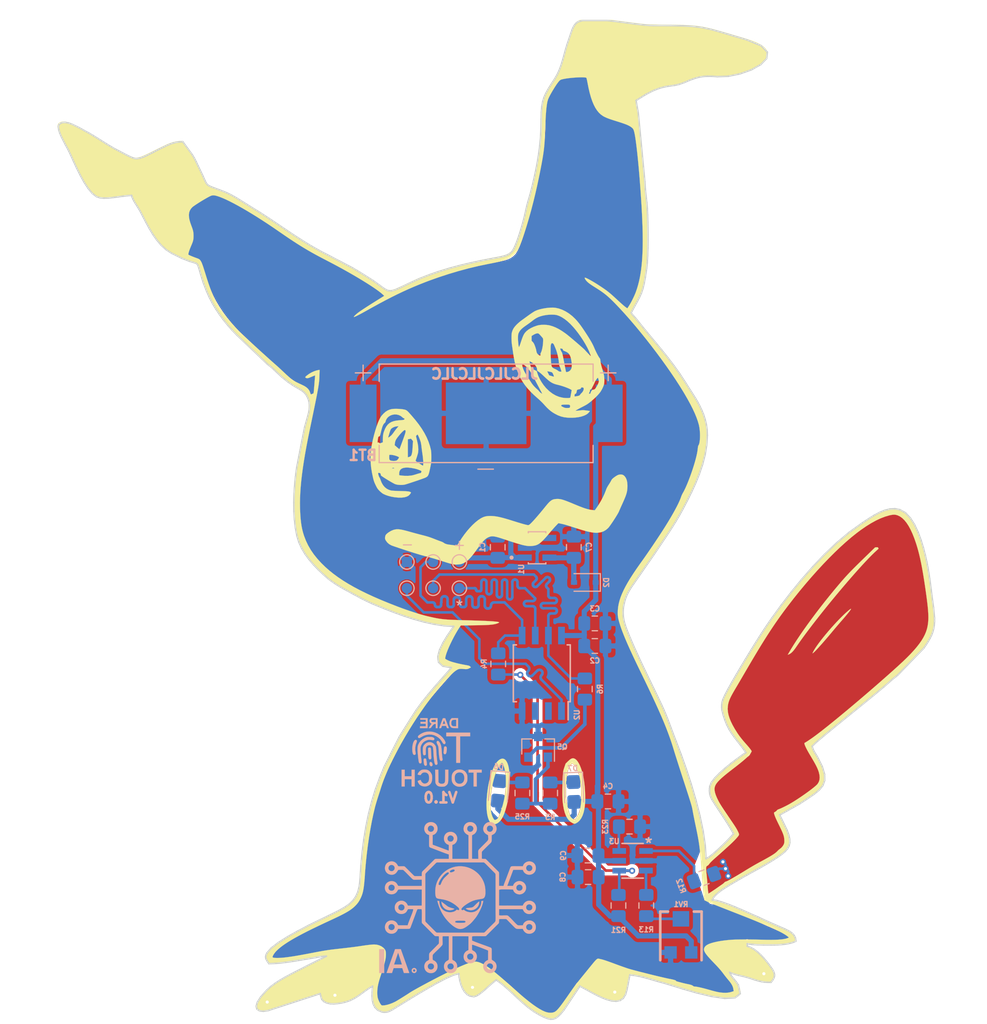
<source format=kicad_pcb>
(kicad_pcb (version 20171130) (host pcbnew "(5.0.2)-1")
  (title_block (title Mimikyu) (date 2020-12-17) (rev A))
  (layers (0 F.Cu signal) (31 B.Cu signal) (34 B.Paste user hide) (35 F.Paste user) (36 B.SilkS user) (37 F.SilkS user) (38 B.Mask user) (39 F.Mask user hide) (44 Edge.Cuts user))
  (net 0 "")
  (net 1 /Vin)
  (net 2 GND)
  (net 3 /5V_in)
  (net 4 "Net-(C7-Pad1)")
  (net 5 "Net-(D6-Pad1)")
  (net 6 "Net-(D7-Pad1)")
  (net 7 "Net-(Q5-Pad1)")
  (net 8 /EYE_LED)
  (net 9 /MOSI)
  (net 10 /MTO)
  (net 11 /MISO)
  (net 12 /SCK)
  (net 13 "Net-(R12-Pad1)")
  (net 14 /TOUCH)
  (net 15 "Net-(R13-Pad2)")
  (net 16 /MTSA)
  (net 17 /MTPM)
  (net 18 /rst)
  (net 19 "Net-(U2-Pad2)")
  (net 20 "Net-(U2-Pad3)")
  (module Sensor_Voltage:MTCH101T (layer B.Cu) (at 122.682 128.9812 180)
    (fp_text reference U3 (at 1.778 1.8796 180) (layer B.SilkS) (effects (font (size 0.5 0.5) (thickness 0.123)) (justify mirror)))
    (fp_text value MTCH101T-I_OT hide)
    (fp_text user * (at -1.5494 1.6764 180) (layer B.SilkS) (effects (justify mirror)))
    (fp_text user * (at -1.5494 1.6764 180) (layer B.SilkS) (effects (justify mirror)))
    (pad 1 smd rect (at -1.2954 0.950001 180) (size 1.309599 0.558) (layers B.Cu B.Paste B.Mask) (net 13 "Net-(R12-Pad1)"))
    (pad 2 smd rect (at -1.2954 0 180) (size 1.309599 0.558) (layers B.Cu B.Paste B.Mask) (net 2 GND))
    (pad 3 smd rect (at -1.2954 -0.950001 180) (size 1.309599 0.558) (layers B.Cu B.Paste B.Mask) (net 15 "Net-(R13-Pad2)"))
    (pad 4 smd rect (at 1.2954 -0.950001 180) (size 1.309599 0.558) (layers B.Cu B.Paste B.Mask) (net 10 /MTO))
    (pad 5 smd rect (at 1.2954 0 180) (size 1.309599 0.558) (layers B.Cu B.Paste B.Mask) (net 1 /Vin))
    (pad 6 smd rect (at 1.2954 0.950001 180) (size 1.309599 0.558) (layers B.Cu B.Paste B.Mask) (net 17 /MTPM))
  )
  (module Battery:BAT_BC-2003 (layer B.Cu) (at 108.5088 85.6996)
    (fp_text reference BT1 (at -11.938 4.064) (layer B.SilkS) (effects (font (thickness 0.23)) (justify mirror)))
    (fp_text value BC-2003)
    (pad S1+ smd rect (at -11.905 0) (size 2.6 5.56) (layers B.Cu B.Paste B.Mask) (net 1 /Vin))
    (pad S2+ smd rect (at 11.905 0) (size 2.6 5.56) (layers B.Cu B.Paste B.Mask) (net 1 /Vin))
    (pad - smd rect (at 0 0) (size 7.8 5.96) (layers B.Cu B.Mask) (net 2 GND))
  )
  (module Capacitor_SMD:C_0805_2012Metric_Pad1.15x1.40mm_HandSolder (layer B.Cu) (at 109.6264 98.6536 90)
    (fp_text reference C1 (at 0 -1.4732 90) (layer B.SilkS) (effects (font (size 0.5 0.5) (thickness 0.123)) (justify mirror)))
    (fp_text value 1uF)
    (pad 1 smd roundrect (at -1.025 0 90) (size 1.15 1.4) (layers B.Cu B.Paste B.Mask) (roundrect_rratio 0.217391) (net 3 /5V_in))
    (pad 2 smd roundrect (at 1.025 0 90) (size 1.15 1.4) (layers B.Cu B.Paste B.Mask) (roundrect_rratio 0.217391) (net 2 GND))
  )
  (module Capacitor_SMD:C_0805_2012Metric_Pad1.15x1.40mm_HandSolder (layer B.Cu) (at 119.0244 108.204)
    (fp_text reference C2 (at 0 1.4224) (layer B.SilkS) (effects (font (size 0.5 0.5) (thickness 0.123)) (justify mirror)))
    (fp_text value 4.7uF)
    (pad 2 smd roundrect (at 1.025 0) (size 1.15 1.4) (layers B.Cu B.Paste B.Mask) (roundrect_rratio 0.217391) (net 2 GND))
    (pad 1 smd roundrect (at -1.025 0) (size 1.15 1.4) (layers B.Cu B.Paste B.Mask) (roundrect_rratio 0.217391) (net 1 /Vin))
  )
  (module Capacitor_SMD:C_0805_2012Metric_Pad1.15x1.40mm_HandSolder (layer B.Cu) (at 119.0244 106.0196)
    (fp_text reference C3 (at 0 -1.4224) (layer B.SilkS) (effects (font (size 0.5 0.5) (thickness 0.123)) (justify mirror)))
    (fp_text value 0.1uF)
    (pad 1 smd roundrect (at -1.025 0) (size 1.15 1.4) (layers B.Cu B.Paste B.Mask) (roundrect_rratio 0.217391) (net 1 /Vin))
    (pad 2 smd roundrect (at 1.025 0) (size 1.15 1.4) (layers B.Cu B.Paste B.Mask) (roundrect_rratio 0.217391) (net 2 GND))
  )
  (module Capacitor_SMD:C_0805_2012Metric_Pad1.15x1.40mm_HandSolder (layer B.Cu) (at 120.2944 123.2408)
    (fp_text reference C4 (at 0 -1.4732) (layer B.SilkS) (effects (font (size 0.5 0.5) (thickness 0.123)) (justify mirror)))
    (fp_text value 10uF)
    (pad 1 smd roundrect (at -1.025 0) (size 1.15 1.4) (layers B.Cu B.Paste B.Mask) (roundrect_rratio 0.217391) (net 1 /Vin))
    (pad 2 smd roundrect (at 1.025 0) (size 1.15 1.4) (layers B.Cu B.Paste B.Mask) (roundrect_rratio 0.217391) (net 2 GND))
  )
  (module Capacitor_SMD:C_0805_2012Metric_Pad1.15x1.40mm_HandSolder (layer B.Cu) (at 116.9924 98.6536 90)
    (fp_text reference C7 (at 0 1.4732 90) (layer B.SilkS) (effects (font (size 0.5 0.5) (thickness 0.123)) (justify mirror)))
    (fp_text value 1uF)
    (pad 2 smd roundrect (at 1.025 0 90) (size 1.15 1.4) (layers B.Cu B.Paste B.Mask) (roundrect_rratio 0.217391) (net 2 GND))
    (pad 1 smd roundrect (at -1.025 0 90) (size 1.15 1.4) (layers B.Cu B.Paste B.Mask) (roundrect_rratio 0.217391) (net 4 "Net-(C7-Pad1)"))
  )
  (module Capacitor_SMD:C_0805_2012Metric_Pad1.15x1.40mm_HandSolder (layer B.Cu) (at 118.373 130.556 180)
    (fp_text reference C8 (at 2.4474 0 270) (layer B.SilkS) (effects (font (size 0.5 0.5) (thickness 0.123)) (justify mirror)))
    (fp_text value 1uF)
    (pad 2 smd roundrect (at 1.025 0 180) (size 1.15 1.4) (layers B.Cu B.Paste B.Mask) (roundrect_rratio 0.217391) (net 2 GND))
    (pad 1 smd roundrect (at -1.025 0 180) (size 1.15 1.4) (layers B.Cu B.Paste B.Mask) (roundrect_rratio 0.217391) (net 1 /Vin))
  )
  (module Capacitor_SMD:C_0805_2012Metric_Pad1.15x1.40mm_HandSolder (layer B.Cu) (at 118.355 128.4732 180)
    (fp_text reference C9 (at 2.3786 0 270) (layer B.SilkS) (effects (font (size 0.5 0.5) (thickness 0.123)) (justify mirror)))
    (fp_text value 0.1uF)
    (pad 1 smd roundrect (at -1.025 0 180) (size 1.15 1.4) (layers B.Cu B.Paste B.Mask) (roundrect_rratio 0.217391) (net 1 /Vin))
    (pad 2 smd roundrect (at 1.025 0 180) (size 1.15 1.4) (layers B.Cu B.Paste B.Mask) (roundrect_rratio 0.217391) (net 2 GND))
  )
  (module Diode_SMD:D_SOD-323 (layer B.Cu) (at 118.0592 102.0572 180)
    (fp_text reference D2 (at -2.0828 0 270) (layer B.SilkS) (effects (font (size 0.5 0.5) (thickness 0.123)) (justify mirror)))
    (fp_text value D_Schottky)
    (pad 1 smd rect (at -1.05 0 180) (size 0.6 0.45) (layers B.Cu B.Paste B.Mask) (net 1 /Vin))
    (pad 2 smd rect (at 1.05 0 180) (size 0.6 0.45) (layers B.Cu B.Paste B.Mask) (net 4 "Net-(C7-Pad1)"))
  )
  (module LED_SMD:LED_0805_2012Metric_Castellated (layer B.Cu) (at 109.728 122.2221 265)
    (fp_text reference D6 (at -2.325218 0.20343 355) (layer B.SilkS) (effects (font (size 0.5 0.5) (thickness 0.123)) (justify mirror)))
    (fp_text value LED)
    (pad 2 smd roundrect (at 0.9625 0 265) (size 1.325 1.3) (layers B.Cu B.Paste B.Mask) (roundrect_rratio 0.192308) (net 1 /Vin))
    (pad 1 smd roundrect (at -0.9625 0 265) (size 1.325 1.3) (layers B.Cu B.Paste B.Mask) (roundrect_rratio 0.192308) (net 5 "Net-(D6-Pad1)"))
  )
  (module LED_SMD:LED_0805_2012Metric_Castellated (layer B.Cu) (at 116.9924 122.3264 272)
    (fp_text reference D7 (at -2.288153 0.021758 2) (layer B.SilkS) (effects (font (size 0.5 0.5) (thickness 0.123)) (justify mirror)))
    (fp_text value LED)
    (pad 1 smd roundrect (at -0.9625 0 272) (size 1.325 1.3) (layers B.Cu B.Paste B.Mask) (roundrect_rratio 0.192308) (net 6 "Net-(D7-Pad1)"))
    (pad 2 smd roundrect (at 0.9625 0 272) (size 1.325 1.3) (layers B.Cu B.Paste B.Mask) (roundrect_rratio 0.192308) (net 1 /Vin))
  )
  (module Package_TO_SOT_SMD:SOT-23 (layer B.Cu) (at 113.538 117.9576 90)
    (fp_text reference Q5 (at 0 2.3368 180) (layer B.SilkS) (effects (font (size 0.5 0.5) (thickness 0.123)) (justify mirror)))
    (fp_text value BC547)
    (pad 1 smd rect (at -1 0.95 90) (size 0.9 0.8) (layers B.Cu B.Paste B.Mask) (net 7 "Net-(Q5-Pad1)"))
    (pad 2 smd rect (at -1 -0.95 90) (size 0.9 0.8) (layers B.Cu B.Paste B.Mask) (net 8 /EYE_LED))
    (pad 3 smd rect (at 1 0 90) (size 0.9 0.8) (layers B.Cu B.Paste B.Mask) (net 2 GND))
  )
  (module Resistor_SMD:R_0805_2012Metric_Pad1.15x1.40mm_HandSolder (layer B.Cu) (at 114.7064 122.428 270)
    (fp_text reference R3 (at 2.3368 0) (layer B.SilkS) (effects (font (size 0.5 0.5) (thickness 0.123)) (justify mirror)))
    (fp_text value R)
    (pad 2 smd roundrect (at 1.025 0 270) (size 1.15 1.4) (layers B.Cu B.Paste B.Mask) (roundrect_rratio 0.217391) (net 7 "Net-(Q5-Pad1)"))
    (pad 1 smd roundrect (at -1.025 0 270) (size 1.15 1.4) (layers B.Cu B.Paste B.Mask) (roundrect_rratio 0.217391) (net 6 "Net-(D7-Pad1)"))
  )
  (module Resistor_SMD:R_0805_2012Metric_Pad1.15x1.40mm_HandSolder (layer B.Cu) (at 109.6772 109.9402 90)
    (fp_text reference R4 (at 0.009 -1.3716 90) (layer B.SilkS) (effects (font (size 0.5 0.5) (thickness 0.123)) (justify mirror)))
    (fp_text value 10K)
    (pad 2 smd roundrect (at 1.025 0 90) (size 1.15 1.4) (layers B.Cu B.Paste B.Mask) (roundrect_rratio 0.217391) (net 9 /MOSI))
    (pad 1 smd roundrect (at -1.025 0 90) (size 1.15 1.4) (layers B.Cu B.Paste B.Mask) (roundrect_rratio 0.217391) (net 10 /MTO))
  )
  (module Resistor_SMD:R_0805_2012Metric_Pad1.15x1.40mm_HandSolder (layer B.Cu) (at 118.0592 112.3696 90)
    (fp_text reference R6 (at 0 1.4732 90) (layer B.SilkS) (effects (font (size 0.5 0.5) (thickness 0.123)) (justify mirror)))
    (fp_text value 10K)
    (pad 1 smd roundrect (at -1.025 0 90) (size 1.15 1.4) (layers B.Cu B.Paste B.Mask) (roundrect_rratio 0.217391) (net 8 /EYE_LED))
    (pad 2 smd roundrect (at 1.025 0 90) (size 1.15 1.4) (layers B.Cu B.Paste B.Mask) (roundrect_rratio 0.217391) (net 12 /SCK))
  )
  (module Resistor_SMD:R_0805_2012Metric_Pad1.15x1.40mm_HandSolder (layer B.Cu) (at 129.5908 130.6068 20)
    (fp_text reference R12 (at -2.378395 -0.000701 110) (layer B.SilkS) (effects (font (size 0.5 0.5) (thickness 0.123)) (justify mirror)))
    (fp_text value 4.7K)
    (pad 1 smd roundrect (at -1.025 0 20) (size 1.15 1.4) (layers B.Cu B.Paste B.Mask) (roundrect_rratio 0.217391) (net 13 "Net-(R12-Pad1)"))
    (pad 2 smd roundrect (at 1.025 0 20) (size 1.15 1.4) (layers B.Cu B.Paste B.Mask) (roundrect_rratio 0.217391) (net 14 /TOUCH))
  )
  (module Resistor_SMD:R_0805_2012Metric_Pad1.15x1.40mm_HandSolder (layer B.Cu) (at 124.0028 133.3082 90)
    (fp_text reference R13 (at -2.3278 0 180) (layer B.SilkS) (effects (font (size 0.5 0.5) (thickness 0.123)) (justify mirror)))
    (fp_text value 10K)
    (pad 2 smd roundrect (at 1.025 0 90) (size 1.15 1.4) (layers B.Cu B.Paste B.Mask) (roundrect_rratio 0.217391) (net 15 "Net-(R13-Pad2)"))
    (pad 1 smd roundrect (at -1.025 0 90) (size 1.15 1.4) (layers B.Cu B.Paste B.Mask) (roundrect_rratio 0.217391) (net 16 /MTSA))
  )
  (module Resistor_SMD:R_0805_2012Metric_Pad1.15x1.40mm_HandSolder (layer B.Cu) (at 121.3104 133.3082 90)
    (fp_text reference R21 (at -2.3786 0 180) (layer B.SilkS) (effects (font (size 0.5 0.5) (thickness 0.123)) (justify mirror)))
    (fp_text value 10K)
    (pad 2 smd roundrect (at 1.025 0 90) (size 1.15 1.4) (layers B.Cu B.Paste B.Mask) (roundrect_rratio 0.217391) (net 10 /MTO))
    (pad 1 smd roundrect (at -1.025 0 90) (size 1.15 1.4) (layers B.Cu B.Paste B.Mask) (roundrect_rratio 0.217391) (net 1 /Vin))
  )
  (module Resistor_SMD:R_0805_2012Metric_Pad1.15x1.40mm_HandSolder (layer B.Cu) (at 122.3772 125.6792)
    (fp_text reference R23 (at -2.3368 0 270) (layer B.SilkS) (effects (font (size 0.5 0.5) (thickness 0.123)) (justify mirror)))
    (fp_text value 10K)
    (pad 1 smd roundrect (at -1.025 0) (size 1.15 1.4) (layers B.Cu B.Paste B.Mask) (roundrect_rratio 0.217391) (net 17 /MTPM))
    (pad 2 smd roundrect (at 1.025 0) (size 1.15 1.4) (layers B.Cu B.Paste B.Mask) (roundrect_rratio 0.217391) (net 2 GND))
  )
  (module Resistor_SMD:R_0805_2012Metric_Pad1.15x1.40mm_HandSolder (layer B.Cu) (at 112.014 122.428 270)
    (fp_text reference R25 (at 2.286 0) (layer B.SilkS) (effects (font (size 0.5 0.5) (thickness 0.123)) (justify mirror)))
    (fp_text value R)
    (pad 1 smd roundrect (at -1.025 0 270) (size 1.15 1.4) (layers B.Cu B.Paste B.Mask) (roundrect_rratio 0.217391) (net 5 "Net-(D6-Pad1)"))
    (pad 2 smd roundrect (at 1.025 0 270) (size 1.15 1.4) (layers B.Cu B.Paste B.Mask) (roundrect_rratio 0.217391) (net 7 "Net-(Q5-Pad1)"))
  )
  (module Potentiometer_SMD:TC33X-2-103E (layer B.Cu) (at 127.3556 136.2456 180)
    (fp_text reference RV1 (at 0 3.048) (layer B.SilkS) (effects (font (size 0.5 0.5) (thickness 0.123)) (justify mirror)))
    (fp_text value 10K)
    (pad 1 smd rect (at -1 -1.6 180) (size 1.2 1.2) (layers B.Cu B.Paste B.Mask) (net 1 /Vin))
    (pad 3 smd rect (at 1 -1.6 180) (size 1.2 1.2) (layers B.Cu B.Paste B.Mask) (net 2 GND))
    (pad 2 smd rect (at 0 1.65 180) (size 1.6 1.5) (layers B.Cu B.Paste B.Mask) (net 16 /MTSA))
  )
  (module TestPoint:TestPoint_Pad_D1.0mm (layer B.Cu) (at 100.838 102.616)
    (fp_text reference TP1 hide)
    (fp_text value TestPoint)
    (pad 1 smd circle (at 0 0) (size 1 1) (layers B.Cu B.Mask) (net 18 /rst))
  )
  (module TestPoint:TestPoint_Pad_D1.0mm (layer B.Cu) (at 105.918 102.616)
    (fp_text reference TP2 hide)
    (fp_text value TestPoint)
    (pad 1 smd circle (at 0 0) (size 1 1) (layers B.Cu B.Mask) (net 11 /MISO))
  )
  (module TestPoint:TestPoint_Pad_D1.0mm (layer B.Cu) (at 103.378 100.076)
    (fp_text reference TP3 hide)
    (fp_text value TestPoint)
    (pad 1 smd circle (at 0 0) (size 1 1) (layers B.Cu B.Mask) (net 9 /MOSI))
  )
  (module TestPoint:TestPoint_Pad_D1.0mm (layer B.Cu) (at 103.378 102.616)
    (fp_text reference TP4 hide)
    (fp_text value TestPoint)
    (pad 1 smd circle (at 0 0) (size 1 1) (layers B.Cu B.Mask) (net 12 /SCK))
  )
  (module TestPoint:TestPoint_Pad_D1.0mm (layer B.Cu) (at 105.918 100.076)
    (fp_text reference TP5 hide)
    (fp_text value TestPoint)
    (pad 1 smd circle (at 0 0) (size 1 1) (layers B.Cu B.Mask) (net 3 /5V_in))
  )
  (module TestPoint:TestPoint_Pad_D1.0mm (layer B.Cu) (at 100.838 100.076)
    (fp_text reference TP6 hide)
    (fp_text value TestPoint)
    (pad 1 smd circle (at 0 0) (size 1 1) (layers B.Cu B.Mask) (net 2 GND))
  )
  (module Package_TO_SOT_SMD:AP2112K-3.3TRG1 (layer B.Cu) (at 113.4364 98.7044)
    (fp_text reference U1 (at -1.524 2.0828 90) (layer B.SilkS) (effects (font (size 0.5 0.5) (thickness 0.123)) (justify mirror)))
    (fp_text value AP2112K-3.3TRG1)
    (pad 1 smd rect (at -1.185 0.95) (size 1.35 0.6) (layers B.Cu B.Paste B.Mask) (net 3 /5V_in))
    (pad 2 smd rect (at -1.185 0) (size 1.35 0.6) (layers B.Cu B.Paste B.Mask) (net 2 GND))
    (pad 3 smd rect (at -1.185 -0.95) (size 1.35 0.6) (layers B.Cu B.Paste B.Mask) (net 3 /5V_in))
    (pad 4 smd rect (at 1.185 -0.95) (size 1.35 0.6) (layers B.Cu B.Paste B.Mask))
    (pad 5 smd rect (at 1.185 0.95) (size 1.35 0.6) (layers B.Cu B.Paste B.Mask) (net 4 "Net-(C7-Pad1)"))
  )
  (module Package_SO:SOIJ-8_5.3x5.3mm_P1.27mm (layer B.Cu) (at 113.8936 110.8456 90)
    (fp_text reference U2 (at -4.0132 3.4036 90) (layer B.SilkS) (effects (font (size 0.5 0.5) (thickness 0.123)) (justify mirror)))
    (fp_text value ATtiny85-20SU)
    (pad 1 smd rect (at -3.65 1.905 90) (size 1.7 0.65) (layers B.Cu B.Paste B.Mask) (net 18 /rst))
    (pad 2 smd rect (at -3.65 0.635 90) (size 1.7 0.65) (layers B.Cu B.Paste B.Mask) (net 19 "Net-(U2-Pad2)"))
    (pad 3 smd rect (at -3.65 -0.635 90) (size 1.7 0.65) (layers B.Cu B.Paste B.Mask) (net 20 "Net-(U2-Pad3)"))
    (pad 4 smd rect (at -3.65 -1.905 90) (size 1.7 0.65) (layers B.Cu B.Paste B.Mask) (net 2 GND))
    (pad 5 smd rect (at 3.65 -1.905 90) (size 1.7 0.65) (layers B.Cu B.Paste B.Mask) (net 9 /MOSI))
    (pad 6 smd rect (at 3.65 -0.635 90) (size 1.7 0.65) (layers B.Cu B.Paste B.Mask) (net 11 /MISO))
    (pad 7 smd rect (at 3.65 0.635 90) (size 1.7 0.65) (layers B.Cu B.Paste B.Mask) (net 12 /SCK))
    (pad 8 smd rect (at 3.65 1.905 90) (size 1.7 0.65) (layers B.Cu B.Paste B.Mask) (net 1 /Vin))
  )
  (module customs:Mimikyu_silkscreen (layer F.Cu) (at 109.474 95.9612)
    (fp_text reference G*** hide)
    (fp_text value LOGO hide)
  )
  (module customs:Mimikyu_soldermask (layer F.Cu) (at 109.474 96.012)
    (fp_text reference G*** hide)
    (fp_text value LOGO hide)
  )
  (module AI_logo:AI_logo_face_15x15 (layer B.Cu) (at 106.0196 132.5372 180)
    (fp_text reference G*** hide)
    (fp_text value LOGO hide)
  )
  (module AI_logo:AI_logo (layer B.Cu) (at 99.9744 138.684 180)
    (fp_text reference G*** hide)
    (fp_text value LOGO hide)
  )
  (module customs:Dare_To_Touch (layer B.Cu) (at 104.1908 118.5164 180)
    (fp_text reference G*** hide)
    (fp_text value LOGO hide)
  )
  (gr_text V1.0 (at 104.0892 122.8852) (layer B.SilkS) (effects (font (size 1 1) (thickness 0.25)) (justify mirror)))
  (gr_text - (at 100.8888 98.3488) (layer B.SilkS) (effects (font (size 1 1) (thickness 0.125)) (justify mirror)))
  (gr_text + (at 105.918 98.3996) (layer B.SilkS) (effects (font (size 1 1) (thickness 0.125)) (justify mirror)))
  (gr_text * (at 105.918 104.3432) (layer B.SilkS) (effects (font (size 1 1) (thickness 0.125)) (justify mirror)))
  (gr_text JLCJLCJLCJLC (at 108.3564 81.8896) (layer B.SilkS) (effects (font (size 1 1) (thickness 0.25)) (justify mirror)))
  (gr_line (start 96.3958 129.4512) (end 96.5142 128.1883) (layer Edge.Cuts) (width 0.1524))
  (gr_line (start 96.3151 130.7142) (end 96.3958 129.4512) (layer Edge.Cuts) (width 0.1524))
  (gr_line (start 96.243 131.4111) (end 96.3151 130.7142) (layer Edge.Cuts) (width 0.1524))
  (gr_line (start 96.1022 131.9833) (end 96.243 131.4111) (layer Edge.Cuts) (width 0.1524))
  (gr_line (start 87.2977 137.9011) (end 87.716 137.4183) (layer Edge.Cuts) (width 0.1524))
  (gr_line (start 87.2068 138.4686) (end 87.1792 138.35) (layer Edge.Cuts) (width 0.1524))
  (gr_line (start 87.1812 138.2195) (end 87.2187 138.0717) (layer Edge.Cuts) (width 0.1524))
  (gr_line (start 90.1224 138.6512) (end 89.579 138.7365) (layer Edge.Cuts) (width 0.1524))
  (gr_line (start 88.5021 138.874) (end 87.9853 138.9148) (layer Edge.Cuts) (width 0.1524))
  (gr_line (start 87.1792 138.35) (end 87.1812 138.2195) (layer Edge.Cuts) (width 0.1524))
  (gr_line (start 87.327 138.691) (end 87.2068 138.4686) (layer Edge.Cuts) (width 0.1524))
  (gr_line (start 89.579 138.7365) (end 89.0361 138.8127) (layer Edge.Cuts) (width 0.1524))
  (gr_line (start 93.0521 138.2048) (end 92.6926 138.2236) (layer Edge.Cuts) (width 0.1524))
  (gr_line (start 88.5768 140.5179) (end 89.0663 140.2353) (layer Edge.Cuts) (width 0.1524))
  (gr_line (start 86.3733 142.6571) (end 86.7031 142.1376) (layer Edge.Cuts) (width 0.1524))
  (gr_line (start 86.3406 143.3329) (end 86.262 143.0549) (layer Edge.Cuts) (width 0.1524))
  (gr_line (start 89.5673 139.9675) (end 90.0697 139.7102) (layer Edge.Cuts) (width 0.1524))
  (gr_line (start 95.8915 132.4534) (end 96.1022 131.9833) (layer Edge.Cuts) (width 0.1524))
  (gr_line (start 95.6093 132.8438) (end 95.8915 132.4534) (layer Edge.Cuts) (width 0.1524))
  (gr_line (start 90.0697 139.7102) (end 90.5633 139.4595) (layer Edge.Cuts) (width 0.1524))
  (gr_line (start 95.2542 133.1769) (end 95.6093 132.8438) (layer Edge.Cuts) (width 0.1524))
  (gr_line (start 94.8248 133.4751) (end 95.2542 133.1769) (layer Edge.Cuts) (width 0.1524))
  (gr_line (start 94.3195 133.7608) (end 94.8248 133.4751) (layer Edge.Cuts) (width 0.1524))
  (gr_line (start 92.3357 134.7322) (end 93.1554 134.3377) (layer Edge.Cuts) (width 0.1524))
  (gr_line (start 90.658 138.5621) (end 90.1224 138.6512) (layer Edge.Cuts) (width 0.1524))
  (gr_line (start 91.3651 135.2118) (end 92.3357 134.7322) (layer Edge.Cuts) (width 0.1524))
  (gr_line (start 89.3196 136.3138) (end 90.3306 135.7484) (layer Edge.Cuts) (width 0.1524))
  (gr_line (start 86.5804 143.4928) (end 86.3406 143.3329) (layer Edge.Cuts) (width 0.1524))
  (gr_line (start 91.0378 139.2111) (end 92.9751 138.2485) (layer Edge.Cuts) (width 0.1524))
  (gr_line (start 92.9751 138.2485) (end 93.0521 138.2048) (layer Edge.Cuts) (width 0.1524))
  (gr_line (start 88.419 136.8798) (end 89.3196 136.3138) (layer Edge.Cuts) (width 0.1524))
  (gr_line (start 87.2187 138.0717) (end 87.2977 137.9011) (layer Edge.Cuts) (width 0.1524))
  (gr_line (start 92.6926 138.2236) (end 92.3604 138.2709) (layer Edge.Cuts) (width 0.1524))
  (gr_line (start 88.1092 140.8192) (end 88.5768 140.5179) (layer Edge.Cuts) (width 0.1524))
  (gr_line (start 87.979 143.2811) (end 87.4283 143.4651) (layer Edge.Cuts) (width 0.1524))
  (gr_line (start 86.7031 142.1376) (end 87.2802 141.4948) (layer Edge.Cuts) (width 0.1524))
  (gr_line (start 86.262 143.0549) (end 86.3733 142.6571) (layer Edge.Cuts) (width 0.1524))
  (gr_line (start 92.448 141.8296) (end 87.979 143.2811) (layer Edge.Cuts) (width 0.1524))
  (gr_line (start 92.4581 141.8869) (end 92.448 141.8296) (layer Edge.Cuts) (width 0.1524))
  (gr_line (start 89.0663 140.2353) (end 89.5673 139.9675) (layer Edge.Cuts) (width 0.1524))
  (gr_line (start 91.1773 138.475) (end 90.658 138.5621) (layer Edge.Cuts) (width 0.1524))
  (gr_line (start 87.716 137.4183) (end 88.419 136.8798) (layer Edge.Cuts) (width 0.1524))
  (gr_line (start 87.9853 138.9148) (end 87.4941 138.9297) (layer Edge.Cuts) (width 0.1524))
  (gr_line (start 91.672 138.3954) (end 91.1773 138.475) (layer Edge.Cuts) (width 0.1524))
  (gr_line (start 90.5633 139.4595) (end 91.0378 139.2111) (layer Edge.Cuts) (width 0.1524))
  (gr_line (start 86.9525 143.5363) (end 86.5804 143.4928) (layer Edge.Cuts) (width 0.1524))
  (gr_line (start 87.4283 143.4651) (end 86.9525 143.5363) (layer Edge.Cuts) (width 0.1524))
  (gr_line (start 92.3604 138.2709) (end 92.029 138.3328) (layer Edge.Cuts) (width 0.1524))
  (gr_line (start 87.2802 141.4948) (end 87.6736 141.1435) (layer Edge.Cuts) (width 0.1524))
  (gr_line (start 93.1554 134.3377) (end 93.7371 134.0566) (layer Edge.Cuts) (width 0.1524))
  (gr_line (start 93.7371 134.0566) (end 94.3195 133.7608) (layer Edge.Cuts) (width 0.1524))
  (gr_line (start 90.3306 135.7484) (end 91.3651 135.2118) (layer Edge.Cuts) (width 0.1524))
  (gr_line (start 89.0361 138.8127) (end 88.5021 138.874) (layer Edge.Cuts) (width 0.1524))
  (gr_line (start 87.4941 138.9297) (end 87.327 138.691) (layer Edge.Cuts) (width 0.1524))
  (gr_line (start 92.6069 142.3861) (end 92.4581 141.8869) (layer Edge.Cuts) (width 0.1524))
  (gr_line (start 87.6736 141.1435) (end 88.1092 140.8192) (layer Edge.Cuts) (width 0.1524))
  (gr_line (start 92.029 138.3328) (end 91.672 138.3954) (layer Edge.Cuts) (width 0.1524))
  (gr_line (start 68.2983 60.6896) (end 68.0815 60.2315) (layer Edge.Cuts) (width 0.1524))
  (gr_line (start 68.5668 61.2807) (end 68.2983 60.6896) (layer Edge.Cuts) (width 0.1524))
  (gr_line (start 68.879 61.9533) (end 68.5668 61.2807) (layer Edge.Cuts) (width 0.1524))
  (gr_line (start 69.2268 62.6563) (end 68.879 61.9533) (layer Edge.Cuts) (width 0.1524))
  (gr_line (start 69.6025 63.3384) (end 69.2268 62.6563) (layer Edge.Cuts) (width 0.1524))
  (gr_line (start 69.9979 63.9482) (end 69.6025 63.3384) (layer Edge.Cuts) (width 0.1524))
  (gr_line (start 70.4051 64.4346) (end 69.9979 63.9482) (layer Edge.Cuts) (width 0.1524))
  (gr_line (start 70.8162 64.7463) (end 70.4051 64.4346) (layer Edge.Cuts) (width 0.1524))
  (gr_line (start 71.1344 64.8469) (end 70.8162 64.7463) (layer Edge.Cuts) (width 0.1524))
  (gr_line (start 71.9697 64.8691) (end 71.5262 64.8826) (layer Edge.Cuts) (width 0.1524))
  (gr_line (start 72.4433 64.8224) (end 71.9697 64.8691) (layer Edge.Cuts) (width 0.1524))
  (gr_line (start 74.3416 64.9942) (end 74.2602 64.8067) (layer Edge.Cuts) (width 0.1524))
  (gr_line (start 75.0094 66.1111) (end 74.7923 65.7475) (layer Edge.Cuts) (width 0.1524))
  (gr_line (start 74.5538 65.3724) (end 74.4415 65.1831) (layer Edge.Cuts) (width 0.1524))
  (gr_line (start 77.524 69.8559) (end 77.0567 69.428) (layer Edge.Cuts) (width 0.1524))
  (gr_line (start 76.2617 68.3948) (end 75.9182 67.8247) (layer Edge.Cuts) (width 0.1524))
  (gr_line (start 74.7923 65.7475) (end 74.5538 65.3724) (layer Edge.Cuts) (width 0.1524))
  (gr_line (start 75.2999 66.6652) (end 75.0094 66.1111) (layer Edge.Cuts) (width 0.1524))
  (gr_line (start 77.0567 69.428) (end 76.6386 68.9351) (layer Edge.Cuts) (width 0.1524))
  (gr_line (start 80.7058 71.6216) (end 80.5986 71.333) (layer Edge.Cuts) (width 0.1524))
  (gr_line (start 82.7188 76.1565) (end 82.3554 75.612) (layer Edge.Cuts) (width 0.1524))
  (gr_line (start 87.3554 80.9511) (end 84.3826 78.1241) (layer Edge.Cuts) (width 0.1524))
  (gr_line (start 87.6858 81.2087) (end 87.5418 81.0967) (layer Edge.Cuts) (width 0.1524))
  (gr_line (start 82.0226 75.0537) (end 81.7253 74.4851) (layer Edge.Cuts) (width 0.1524))
  (gr_line (start 72.9252 64.7584) (end 72.4433 64.8224) (layer Edge.Cuts) (width 0.1524))
  (gr_line (start 73.827 64.6421) (end 73.3937 64.693) (layer Edge.Cuts) (width 0.1524))
  (gr_line (start 81.7253 74.4851) (end 81.4682 73.9098) (layer Edge.Cuts) (width 0.1524))
  (gr_line (start 74.2033 64.6216) (end 73.827 64.6421) (layer Edge.Cuts) (width 0.1524))
  (gr_line (start 74.2602 64.8067) (end 74.2033 64.6216) (layer Edge.Cuts) (width 0.1524))
  (gr_line (start 91.4191 84.9589) (end 91.3849 84.6149) (layer Edge.Cuts) (width 0.1524))
  (gr_line (start 74.4415 65.1831) (end 74.3416 64.9942) (layer Edge.Cuts) (width 0.1524))
  (gr_line (start 78.0481 70.2012) (end 77.524 69.8559) (layer Edge.Cuts) (width 0.1524))
  (gr_line (start 75.9182 67.8247) (end 75.6002 67.2423) (layer Edge.Cuts) (width 0.1524))
  (gr_line (start 80.8579 72.1576) (end 80.7058 71.6216) (layer Edge.Cuts) (width 0.1524))
  (gr_line (start 87.8282 81.3304) (end 87.6858 81.2087) (layer Edge.Cuts) (width 0.1524))
  (gr_line (start 81.1315 73.0382) (end 80.8579 72.1576) (layer Edge.Cuts) (width 0.1524))
  (gr_line (start 91.0971 83.9099) (end 90.8736 83.6525) (layer Edge.Cuts) (width 0.1524))
  (gr_line (start 80.5986 71.333) (end 80.4595 71.1947) (layer Edge.Cuts) (width 0.1524))
  (gr_line (start 91.3409 85.6531) (end 91.4002 85.3052) (layer Edge.Cuts) (width 0.1524))
  (gr_line (start 83.1081 76.6835) (end 82.7188 76.1565) (layer Edge.Cuts) (width 0.1524))
  (gr_line (start 84.3826 78.1241) (end 83.9448 77.6709) (layer Edge.Cuts) (width 0.1524))
  (gr_line (start 89.3473 82.6743) (end 88.7379 82.1888) (layer Edge.Cuts) (width 0.1524))
  (gr_line (start 87.5418 81.0967) (end 87.3554 80.9511) (layer Edge.Cuts) (width 0.1524))
  (gr_line (start 89.8517 83.0127) (end 89.3473 82.6743) (layer Edge.Cuts) (width 0.1524))
  (gr_line (start 90.2649 83.2547) (end 89.8517 83.0127) (layer Edge.Cuts) (width 0.1524))
  (gr_line (start 91.3849 84.6149) (end 91.2852 84.274) (layer Edge.Cuts) (width 0.1524))
  (gr_line (start 82.3554 75.612) (end 82.0226 75.0537) (layer Edge.Cuts) (width 0.1524))
  (gr_line (start 79.0827 70.71) (end 78.0481 70.2012) (layer Edge.Cuts) (width 0.1524))
  (gr_line (start 79.7783 70.9804) (end 79.0827 70.71) (layer Edge.Cuts) (width 0.1524))
  (gr_line (start 90.8736 83.6525) (end 90.6009 83.451) (layer Edge.Cuts) (width 0.1524))
  (gr_line (start 80.4595 71.1947) (end 80.2117 71.1096) (layer Edge.Cuts) (width 0.1524))
  (gr_line (start 81.4682 73.9098) (end 81.1315 73.0382) (layer Edge.Cuts) (width 0.1524))
  (gr_line (start 88.0094 81.5053) (end 87.8282 81.3304) (layer Edge.Cuts) (width 0.1524))
  (gr_line (start 88.7379 82.1888) (end 88.0094 81.5053) (layer Edge.Cuts) (width 0.1524))
  (gr_line (start 91.2852 84.274) (end 91.0971 83.9099) (layer Edge.Cuts) (width 0.1524))
  (gr_line (start 83.9448 77.6709) (end 83.5183 77.1895) (layer Edge.Cuts) (width 0.1524))
  (gr_line (start 71.5262 64.8826) (end 71.1344 64.8469) (layer Edge.Cuts) (width 0.1524))
  (gr_line (start 91.4002 85.3052) (end 91.4191 84.9589) (layer Edge.Cuts) (width 0.1524))
  (gr_line (start 73.3937 64.693) (end 72.9252 64.7584) (layer Edge.Cuts) (width 0.1524))
  (gr_line (start 76.6386 68.9351) (end 76.2617 68.3948) (layer Edge.Cuts) (width 0.1524))
  (gr_line (start 75.6002 67.2423) (end 75.2999 66.6652) (layer Edge.Cuts) (width 0.1524))
  (gr_line (start 90.6009 83.451) (end 90.2649 83.2547) (layer Edge.Cuts) (width 0.1524))
  (gr_line (start 83.5183 77.1895) (end 83.1081 76.6835) (layer Edge.Cuts) (width 0.1524))
  (gr_line (start 80.2117 71.1096) (end 79.7783 70.9804) (layer Edge.Cuts) (width 0.1524))
  (gr_line (start 91.1509 86.351) (end 91.3409 85.6531) (layer Edge.Cuts) (width 0.1524))
  (gr_line (start 90.9497 87.0468) (end 91.1509 86.351) (layer Edge.Cuts) (width 0.1524))
  (gr_line (start 90.1731 90.9825) (end 90.9497 87.0468) (layer Edge.Cuts) (width 0.1524))
  (gr_line (start 90.0686 91.801) (end 90.1731 90.9825) (layer Edge.Cuts) (width 0.1524))
  (gr_line (start 89.9861 92.6404) (end 90.0686 91.801) (layer Edge.Cuts) (width 0.1524))
  (gr_line (start 89.93 93.4907) (end 89.9861 92.6404) (layer Edge.Cuts) (width 0.1524))
  (gr_line (start 89.9048 94.3419) (end 89.93 93.4907) (layer Edge.Cuts) (width 0.1524))
  (gr_line (start 90.0595 96.8015) (end 89.9651 96.0073) (layer Edge.Cuts) (width 0.1524))
  (gr_line (start 90.3926 98.1729) (end 90.2027 97.5568) (layer Edge.Cuts) (width 0.1524))
  (gr_line (start 91.3889 99.8548) (end 90.9992 99.3227) (layer Edge.Cuts) (width 0.1524))
  (gr_line (start 91.8182 100.3575) (end 91.3889 99.8548) (layer Edge.Cuts) (width 0.1524))
  (gr_line (start 95.0641 102.8592) (end 94.6639 102.6409) (layer Edge.Cuts) (width 0.1524))
  (gr_line (start 96.2354 103.496) (end 95.8461 103.2876) (layer Edge.Cuts) (width 0.1524))
  (gr_line (start 97.4409 104.0872) (end 97.029 103.8967) (layer Edge.Cuts) (width 0.1524))
  (gr_line (start 97.8678 104.27) (end 97.4409 104.0872) (layer Edge.Cuts) (width 0.1524))
  (gr_line (start 100.1093 116.9885) (end 101.2736 115.1322) (layer Edge.Cuts) (width 0.1524))
  (gr_line (start 97.4414 123.2433) (end 97.8055 122.0603) (layer Edge.Cuts) (width 0.1524))
  (gr_line (start 96.8795 125.6839) (end 97.134 124.453) (layer Edge.Cuts) (width 0.1524))
  (gr_line (start 97.134 124.453) (end 97.4414 123.2433) (layer Edge.Cuts) (width 0.1524))
  (gr_line (start 102.3195 113.6197) (end 102.9121 112.8793) (layer Edge.Cuts) (width 0.1524))
  (gr_line (start 104.5376 111.0088) (end 104.9088 110.5822) (layer Edge.Cuts) (width 0.1524))
  (gr_line (start 94.3075 102.4361) (end 93.9063 102.1848) (layer Edge.Cuts) (width 0.1524))
  (gr_line (start 104.3123 110.1531) (end 103.9088 109.7754) (layer Edge.Cuts) (width 0.1524))
  (gr_line (start 92.2733 100.8299) (end 91.8182 100.3575) (layer Edge.Cuts) (width 0.1524))
  (gr_line (start 96.6284 103.6994) (end 96.2354 103.496) (layer Edge.Cuts) (width 0.1524))
  (gr_line (start 103.8365 109.2283) (end 104.0078 108.579) (layer Edge.Cuts) (width 0.1524))
  (gr_line (start 104.0078 108.579) (end 104.3351 107.8948) (layer Edge.Cuts) (width 0.1524))
  (gr_line (start 93.2073 101.6809) (end 92.7409 101.2713) (layer Edge.Cuts) (width 0.1524))
  (gr_line (start 103.5033 112.1813) (end 104.0571 111.5499) (layer Edge.Cuts) (width 0.1524))
  (gr_line (start 105.1348 110.2939) (end 104.3123 110.1531) (layer Edge.Cuts) (width 0.1524))
  (gr_line (start 104.7308 107.2432) (end 105.1071 106.6913) (layer Edge.Cuts) (width 0.1524))
  (gr_line (start 101.7613 114.3787) (end 102.3195 113.6197) (layer Edge.Cuts) (width 0.1524))
  (gr_line (start 92.7409 101.2713) (end 92.2733 100.8299) (layer Edge.Cuts) (width 0.1524))
  (gr_line (start 89.9151 95.1841) (end 89.9048 94.3419) (layer Edge.Cuts) (width 0.1524))
  (gr_line (start 104.3351 107.8948) (end 104.7308 107.2432) (layer Edge.Cuts) (width 0.1524))
  (gr_line (start 103.4581 106.0934) (end 102.486 105.8787) (layer Edge.Cuts) (width 0.1524))
  (gr_line (start 101.5175 105.6102) (end 100.5621 105.3014) (layer Edge.Cuts) (width 0.1524))
  (gr_line (start 89.9651 96.0073) (end 89.9151 95.1841) (layer Edge.Cuts) (width 0.1524))
  (gr_line (start 105.3764 106.3066) (end 104.4247 106.2405) (layer Edge.Cuts) (width 0.1524))
  (gr_line (start 97.029 103.8967) (end 96.6284 103.6994) (layer Edge.Cuts) (width 0.1524))
  (gr_line (start 104.9088 110.5822) (end 105.1348 110.2939) (layer Edge.Cuts) (width 0.1524))
  (gr_line (start 90.9992 99.3227) (end 90.6626 98.7618) (layer Edge.Cuts) (width 0.1524))
  (gr_line (start 93.5197 101.9215) (end 93.2073 101.6809) (layer Edge.Cuts) (width 0.1524))
  (gr_line (start 93.9063 102.1848) (end 93.5197 101.9215) (layer Edge.Cuts) (width 0.1524))
  (gr_line (start 104.0571 111.5499) (end 104.5376 111.0088) (layer Edge.Cuts) (width 0.1524))
  (gr_line (start 105.1071 106.6913) (end 105.3764 106.3066) (layer Edge.Cuts) (width 0.1524))
  (gr_line (start 96.6742 126.9308) (end 96.8795 125.6839) (layer Edge.Cuts) (width 0.1524))
  (gr_line (start 97.8055 122.0603) (end 98.2302 120.9091) (layer Edge.Cuts) (width 0.1524))
  (gr_line (start 94.6639 102.6409) (end 94.3075 102.4361) (layer Edge.Cuts) (width 0.1524))
  (gr_line (start 95.8461 103.2876) (end 95.457 103.075) (layer Edge.Cuts) (width 0.1524))
  (gr_line (start 102.9121 112.8793) (end 103.5033 112.1813) (layer Edge.Cuts) (width 0.1524))
  (gr_line (start 100.5621 105.3014) (end 99.6292 104.9661) (layer Edge.Cuts) (width 0.1524))
  (gr_line (start 98.6513 119.8803) (end 100.1093 116.9885) (layer Edge.Cuts) (width 0.1524))
  (gr_line (start 102.486 105.8787) (end 101.5175 105.6102) (layer Edge.Cuts) (width 0.1524))
  (gr_line (start 101.2736 115.1322) (end 101.7613 114.3787) (layer Edge.Cuts) (width 0.1524))
  (gr_line (start 90.2027 97.5568) (end 90.0595 96.8015) (layer Edge.Cuts) (width 0.1524))
  (gr_line (start 90.6626 98.7618) (end 90.3926 98.1729) (layer Edge.Cuts) (width 0.1524))
  (gr_line (start 96.5142 128.1883) (end 96.6742 126.9308) (layer Edge.Cuts) (width 0.1524))
  (gr_line (start 103.9088 109.7754) (end 103.8365 109.2283) (layer Edge.Cuts) (width 0.1524))
  (gr_line (start 95.457 103.075) (end 95.0641 102.8592) (layer Edge.Cuts) (width 0.1524))
  (gr_line (start 104.4247 106.2405) (end 103.4581 106.0934) (layer Edge.Cuts) (width 0.1524))
  (gr_line (start 98.728 104.6177) (end 97.8678 104.27) (layer Edge.Cuts) (width 0.1524))
  (gr_line (start 99.6292 104.9661) (end 98.728 104.6177) (layer Edge.Cuts) (width 0.1524))
  (gr_line (start 98.2302 120.9091) (end 98.6513 119.8803) (layer Edge.Cuts) (width 0.1524))
  (gr_line (start 116.8415 48.5607) (end 116.9551 48.3179) (layer Edge.Cuts) (width 0.1524))
  (gr_line (start 117.0903 48.103) (end 117.2519 47.9299) (layer Edge.Cuts) (width 0.1524))
  (gr_line (start 116.6604 49.0748) (end 116.8415 48.5607) (layer Edge.Cuts) (width 0.1524))
  (gr_line (start 116.5092 49.5351) (end 116.6604 49.0748) (layer Edge.Cuts) (width 0.1524))
  (gr_line (start 116.9551 48.3179) (end 117.0903 48.103) (layer Edge.Cuts) (width 0.1524))
  (gr_line (start 116.3363 50.0381) (end 116.5092 49.5351) (layer Edge.Cuts) (width 0.1524))
  (gr_line (start 116.1879 50.5387) (end 116.3363 50.0381) (layer Edge.Cuts) (width 0.1524))
  (gr_line (start 116.052 51.0346) (end 116.1879 50.5387) (layer Edge.Cuts) (width 0.1524))
  (gr_line (start 115.9166 51.5234) (end 116.052 51.0346) (layer Edge.Cuts) (width 0.1524))
  (gr_line (start 115.7698 52.0029) (end 115.9166 51.5234) (layer Edge.Cuts) (width 0.1524))
  (gr_line (start 115.5994 52.4707) (end 115.7698 52.0029) (layer Edge.Cuts) (width 0.1524))
  (gr_line (start 115.3937 52.9245) (end 115.5994 52.4707) (layer Edge.Cuts) (width 0.1524))
  (gr_line (start 115.1406 53.362) (end 115.3937 52.9245) (layer Edge.Cuts) (width 0.1524))
  (gr_line (start 114.7982 53.8852) (end 115.1406 53.362) (layer Edge.Cuts) (width 0.1524))
  (gr_line (start 114.5156 54.3351) (end 114.7982 53.8852) (layer Edge.Cuts) (width 0.1524))
  (gr_line (start 114.1124 55.1401) (end 114.2884 54.7429) (layer Edge.Cuts) (width 0.1524))
  (gr_line (start 113.6877 59.8989) (end 113.7687 59.0512) (layer Edge.Cuts) (width 0.1524))
  (gr_line (start 113.097 63.1916) (end 113.28 62.3616) (layer Edge.Cuts) (width 0.1524))
  (gr_line (start 113.441 61.5433) (end 113.5777 60.726) (layer Edge.Cuts) (width 0.1524))
  (gr_line (start 112.1126 67.0666) (end 112.243 66.5508) (layer Edge.Cuts) (width 0.1524))
  (gr_line (start 112.4625 65.5702) (end 112.6042 65.0675) (layer Edge.Cuts) (width 0.1524))
  (gr_line (start 113.28 62.3616) (end 113.441 61.5433) (layer Edge.Cuts) (width 0.1524))
  (gr_line (start 112.8944 64.0442) (end 113.097 63.1916) (layer Edge.Cuts) (width 0.1524))
  (gr_line (start 112.243 66.5508) (end 112.333 66.1409) (layer Edge.Cuts) (width 0.1524))
  (gr_line (start 110.8632 70.1929) (end 111.0287 70.0322) (layer Edge.Cuts) (width 0.1524))
  (gr_line (start 107.0698 71.1395) (end 108.1177 70.9177) (layer Edge.Cuts) (width 0.1524))
  (gr_line (start 102.0234 72.6894) (end 102.9995 72.3047) (layer Edge.Cuts) (width 0.1524))
  (gr_line (start 100.2482 73.5182) (end 101.0683 73.1211) (layer Edge.Cuts) (width 0.1524))
  (gr_line (start 109.1732 70.714) (end 109.7286 70.6149) (layer Edge.Cuts) (width 0.1524))
  (gr_line (start 113.9832 55.5581) (end 114.1124 55.1401) (layer Edge.Cuts) (width 0.1524))
  (gr_line (start 113.8967 56.0283) (end 113.9832 55.5581) (layer Edge.Cuts) (width 0.1524))
  (gr_line (start 109.7286 70.6149) (end 110.2349 70.4992) (layer Edge.Cuts) (width 0.1524))
  (gr_line (start 113.8342 57.2511) (end 113.8484 56.5822) (layer Edge.Cuts) (width 0.1524))
  (gr_line (start 113.8183 58.1722) (end 113.8342 57.2511) (layer Edge.Cuts) (width 0.1524))
  (gr_line (start 92.4083 69.9776) (end 95.2689 71.4668) (layer Edge.Cuts) (width 0.1524))
  (gr_line (start 113.7687 59.0512) (end 113.8183 58.1722) (layer Edge.Cuts) (width 0.1524))
  (gr_line (start 111.9516 67.6462) (end 112.1126 67.0666) (layer Edge.Cuts) (width 0.1524))
  (gr_line (start 113.5777 60.726) (end 113.6877 59.8989) (layer Edge.Cuts) (width 0.1524))
  (gr_line (start 110.6743 70.3204) (end 110.8632 70.1929) (layer Edge.Cuts) (width 0.1524))
  (gr_line (start 99.6852 73.7643) (end 100.2482 73.5182) (layer Edge.Cuts) (width 0.1524))
  (gr_line (start 110.4641 70.4206) (end 110.6743 70.3204) (layer Edge.Cuts) (width 0.1524))
  (gr_line (start 95.9628 71.8572) (end 96.2898 72.0591) (layer Edge.Cuts) (width 0.1524))
  (gr_line (start 112.6042 65.0675) (end 112.7507 64.5774) (layer Edge.Cuts) (width 0.1524))
  (gr_line (start 111.0287 70.0322) (end 111.1963 69.7633) (layer Edge.Cuts) (width 0.1524))
  (gr_line (start 106.0318 71.3843) (end 107.0698 71.1395) (layer Edge.Cuts) (width 0.1524))
  (gr_line (start 102.9995 72.3047) (end 103.9945 71.9621) (layer Edge.Cuts) (width 0.1524))
  (gr_line (start 98.6343 73.6328) (end 98.9688 73.818) (layer Edge.Cuts) (width 0.1524))
  (gr_line (start 101.0683 73.1211) (end 102.0234 72.6894) (layer Edge.Cuts) (width 0.1524))
  (gr_line (start 98.1949 73.3109) (end 98.6343 73.6328) (layer Edge.Cuts) (width 0.1524))
  (gr_line (start 97.56 72.8559) (end 98.1949 73.3109) (layer Edge.Cuts) (width 0.1524))
  (gr_line (start 95.2689 71.4668) (end 95.6315 71.6612) (layer Edge.Cuts) (width 0.1524))
  (gr_line (start 108.1177 70.9177) (end 109.1732 70.714) (layer Edge.Cuts) (width 0.1524))
  (gr_line (start 111.7696 68.2477) (end 111.9516 67.6462) (layer Edge.Cuts) (width 0.1524))
  (gr_line (start 111.5766 68.829) (end 111.7696 68.2477) (layer Edge.Cuts) (width 0.1524))
  (gr_line (start 96.2898 72.0591) (end 96.6392 72.2714) (layer Edge.Cuts) (width 0.1524))
  (gr_line (start 111.1963 69.7633) (end 111.3822 69.3482) (layer Edge.Cuts) (width 0.1524))
  (gr_line (start 110.2349 70.4992) (end 110.4641 70.4206) (layer Edge.Cuts) (width 0.1524))
  (gr_line (start 99.2889 73.8631) (end 99.6852 73.7643) (layer Edge.Cuts) (width 0.1524))
  (gr_line (start 98.9688 73.818) (end 99.2889 73.8631) (layer Edge.Cuts) (width 0.1524))
  (gr_line (start 95.6315 71.6612) (end 95.9628 71.8572) (layer Edge.Cuts) (width 0.1524))
  (gr_line (start 103.9945 71.9621) (end 105.006 71.6569) (layer Edge.Cuts) (width 0.1524))
  (gr_line (start 114.2884 54.7429) (end 114.5156 54.3351) (layer Edge.Cuts) (width 0.1524))
  (gr_line (start 91.5571 69.4969) (end 92.4083 69.9776) (layer Edge.Cuts) (width 0.1524))
  (gr_line (start 113.8484 56.5822) (end 113.8967 56.0283) (layer Edge.Cuts) (width 0.1524))
  (gr_line (start 112.333 66.1409) (end 112.4625 65.5702) (layer Edge.Cuts) (width 0.1524))
  (gr_line (start 112.7507 64.5774) (end 112.8944 64.0442) (layer Edge.Cuts) (width 0.1524))
  (gr_line (start 96.6392 72.2714) (end 97.56 72.8559) (layer Edge.Cuts) (width 0.1524))
  (gr_line (start 105.006 71.6569) (end 106.0318 71.3843) (layer Edge.Cuts) (width 0.1524))
  (gr_line (start 111.3822 69.3482) (end 111.5766 68.829) (layer Edge.Cuts) (width 0.1524))
  (gr_line (start 90.7268 68.9897) (end 91.5571 69.4969) (layer Edge.Cuts) (width 0.1524))
  (gr_line (start 89.9113 68.463) (end 90.7268 68.9897) (layer Edge.Cuts) (width 0.1524))
  (gr_line (start 89.1044 67.9242) (end 89.9113 68.463) (layer Edge.Cuts) (width 0.1524))
  (gr_line (start 88.3 67.3804) (end 89.1044 67.9242) (layer Edge.Cuts) (width 0.1524))
  (gr_line (start 87.4921 66.8389) (end 88.3 67.3804) (layer Edge.Cuts) (width 0.1524))
  (gr_line (start 86.6744 66.3069) (end 87.4921 66.8389) (layer Edge.Cuts) (width 0.1524))
  (gr_line (start 85.8408 65.7916) (end 86.6744 66.3069) (layer Edge.Cuts) (width 0.1524))
  (gr_line (start 85.1476 65.3606) (end 85.8408 65.7916) (layer Edge.Cuts) (width 0.1524))
  (gr_line (start 84.1471 64.7453) (end 84.4827 64.9433) (layer Edge.Cuts) (width 0.1524))
  (gr_line (start 83.442 64.3821) (end 83.802 64.5575) (layer Edge.Cuts) (width 0.1524))
  (gr_line (start 82.4263 63.9831) (end 83.0614 64.2213) (layer Edge.Cuts) (width 0.1524))
  (gr_line (start 81.7129 63.7045) (end 81.9937 63.8254) (layer Edge.Cuts) (width 0.1524))
  (gr_line (start 79.1571 59.426) (end 80.0728 60.6853) (layer Edge.Cuts) (width 0.1524))
  (gr_line (start 78.476 59.4919) (end 78.8006 59.4432) (layer Edge.Cuts) (width 0.1524))
  (gr_line (start 76.7821 60.1925) (end 77.3481 59.9113) (layer Edge.Cuts) (width 0.1524))
  (gr_line (start 75.6388 60.7699) (end 76.2649 60.4588) (layer Edge.Cuts) (width 0.1524))
  (gr_line (start 67.1149 57.934) (end 67.1953 57.7345) (layer Edge.Cuts) (width 0.1524))
  (gr_line (start 67.2515 58.5803) (end 67.1426 58.226) (layer Edge.Cuts) (width 0.1524))
  (gr_line (start 67.415 58.9668) (end 67.2515 58.5803) (layer Edge.Cuts) (width 0.1524))
  (gr_line (start 68.4188 57.726) (end 69.0935 58.0528) (layer Edge.Cuts) (width 0.1524))
  (gr_line (start 70.4763 58.8273) (end 70.8948 59.0855) (layer Edge.Cuts) (width 0.1524))
  (gr_line (start 80.4547 61.3801) (end 80.636 61.7654) (layer Edge.Cuts) (width 0.1524))
  (gr_line (start 71.7272 59.6098) (end 72.1503 59.8676) (layer Edge.Cuts) (width 0.1524))
  (gr_line (start 81.533 63.5768) (end 81.7129 63.7045) (layer Edge.Cuts) (width 0.1524))
  (gr_line (start 78.176 59.5676) (end 78.476 59.4919) (layer Edge.Cuts) (width 0.1524))
  (gr_line (start 72.5843 60.117) (end 73.0338 60.3538) (layer Edge.Cuts) (width 0.1524))
  (gr_line (start 73.0338 60.3538) (end 73.3697 60.529) (layer Edge.Cuts) (width 0.1524))
  (gr_line (start 81.0919 62.7159) (end 81.2733 63.1261) (layer Edge.Cuts) (width 0.1524))
  (gr_line (start 69.6112 58.3393) (end 70.05 58.5772) (layer Edge.Cuts) (width 0.1524))
  (gr_line (start 71.3102 59.3478) (end 71.7272 59.6098) (layer Edge.Cuts) (width 0.1524))
  (gr_line (start 73.7761 60.7406) (end 73.9837 60.8428) (layer Edge.Cuts) (width 0.1524))
  (gr_line (start 68.0693 57.6086) (end 68.4188 57.726) (layer Edge.Cuts) (width 0.1524))
  (gr_line (start 81.4034 63.3985) (end 81.533 63.5768) (layer Edge.Cuts) (width 0.1524))
  (gr_line (start 81.2733 63.1261) (end 81.4034 63.3985) (layer Edge.Cuts) (width 0.1524))
  (gr_line (start 73.3697 60.529) (end 73.7761 60.7406) (layer Edge.Cuts) (width 0.1524))
  (gr_line (start 74.5183 61.0518) (end 74.7462 61.0609) (layer Edge.Cuts) (width 0.1524))
  (gr_line (start 75.0185 61.0071) (end 75.3208 60.9052) (layer Edge.Cuts) (width 0.1524))
  (gr_line (start 81.9937 63.8254) (end 82.4263 63.9831) (layer Edge.Cuts) (width 0.1524))
  (gr_line (start 74.1825 60.9334) (end 74.3636 61.0053) (layer Edge.Cuts) (width 0.1524))
  (gr_line (start 77.8929 59.6657) (end 78.176 59.5676) (layer Edge.Cuts) (width 0.1524))
  (gr_line (start 70.8948 59.0855) (end 71.3102 59.3478) (layer Edge.Cuts) (width 0.1524))
  (gr_line (start 80.8086 62.1243) (end 81.0919 62.7159) (layer Edge.Cuts) (width 0.1524))
  (gr_line (start 80.636 61.7654) (end 80.8086 62.1243) (layer Edge.Cuts) (width 0.1524))
  (gr_line (start 80.2664 61.0071) (end 80.4547 61.3801) (layer Edge.Cuts) (width 0.1524))
  (gr_line (start 70.05 58.5772) (end 70.4763 58.8273) (layer Edge.Cuts) (width 0.1524))
  (gr_line (start 73.9837 60.8428) (end 74.1825 60.9334) (layer Edge.Cuts) (width 0.1524))
  (gr_line (start 67.1426 58.226) (end 67.1149 57.934) (layer Edge.Cuts) (width 0.1524))
  (gr_line (start 67.7992 59.7157) (end 67.415 58.9668) (layer Edge.Cuts) (width 0.1524))
  (gr_line (start 78.8006 59.4432) (end 79.1571 59.426) (layer Edge.Cuts) (width 0.1524))
  (gr_line (start 75.3208 60.9052) (end 75.6388 60.7699) (layer Edge.Cuts) (width 0.1524))
  (gr_line (start 69.0935 58.0528) (end 69.6112 58.3393) (layer Edge.Cuts) (width 0.1524))
  (gr_line (start 68.0815 60.2315) (end 67.7992 59.7157) (layer Edge.Cuts) (width 0.1524))
  (gr_line (start 74.7462 61.0609) (end 75.0185 61.0071) (layer Edge.Cuts) (width 0.1524))
  (gr_line (start 67.1953 57.7345) (end 67.4389 57.5884) (layer Edge.Cuts) (width 0.1524))
  (gr_line (start 67.7364 57.5546) (end 68.0693 57.6086) (layer Edge.Cuts) (width 0.1524))
  (gr_line (start 84.4827 64.9433) (end 85.1476 65.3606) (layer Edge.Cuts) (width 0.1524))
  (gr_line (start 83.802 64.5575) (end 84.1471 64.7453) (layer Edge.Cuts) (width 0.1524))
  (gr_line (start 83.0614 64.2213) (end 83.442 64.3821) (layer Edge.Cuts) (width 0.1524))
  (gr_line (start 72.1503 59.8676) (end 72.5843 60.117) (layer Edge.Cuts) (width 0.1524))
  (gr_line (start 80.0728 60.6853) (end 80.2664 61.0071) (layer Edge.Cuts) (width 0.1524))
  (gr_line (start 74.3636 61.0053) (end 74.5183 61.0518) (layer Edge.Cuts) (width 0.1524))
  (gr_line (start 77.3481 59.9113) (end 77.8929 59.6657) (layer Edge.Cuts) (width 0.1524))
  (gr_line (start 76.2649 60.4588) (end 76.7821 60.1925) (layer Edge.Cuts) (width 0.1524))
  (gr_line (start 67.4389 57.5884) (end 67.7364 57.5546) (layer Edge.Cuts) (width 0.1524))
  (gr_line (start 117.8109 47.7059) (end 117.8109 47.7059) (layer Edge.Cuts) (width 0.1524))
  (gr_line (start 117.2519 47.9299) (end 117.4446 47.8122) (layer Edge.Cuts) (width 0.1524))
  (gr_line (start 117.4446 47.8122) (end 117.8109 47.7059) (layer Edge.Cuts) (width 0.1524))
  (gr_line (start 136.1874 105.4612) (end 137.0574 104.2635) (layer Edge.Cuts) (width 0.1524))
  (gr_line (start 135.6751 106.2035) (end 135.93 105.8299) (layer Edge.Cuts) (width 0.1524))
  (gr_line (start 135.4226 106.5818) (end 135.6751 106.2035) (layer Edge.Cuts) (width 0.1524))
  (gr_line (start 134.6759 107.7414) (end 134.9233 107.351) (layer Edge.Cuts) (width 0.1524))
  (gr_line (start 134.1841 108.5325) (end 134.4296 108.1353) (layer Edge.Cuts) (width 0.1524))
  (gr_line (start 133.9323 108.943) (end 134.1841 108.5325) (layer Edge.Cuts) (width 0.1524))
  (gr_line (start 133.1663 110.2089) (end 133.5809 109.5202) (layer Edge.Cuts) (width 0.1524))
  (gr_line (start 132.7248 110.9535) (end 133.1663 110.2089) (layer Edge.Cuts) (width 0.1524))
  (gr_line (start 131.9067 112.3891) (end 132.2928 111.6987) (layer Edge.Cuts) (width 0.1524))
  (gr_line (start 133.6498 118.5101) (end 133.3724 118.1184) (layer Edge.Cuts) (width 0.1524))
  (gr_line (start 131.6028 112.9692) (end 131.9067 112.3891) (layer Edge.Cuts) (width 0.1524))
  (gr_line (start 131.1099 120.4904) (end 131.6576 120.0052) (layer Edge.Cuts) (width 0.1524))
  (gr_line (start 130.6427 120.9664) (end 131.1099 120.4904) (layer Edge.Cuts) (width 0.1524))
  (gr_line (start 132.7937 119.1147) (end 133.2818 118.7632) (layer Edge.Cuts) (width 0.1524))
  (gr_line (start 130.1502 121.7831) (end 130.3061 121.4063) (layer Edge.Cuts) (width 0.1524))
  (gr_line (start 133.3724 118.1184) (end 133.088 117.7473) (layer Edge.Cuts) (width 0.1524))
  (gr_line (start 131.4175 113.3837) (end 131.6028 112.9692) (layer Edge.Cuts) (width 0.1524))
  (gr_line (start 131.3393 113.6531) (end 131.4175 113.3837) (layer Edge.Cuts) (width 0.1524))
  (gr_line (start 132.8032 117.3861) (end 132.5248 117.0242) (layer Edge.Cuts) (width 0.1524))
  (gr_line (start 131.2066 124.3635) (end 130.9435 123.9659) (layer Edge.Cuts) (width 0.1524))
  (gr_line (start 130.9435 123.9659) (end 130.685 123.5696) (layer Edge.Cuts) (width 0.1524))
  (gr_line (start 132.2355 119.5377) (end 132.7937 119.1147) (layer Edge.Cuts) (width 0.1524))
  (gr_line (start 131.3024 113.9093) (end 131.3393 113.6531) (layer Edge.Cuts) (width 0.1524))
  (gr_line (start 131.328 114.3956) (end 131.3006 114.1557) (layer Edge.Cuts) (width 0.1524))
  (gr_line (start 131.4462 114.8688) (end 131.328 114.3956) (layer Edge.Cuts) (width 0.1524))
  (gr_line (start 130.4352 123.1746) (end 130.3487 123.0286) (layer Edge.Cuts) (width 0.1524))
  (gr_line (start 132.0138 116.2554) (end 131.7947 115.8272) (layer Edge.Cuts) (width 0.1524))
  (gr_line (start 131.6088 115.3555) (end 131.4462 114.8688) (layer Edge.Cuts) (width 0.1524))
  (gr_line (start 130.685 123.5696) (end 130.4352 123.1746) (layer Edge.Cuts) (width 0.1524))
  (gr_line (start 130.1645 122.5809) (end 130.1332 122.4125) (layer Edge.Cuts) (width 0.1524))
  (gr_line (start 130.1194 122.2266) (end 130.1246 122.0184) (layer Edge.Cuts) (width 0.1524))
  (gr_line (start 131.7947 115.8272) (end 131.6088 115.3555) (layer Edge.Cuts) (width 0.1524))
  (gr_line (start 130.2738 122.8842) (end 130.2119 122.7365) (layer Edge.Cuts) (width 0.1524))
  (gr_line (start 142.4306 98.2229) (end 143.6271 97.2168) (layer Edge.Cuts) (width 0.1524))
  (gr_line (start 135.93 105.8299) (end 136.1874 105.4612) (layer Edge.Cuts) (width 0.1524))
  (gr_line (start 131.6576 120.0052) (end 132.2355 119.5377) (layer Edge.Cuts) (width 0.1524))
  (gr_line (start 141.259 99.3368) (end 142.4306 98.2229) (layer Edge.Cuts) (width 0.1524))
  (gr_line (start 140.124 100.5281) (end 141.259 99.3368) (layer Edge.Cuts) (width 0.1524))
  (gr_line (start 135.1721 106.9643) (end 135.4226 106.5818) (layer Edge.Cuts) (width 0.1524))
  (gr_line (start 130.3487 123.0286) (end 130.2738 122.8842) (layer Edge.Cuts) (width 0.1524))
  (gr_line (start 131.3006 114.1557) (end 131.3024 113.9093) (layer Edge.Cuts) (width 0.1524))
  (gr_line (start 139.0376 101.7666) (end 140.124 100.5281) (layer Edge.Cuts) (width 0.1524))
  (gr_line (start 138.0114 103.0218) (end 139.0376 101.7666) (layer Edge.Cuts) (width 0.1524))
  (gr_line (start 132.5248 117.0242) (end 132.2594 116.6508) (layer Edge.Cuts) (width 0.1524))
  (gr_line (start 137.0574 104.2635) (end 138.0114 103.0218) (layer Edge.Cuts) (width 0.1524))
  (gr_line (start 132.2594 116.6508) (end 132.0138 116.2554) (layer Edge.Cuts) (width 0.1524))
  (gr_line (start 130.1246 122.0184) (end 130.1502 121.7831) (layer Edge.Cuts) (width 0.1524))
  (gr_line (start 130.1332 122.4125) (end 130.1194 122.2266) (layer Edge.Cuts) (width 0.1524))
  (gr_line (start 133.088 117.7473) (end 132.8032 117.3861) (layer Edge.Cuts) (width 0.1524))
  (gr_line (start 133.2818 118.7632) (end 133.6498 118.5101) (layer Edge.Cuts) (width 0.1524))
  (gr_line (start 134.9233 107.351) (end 135.1721 106.9643) (layer Edge.Cuts) (width 0.1524))
  (gr_line (start 134.4296 108.1353) (end 134.6759 107.7414) (layer Edge.Cuts) (width 0.1524))
  (gr_line (start 131.47 124.7621) (end 131.2066 124.3635) (layer Edge.Cuts) (width 0.1524))
  (gr_line (start 133.5809 109.5202) (end 133.9323 108.943) (layer Edge.Cuts) (width 0.1524))
  (gr_line (start 130.2119 122.7365) (end 130.1645 122.5809) (layer Edge.Cuts) (width 0.1524))
  (gr_line (start 132.2928 111.6987) (end 132.7248 110.9535) (layer Edge.Cuts) (width 0.1524))
  (gr_line (start 130.3061 121.4063) (end 130.6427 120.9664) (layer Edge.Cuts) (width 0.1524))
  (gr_line (start 131.7294 125.1616) (end 131.47 124.7621) (layer Edge.Cuts) (width 0.1524))
  (gr_line (start 132.2194 125.9626) (end 131.9806 125.5618) (layer Edge.Cuts) (width 0.1524))
  (gr_line (start 131.9961 126.8678) (end 132.281 126.5606) (layer Edge.Cuts) (width 0.1524))
  (gr_line (start 131.2038 127.6529) (end 131.6245 127.2453) (layer Edge.Cuts) (width 0.1524))
  (gr_line (start 130.0238 128.6542) (end 130.3658 128.3975) (layer Edge.Cuts) (width 0.1524))
  (gr_line (start 129.1878 124.6117) (end 129.5019 126.1074) (layer Edge.Cuts) (width 0.1524))
  (gr_line (start 128.7913 123.0725) (end 129.1878 124.6117) (layer Edge.Cuts) (width 0.1524))
  (gr_line (start 126.0586 115.2452) (end 126.2261 115.6827) (layer Edge.Cuts) (width 0.1524))
  (gr_line (start 125.7047 114.3815) (end 125.8855 114.8109) (layer Edge.Cuts) (width 0.1524))
  (gr_line (start 125.5139 113.9592) (end 125.7047 114.3815) (layer Edge.Cuts) (width 0.1524))
  (gr_line (start 130.7717 128.0503) (end 131.2038 127.6529) (layer Edge.Cuts) (width 0.1524))
  (gr_line (start 126.2261 115.6827) (end 126.3902 116.1211) (layer Edge.Cuts) (width 0.1524))
  (gr_line (start 122.2729 107.0108) (end 122.463 107.4648) (layer Edge.Cuts) (width 0.1524))
  (gr_line (start 121.7676 105.2668) (end 121.8354 105.7102) (layer Edge.Cuts) (width 0.1524))
  (gr_line (start 121.949 106.1425) (end 122.0982 106.5731) (layer Edge.Cuts) (width 0.1524))
  (gr_line (start 122.2994 102.9343) (end 122.1992 103.1262) (layer Edge.Cuts) (width 0.1524))
  (gr_line (start 122.0201 103.5455) (end 121.9406 103.7803) (layer Edge.Cuts) (width 0.1524))
  (gr_line (start 125.8855 114.8109) (end 126.0586 115.2452) (layer Edge.Cuts) (width 0.1524))
  (gr_line (start 121.7558 104.8034) (end 121.7676 105.2668) (layer Edge.Cuts) (width 0.1524))
  (gr_line (start 122.1992 103.1262) (end 122.1062 103.3287) (layer Edge.Cuts) (width 0.1524))
  (gr_line (start 126.1643 97.2499) (end 125.8033 97.7923) (layer Edge.Cuts) (width 0.1524))
  (gr_line (start 128.7783 92.4527) (end 128.3785 93.3256) (layer Edge.Cuts) (width 0.1524))
  (gr_line (start 121.8354 105.7102) (end 121.949 106.1425) (layer Edge.Cuts) (width 0.1524))
  (gr_line (start 127.9566 94.1723) (end 127.5278 94.9891) (layer Edge.Cuts) (width 0.1524))
  (gr_line (start 131.9806 125.5618) (end 131.7294 125.1616) (layer Edge.Cuts) (width 0.1524))
  (gr_line (start 126.3902 116.1211) (end 126.553 116.5586) (layer Edge.Cuts) (width 0.1524))
  (gr_line (start 127.5278 94.9891) (end 127.2036 95.5746) (layer Edge.Cuts) (width 0.1524))
  (gr_line (start 132.281 126.5606) (end 132.4415 126.3638) (layer Edge.Cuts) (width 0.1524))
  (gr_line (start 131.6245 127.2453) (end 131.9961 126.8678) (layer Edge.Cuts) (width 0.1524))
  (gr_line (start 130.3658 128.3975) (end 130.7717 128.0503) (layer Edge.Cuts) (width 0.1524))
  (gr_line (start 129.7833 128.7803) (end 130.0238 128.6542) (layer Edge.Cuts) (width 0.1524))
  (gr_line (start 129.5019 126.1074) (end 129.7088 127.5126) (layer Edge.Cuts) (width 0.1524))
  (gr_line (start 122.5219 102.5675) (end 122.2994 102.9343) (layer Edge.Cuts) (width 0.1524))
  (gr_line (start 126.7167 116.9931) (end 126.8836 117.4226) (layer Edge.Cuts) (width 0.1524))
  (gr_line (start 123.9504 110.7198) (end 124.3471 111.5379) (layer Edge.Cuts) (width 0.1524))
  (gr_line (start 126.8668 96.1444) (end 126.5196 96.7016) (layer Edge.Cuts) (width 0.1524))
  (gr_line (start 126.5196 96.7016) (end 126.1643 97.2499) (layer Edge.Cuts) (width 0.1524))
  (gr_line (start 127.8518 120.0521) (end 128.3377 121.537) (layer Edge.Cuts) (width 0.1524))
  (gr_line (start 127.3588 118.665) (end 127.8518 120.0521) (layer Edge.Cuts) (width 0.1524))
  (gr_line (start 126.8836 117.4226) (end 127.3588 118.665) (layer Edge.Cuts) (width 0.1524))
  (gr_line (start 122.0982 106.5731) (end 122.2729 107.0108) (layer Edge.Cuts) (width 0.1524))
  (gr_line (start 129.1408 91.5571) (end 128.7783 92.4527) (layer Edge.Cuts) (width 0.1524))
  (gr_line (start 126.553 116.5586) (end 126.7167 116.9931) (layer Edge.Cuts) (width 0.1524))
  (gr_line (start 122.8096 108.2705) (end 123.1765 109.0834) (layer Edge.Cuts) (width 0.1524))
  (gr_line (start 124.3471 111.5379) (end 124.7433 112.3523) (layer Edge.Cuts) (width 0.1524))
  (gr_line (start 125.8033 97.7923) (end 125.4387 98.3325) (layer Edge.Cuts) (width 0.1524))
  (gr_line (start 128.3785 93.3256) (end 127.9566 94.1723) (layer Edge.Cuts) (width 0.1524))
  (gr_line (start 123.1765 109.0834) (end 123.5585 109.9007) (layer Edge.Cuts) (width 0.1524))
  (gr_line (start 122.7758 102.1989) (end 122.5219 102.5675) (layer Edge.Cuts) (width 0.1524))
  (gr_line (start 132.4415 126.3638) (end 132.2194 125.9626) (layer Edge.Cuts) (width 0.1524))
  (gr_line (start 124.7082 99.4191) (end 122.7758 102.1989) (layer Edge.Cuts) (width 0.1524))
  (gr_line (start 127.2036 95.5746) (end 126.8668 96.1444) (layer Edge.Cuts) (width 0.1524))
  (gr_line (start 129.7088 127.5126) (end 129.7833 128.7803) (layer Edge.Cuts) (width 0.1524))
  (gr_line (start 122.463 107.4648) (end 122.8096 108.2705) (layer Edge.Cuts) (width 0.1524))
  (gr_line (start 128.3377 121.537) (end 128.7913 123.0725) (layer Edge.Cuts) (width 0.1524))
  (gr_line (start 125.4387 98.3325) (end 125.0729 98.8736) (layer Edge.Cuts) (width 0.1524))
  (gr_line (start 121.9406 103.7803) (end 121.8101 104.311) (layer Edge.Cuts) (width 0.1524))
  (gr_line (start 124.7433 112.3523) (end 125.134 113.1603) (layer Edge.Cuts) (width 0.1524))
  (gr_line (start 125.134 113.1603) (end 125.5139 113.9592) (layer Edge.Cuts) (width 0.1524))
  (gr_line (start 123.5585 109.9007) (end 123.9504 110.7198) (layer Edge.Cuts) (width 0.1524))
  (gr_line (start 122.1062 103.3287) (end 122.0201 103.5455) (layer Edge.Cuts) (width 0.1524))
  (gr_line (start 121.8101 104.311) (end 121.7558 104.8034) (layer Edge.Cuts) (width 0.1524))
  (gr_line (start 129.4505 90.6426) (end 129.1408 91.5571) (layer Edge.Cuts) (width 0.1524))
  (gr_line (start 125.0729 98.8736) (end 124.7082 99.4191) (layer Edge.Cuts) (width 0.1524))
  (gr_line (start 136.9121 124.5514) (end 137.6226 126.0159) (layer Edge.Cuts) (width 0.1524))
  (gr_line (start 138.8472 123.4659) (end 136.9121 124.5514) (layer Edge.Cuts) (width 0.1524))
  (gr_line (start 141.2171 116.866) (end 140.4262 117.54) (layer Edge.Cuts) (width 0.1524))
  (gr_line (start 143.5461 114.968) (end 142.2995 115.9774) (layer Edge.Cuts) (width 0.1524))
  (gr_line (start 144.83 113.9313) (end 143.5461 114.968) (layer Edge.Cuts) (width 0.1524))
  (gr_line (start 139.5931 122.9798) (end 138.8472 123.4659) (layer Edge.Cuts) (width 0.1524))
  (gr_line (start 140.7331 122.1393) (end 140.2285 122.5508) (layer Edge.Cuts) (width 0.1524))
  (gr_line (start 141.2677 121.2097) (end 141.0863 121.7055) (layer Edge.Cuts) (width 0.1524))
  (gr_line (start 140.0536 117.906) (end 140.0989 118.0724) (layer Edge.Cuts) (width 0.1524))
  (gr_line (start 140.4262 117.54) (end 140.0536 117.906) (layer Edge.Cuts) (width 0.1524))
  (gr_line (start 142.2995 115.9774) (end 141.2171 116.866) (layer Edge.Cuts) (width 0.1524))
  (gr_line (start 148.0016 111.2857) (end 147.8339 111.4165) (layer Edge.Cuts) (width 0.1524))
  (gr_line (start 151.4576 107.4635) (end 151.2845 107.7654) (layer Edge.Cuts) (width 0.1524))
  (gr_line (start 151.7203 106.8593) (end 151.6031 107.1643) (layer Edge.Cuts) (width 0.1524))
  (gr_line (start 151.6031 107.1643) (end 151.4576 107.4635) (layer Edge.Cuts) (width 0.1524))
  (gr_line (start 151.6388 103.3309) (end 151.7132 103.8949) (layer Edge.Cuts) (width 0.1524))
  (gr_line (start 151.8945 105.5034) (end 151.8945 105.8226) (layer Edge.Cuts) (width 0.1524))
  (gr_line (start 151.8084 106.5397) (end 151.7203 106.8593) (layer Edge.Cuts) (width 0.1524))
  (gr_line (start 151.7132 103.8949) (end 151.7953 104.4726) (layer Edge.Cuts) (width 0.1524))
  (gr_line (start 151.0045 99.4468) (end 151.1404 100.0529) (layer Edge.Cuts) (width 0.1524))
  (gr_line (start 148.5532 95.0247) (end 149.0889 95.3314) (layer Edge.Cuts) (width 0.1524))
  (gr_line (start 146.1137 95.5285) (end 146.589 95.2785) (layer Edge.Cuts) (width 0.1524))
  (gr_line (start 145.2305 96.0872) (end 145.6586 95.8059) (layer Edge.Cuts) (width 0.1524))
  (gr_line (start 149.5568 95.8285) (end 149.9606 96.4666) (layer Edge.Cuts) (width 0.1524))
  (gr_line (start 140.2285 122.5508) (end 139.5931 122.9798) (layer Edge.Cuts) (width 0.1524))
  (gr_line (start 141.0863 121.7055) (end 140.7331 122.1393) (layer Edge.Cuts) (width 0.1524))
  (gr_line (start 149.9606 96.4666) (end 150.3037 97.1967) (layer Edge.Cuts) (width 0.1524))
  (gr_line (start 141.2568 120.6123) (end 141.2677 121.2097) (layer Edge.Cuts) (width 0.1524))
  (gr_line (start 141.0332 119.8736) (end 141.2568 120.6123) (layer Edge.Cuts) (width 0.1524))
  (gr_line (start 140.4147 118.6886) (end 140.5764 118.9538) (layer Edge.Cuts) (width 0.1524))
  (gr_line (start 140.1505 118.2159) (end 140.2083 118.3428) (layer Edge.Cuts) (width 0.1524))
  (gr_line (start 140.2718 118.4597) (end 140.4147 118.6886) (layer Edge.Cuts) (width 0.1524))
  (gr_line (start 151.5682 102.7771) (end 151.6388 103.3309) (layer Edge.Cuts) (width 0.1524))
  (gr_line (start 147.8339 111.4165) (end 147.6353 111.5927) (layer Edge.Cuts) (width 0.1524))
  (gr_line (start 144.8365 96.3488) (end 145.2305 96.0872) (layer Edge.Cuts) (width 0.1524))
  (gr_line (start 150.5897 97.9695) (end 150.8221 98.7359) (layer Edge.Cuts) (width 0.1524))
  (gr_line (start 150.8221 98.7359) (end 151.0045 99.4468) (layer Edge.Cuts) (width 0.1524))
  (gr_line (start 140.2083 118.3428) (end 140.2718 118.4597) (layer Edge.Cuts) (width 0.1524))
  (gr_line (start 140.0989 118.0724) (end 140.1505 118.2159) (layer Edge.Cuts) (width 0.1524))
  (gr_line (start 148.1678 111.1577) (end 148.0016 111.2857) (layer Edge.Cuts) (width 0.1524))
  (gr_line (start 151.2845 107.7654) (end 151.0845 108.0787) (layer Edge.Cuts) (width 0.1524))
  (gr_line (start 148.0665 94.9291) (end 148.5532 95.0247) (layer Edge.Cuts) (width 0.1524))
  (gr_line (start 148.3619 110.9902) (end 148.1678 111.1577) (layer Edge.Cuts) (width 0.1524))
  (gr_line (start 146.589 95.2785) (end 147.0775 95.0795) (layer Edge.Cuts) (width 0.1524))
  (gr_line (start 151.1404 100.0529) (end 151.2487 100.6024) (layer Edge.Cuts) (width 0.1524))
  (gr_line (start 145.6586 95.8059) (end 146.1137 95.5285) (layer Edge.Cuts) (width 0.1524))
  (gr_line (start 149.0889 95.3314) (end 149.5568 95.8285) (layer Edge.Cuts) (width 0.1524))
  (gr_line (start 147.6353 111.5927) (end 147.0017 112.15) (layer Edge.Cuts) (width 0.1524))
  (gr_line (start 151.4978 102.2306) (end 151.5682 102.7771) (layer Edge.Cuts) (width 0.1524))
  (gr_line (start 140.5764 118.9538) (end 141.0332 119.8736) (layer Edge.Cuts) (width 0.1524))
  (gr_line (start 151.4236 101.6881) (end 151.4978 102.2306) (layer Edge.Cuts) (width 0.1524))
  (gr_line (start 150.3037 97.1967) (end 150.5897 97.9695) (layer Edge.Cuts) (width 0.1524))
  (gr_line (start 150.8583 108.4119) (end 148.3619 110.9902) (layer Edge.Cuts) (width 0.1524))
  (gr_line (start 143.6271 97.2168) (end 144.8365 96.3488) (layer Edge.Cuts) (width 0.1524))
  (gr_line (start 151.2487 100.6024) (end 151.3419 101.1464) (layer Edge.Cuts) (width 0.1524))
  (gr_line (start 147.0775 95.0795) (end 147.5723 94.9552) (layer Edge.Cuts) (width 0.1524))
  (gr_line (start 151.8945 105.8226) (end 151.8667 106.197) (layer Edge.Cuts) (width 0.1524))
  (gr_line (start 147.0017 112.15) (end 146.0242 112.9607) (layer Edge.Cuts) (width 0.1524))
  (gr_line (start 146.0242 112.9607) (end 144.83 113.9313) (layer Edge.Cuts) (width 0.1524))
  (gr_line (start 151.0845 108.0787) (end 150.8583 108.4119) (layer Edge.Cuts) (width 0.1524))
  (gr_line (start 151.7953 104.4726) (end 151.8945 105.5034) (layer Edge.Cuts) (width 0.1524))
  (gr_line (start 151.8667 106.197) (end 151.8084 106.5397) (layer Edge.Cuts) (width 0.1524))
  (gr_line (start 147.5723 94.9552) (end 148.0665 94.9291) (layer Edge.Cuts) (width 0.1524))
  (gr_line (start 151.3419 101.1464) (end 151.4236 101.6881) (layer Edge.Cuts) (width 0.1524))
  (gr_line (start 122.0028 141.9027) (end 121.7771 142.2834) (layer Edge.Cuts) (width 0.1524))
  (gr_line (start 122.1269 141.4685) (end 122.0028 141.9027) (layer Edge.Cuts) (width 0.1524))
  (gr_line (start 121.0744 142.5653) (end 120.6461 142.5265) (layer Edge.Cuts) (width 0.1524))
  (gr_line (start 121.7771 142.2834) (end 121.4595 142.4943) (layer Edge.Cuts) (width 0.1524))
  (gr_line (start 123.2633 140.142) (end 122.8448 140.0676) (layer Edge.Cuts) (width 0.1524))
  (gr_line (start 125.7249 140.8132) (end 125.3001 140.6999) (layer Edge.Cuts) (width 0.1524))
  (gr_line (start 127.5063 141.361) (end 126.3974 141.0157) (layer Edge.Cuts) (width 0.1524))
  (gr_line (start 126.3974 141.0157) (end 125.7249 140.8132) (layer Edge.Cuts) (width 0.1524))
  (gr_line (start 132.6991 140.6886) (end 132.9092 141.0014) (layer Edge.Cuts) (width 0.1524))
  (gr_line (start 132.5864 142.2312) (end 131.5917 142.2844) (layer Edge.Cuts) (width 0.1524))
  (gr_line (start 128.8657 141.7523) (end 127.5063 141.361) (layer Edge.Cuts) (width 0.1524))
  (gr_line (start 132.9092 141.0014) (end 133.0876 141.8359) (layer Edge.Cuts) (width 0.1524))
  (gr_line (start 132.5131 139.9415) (end 132.2917 139.8662) (layer Edge.Cuts) (width 0.1524))
  (gr_line (start 135.1748 140.6722) (end 134.9327 140.6214) (layer Edge.Cuts) (width 0.1524))
  (gr_line (start 136.3343 140.3593) (end 136.2251 140.5412) (layer Edge.Cuts) (width 0.1524))
  (gr_line (start 136.4129 140.0252) (end 136.3962 140.1895) (layer Edge.Cuts) (width 0.1524))
  (gr_line (start 134.4672 140.4863) (end 133.9556 140.3155) (layer Edge.Cuts) (width 0.1524))
  (gr_line (start 115.255 144.1942) (end 115.0151 144.2875) (layer Edge.Cuts) (width 0.1524))
  (gr_line (start 115.4928 144.0203) (end 115.255 144.1942) (layer Edge.Cuts) (width 0.1524))
  (gr_line (start 133.9556 140.3155) (end 133.4611 140.1767) (layer Edge.Cuts) (width 0.1524))
  (gr_line (start 119.3453 142.0504) (end 118.9877 141.8716) (layer Edge.Cuts) (width 0.1524))
  (gr_line (start 115.7453 143.7633) (end 115.4928 144.0203) (layer Edge.Cuts) (width 0.1524))
  (gr_line (start 120.1989 142.4078) (end 119.7572 142.2391) (layer Edge.Cuts) (width 0.1524))
  (gr_line (start 116.0296 143.4208) (end 115.7453 143.7633) (layer Edge.Cuts) (width 0.1524))
  (gr_line (start 118.9877 141.8716) (end 117.5799 141.1046) (layer Edge.Cuts) (width 0.1524))
  (gr_line (start 132.4506 140.3854) (end 132.6991 140.6886) (layer Edge.Cuts) (width 0.1524))
  (gr_line (start 122.8448 140.0676) (end 122.4129 140.0172) (layer Edge.Cuts) (width 0.1524))
  (gr_line (start 136.3866 139.8596) (end 136.4129 140.0252) (layer Edge.Cuts) (width 0.1524))
  (gr_line (start 132.9771 140.0637) (end 132.742 140.0059) (layer Edge.Cuts) (width 0.1524))
  (gr_line (start 132.742 140.0059) (end 132.5131 139.9415) (layer Edge.Cuts) (width 0.1524))
  (gr_line (start 117.5799 141.1046) (end 116.0296 143.4208) (layer Edge.Cuts) (width 0.1524))
  (gr_line (start 119.7572 142.2391) (end 119.3453 142.0504) (layer Edge.Cuts) (width 0.1524))
  (gr_line (start 123.6727 140.2356) (end 123.2633 140.142) (layer Edge.Cuts) (width 0.1524))
  (gr_line (start 125.3001 140.6999) (end 124.8866 140.5804) (layer Edge.Cuts) (width 0.1524))
  (gr_line (start 135.4374 140.7102) (end 135.1748 140.6722) (layer Edge.Cuts) (width 0.1524))
  (gr_line (start 124.077 140.3432) (end 123.6727 140.2356) (layer Edge.Cuts) (width 0.1524))
  (gr_line (start 136.2251 140.5412) (end 136.0663 140.7421) (layer Edge.Cuts) (width 0.1524))
  (gr_line (start 132.2917 139.8662) (end 132.079 139.7755) (layer Edge.Cuts) (width 0.1524))
  (gr_line (start 136.3962 140.1895) (end 136.3343 140.3593) (layer Edge.Cuts) (width 0.1524))
  (gr_line (start 134.9327 140.6214) (end 134.4672 140.4863) (layer Edge.Cuts) (width 0.1524))
  (gr_line (start 122.4129 140.0172) (end 122.322 140.4662) (layer Edge.Cuts) (width 0.1524))
  (gr_line (start 132.3307 140.2348) (end 132.4506 140.3854) (layer Edge.Cuts) (width 0.1524))
  (gr_line (start 120.6461 142.5265) (end 120.1989 142.4078) (layer Edge.Cuts) (width 0.1524))
  (gr_line (start 132.2238 140.0837) (end 132.3307 140.2348) (layer Edge.Cuts) (width 0.1524))
  (gr_line (start 133.4611 140.1767) (end 132.9771 140.0637) (layer Edge.Cuts) (width 0.1524))
  (gr_line (start 124.4803 140.4599) (end 124.077 140.3432) (layer Edge.Cuts) (width 0.1524))
  (gr_line (start 121.4595 142.4943) (end 121.0744 142.5653) (layer Edge.Cuts) (width 0.1524))
  (gr_line (start 132.079 139.7755) (end 132.1374 139.9309) (layer Edge.Cuts) (width 0.1524))
  (gr_line (start 136.0663 140.7421) (end 135.731 140.7339) (layer Edge.Cuts) (width 0.1524))
  (gr_line (start 131.5917 142.2844) (end 130.2895 142.0924) (layer Edge.Cuts) (width 0.1524))
  (gr_line (start 122.322 140.4662) (end 122.23 140.9698) (layer Edge.Cuts) (width 0.1524))
  (gr_line (start 122.23 140.9698) (end 122.1269 141.4685) (layer Edge.Cuts) (width 0.1524))
  (gr_line (start 124.8866 140.5804) (end 124.4803 140.4599) (layer Edge.Cuts) (width 0.1524))
  (gr_line (start 133.0876 141.8359) (end 132.5864 142.2312) (layer Edge.Cuts) (width 0.1524))
  (gr_line (start 130.2895 142.0924) (end 128.8657 141.7523) (layer Edge.Cuts) (width 0.1524))
  (gr_line (start 135.731 140.7339) (end 135.4374 140.7102) (layer Edge.Cuts) (width 0.1524))
  (gr_line (start 132.1374 139.9309) (end 132.2238 140.0837) (layer Edge.Cuts) (width 0.1524))
  (gr_line (start 136.2136 139.4974) (end 136.3194 139.6859) (layer Edge.Cuts) (width 0.1524))
  (gr_line (start 135.8576 138.9957) (end 136.0712 139.2873) (layer Edge.Cuts) (width 0.1524))
  (gr_line (start 135.3562 138.3777) (end 135.6186 138.6882) (layer Edge.Cuts) (width 0.1524))
  (gr_line (start 135.0728 138.0774) (end 135.3562 138.3777) (layer Edge.Cuts) (width 0.1524))
  (gr_line (start 134.1171 137.3676) (end 134.4511 137.5593) (layer Edge.Cuts) (width 0.1524))
  (gr_line (start 133.7706 137.2381) (end 134.1171 137.3676) (layer Edge.Cuts) (width 0.1524))
  (gr_line (start 133.9927 137.0366) (end 133.7706 136.9965) (layer Edge.Cuts) (width 0.1524))
  (gr_line (start 134.2291 137.0667) (end 133.9927 137.0366) (layer Edge.Cuts) (width 0.1524))
  (gr_line (start 134.482 137.0881) (end 134.2291 137.0667) (layer Edge.Cuts) (width 0.1524))
  (gr_line (start 134.7536 137.1025) (end 134.482 137.0881) (layer Edge.Cuts) (width 0.1524))
  (gr_line (start 136.0691 137.1202) (end 135.3612 137.1163) (layer Edge.Cuts) (width 0.1524))
  (gr_line (start 136.7275 137.1071) (end 136.3956 137.1179) (layer Edge.Cuts) (width 0.1524))
  (gr_line (start 137.0587 137.086) (end 136.7275 137.1071) (layer Edge.Cuts) (width 0.1524))
  (gr_line (start 137.6935 137.0045) (end 137.3827 137.0524) (layer Edge.Cuts) (width 0.1524))
  (gr_line (start 137.9846 136.9403) (end 137.6935 137.0045) (layer Edge.Cuts) (width 0.1524))
  (gr_line (start 138.4828 136.7548) (end 138.2498 136.8577) (layer Edge.Cuts) (width 0.1524))
  (gr_line (start 132.5794 133.4443) (end 133.2202 133.717) (layer Edge.Cuts) (width 0.1524))
  (gr_line (start 131.3373 132.976) (end 131.9399 133.1894) (layer Edge.Cuts) (width 0.1524))
  (gr_line (start 130.5166 132.5162) (end 130.3875 132.7676) (layer Edge.Cuts) (width 0.1524))
  (gr_line (start 130.7543 132.2521) (end 130.5166 132.5162) (layer Edge.Cuts) (width 0.1524))
  (gr_line (start 131.4345 131.7225) (end 131.0704 131.9844) (layer Edge.Cuts) (width 0.1524))
  (gr_line (start 137.8815 126.8829) (end 137.8918 127.2279) (layer Edge.Cuts) (width 0.1524))
  (gr_line (start 133.2202 133.717) (end 133.826 133.9841) (layer Edge.Cuts) (width 0.1524))
  (gr_line (start 137.6731 127.8089) (end 137.4437 128.0721) (layer Edge.Cuts) (width 0.1524))
  (gr_line (start 138.3161 136.2094) (end 138.4352 136.4562) (layer Edge.Cuts) (width 0.1524))
  (gr_line (start 134.361 134.2221) (end 134.7891 134.4073) (layer Edge.Cuts) (width 0.1524))
  (gr_line (start 137.134 128.3353) (end 136.7438 128.612) (layer Edge.Cuts) (width 0.1524))
  (gr_line (start 136.7438 128.612) (end 136.2592 128.9249) (layer Edge.Cuts) (width 0.1524))
  (gr_line (start 130.8079 132.8276) (end 131.3373 132.976) (layer Edge.Cuts) (width 0.1524))
  (gr_line (start 137.6226 126.0159) (end 137.7917 126.4834) (layer Edge.Cuts) (width 0.1524))
  (gr_line (start 137.8224 127.5321) (end 137.6731 127.8089) (layer Edge.Cuts) (width 0.1524))
  (gr_line (start 138.1393 136.0059) (end 138.3161 136.2094) (layer Edge.Cuts) (width 0.1524))
  (gr_line (start 135.7683 129.2228) (end 135.2725 129.5095) (layer Edge.Cuts) (width 0.1524))
  (gr_line (start 136.8724 135.3446) (end 137.4007 135.5714) (layer Edge.Cuts) (width 0.1524))
  (gr_line (start 137.9186 135.8373) (end 138.1393 136.0059) (layer Edge.Cuts) (width 0.1524))
  (gr_line (start 136.2592 128.9249) (end 135.7683 129.2228) (layer Edge.Cuts) (width 0.1524))
  (gr_line (start 133.7683 130.343) (end 133.2658 130.6252) (layer Edge.Cuts) (width 0.1524))
  (gr_line (start 132.765 130.9162) (end 132.1856 131.2526) (layer Edge.Cuts) (width 0.1524))
  (gr_line (start 137.4007 135.5714) (end 137.9186 135.8373) (layer Edge.Cuts) (width 0.1524))
  (gr_line (start 134.773 129.7891) (end 134.2711 130.0656) (layer Edge.Cuts) (width 0.1524))
  (gr_line (start 134.4511 137.5593) (end 134.7703 137.8003) (layer Edge.Cuts) (width 0.1524))
  (gr_line (start 137.8918 127.2279) (end 137.8224 127.5321) (layer Edge.Cuts) (width 0.1524))
  (gr_line (start 130.3875 132.7676) (end 130.8079 132.8276) (layer Edge.Cuts) (width 0.1524))
  (gr_line (start 136.3194 139.6859) (end 136.3866 139.8596) (layer Edge.Cuts) (width 0.1524))
  (gr_line (start 133.7706 136.9965) (end 133.7706 137.2381) (layer Edge.Cuts) (width 0.1524))
  (gr_line (start 137.7917 126.4834) (end 137.8815 126.8829) (layer Edge.Cuts) (width 0.1524))
  (gr_line (start 135.2725 129.5095) (end 134.773 129.7891) (layer Edge.Cuts) (width 0.1524))
  (gr_line (start 138.4352 136.4562) (end 138.4828 136.7548) (layer Edge.Cuts) (width 0.1524))
  (gr_line (start 136.0712 139.2873) (end 136.2136 139.4974) (layer Edge.Cuts) (width 0.1524))
  (gr_line (start 135.6186 138.6882) (end 135.8576 138.9957) (layer Edge.Cuts) (width 0.1524))
  (gr_line (start 134.7891 134.4073) (end 135.8636 134.9035) (layer Edge.Cuts) (width 0.1524))
  (gr_line (start 134.7703 137.8003) (end 135.0728 138.0774) (layer Edge.Cuts) (width 0.1524))
  (gr_line (start 135.8636 134.9035) (end 136.8724 135.3446) (layer Edge.Cuts) (width 0.1524))
  (gr_line (start 132.1856 131.2526) (end 131.4345 131.7225) (layer Edge.Cuts) (width 0.1524))
  (gr_line (start 133.2658 130.6252) (end 132.765 130.9162) (layer Edge.Cuts) (width 0.1524))
  (gr_line (start 133.826 133.9841) (end 134.361 134.2221) (layer Edge.Cuts) (width 0.1524))
  (gr_line (start 131.9399 133.1894) (end 132.5794 133.4443) (layer Edge.Cuts) (width 0.1524))
  (gr_line (start 135.3612 137.1163) (end 134.7536 137.1025) (layer Edge.Cuts) (width 0.1524))
  (gr_line (start 136.3956 137.1179) (end 136.0691 137.1202) (layer Edge.Cuts) (width 0.1524))
  (gr_line (start 137.4437 128.0721) (end 137.134 128.3353) (layer Edge.Cuts) (width 0.1524))
  (gr_line (start 137.3827 137.0524) (end 137.0587 137.086) (layer Edge.Cuts) (width 0.1524))
  (gr_line (start 134.2711 130.0656) (end 133.7683 130.343) (layer Edge.Cuts) (width 0.1524))
  (gr_line (start 138.2498 136.8577) (end 137.9846 136.9403) (layer Edge.Cuts) (width 0.1524))
  (gr_line (start 131.0704 131.9844) (end 130.7543 132.2521) (layer Edge.Cuts) (width 0.1524))
  (gr_line (start 93.4189 142.8056) (end 93.0945 142.7379) (layer Edge.Cuts) (width 0.1524))
  (gr_line (start 93.7699 142.8192) (end 93.4189 142.8056) (layer Edge.Cuts) (width 0.1524))
  (gr_line (start 95.7141 142.3132) (end 95.3858 142.4756) (layer Edge.Cuts) (width 0.1524))
  (gr_line (start 96.0244 142.1243) (end 95.7141 142.3132) (layer Edge.Cuts) (width 0.1524))
  (gr_line (start 94.4704 142.7379) (end 94.1272 142.7921) (layer Edge.Cuts) (width 0.1524))
  (gr_line (start 94.7792 142.6702) (end 94.4704 142.7379) (layer Edge.Cuts) (width 0.1524))
  (gr_line (start 95.0332 142.6023) (end 94.7792 142.6702) (layer Edge.Cuts) (width 0.1524))
  (gr_line (start 95.3858 142.4756) (end 95.0332 142.6023) (layer Edge.Cuts) (width 0.1524))
  (gr_line (start 96.3228 141.9181) (end 96.0244 142.1243) (layer Edge.Cuts) (width 0.1524))
  (gr_line (start 96.909 141.4907) (end 96.6156 141.7038) (layer Edge.Cuts) (width 0.1524))
  (gr_line (start 97.5227 141.1046) (end 97.2093 141.2879) (layer Edge.Cuts) (width 0.1524))
  (gr_line (start 97.4816 141.6818) (end 97.5064 141.3554) (layer Edge.Cuts) (width 0.1524))
  (gr_line (start 97.471 142.0546) (end 97.4816 141.6818) (layer Edge.Cuts) (width 0.1524))
  (gr_line (start 99.7374 143.1985) (end 99.4571 143.3726) (layer Edge.Cuts) (width 0.1524))
  (gr_line (start 100.3056 142.85) (end 99.7374 143.1985) (layer Edge.Cuts) (width 0.1524))
  (gr_line (start 104.6416 140.3453) (end 103.7918 140.7856) (layer Edge.Cuts) (width 0.1524))
  (gr_line (start 105.3525 140.0326) (end 104.6416 140.3453) (layer Edge.Cuts) (width 0.1524))
  (gr_line (start 114.4606 144.242) (end 114.1123 144.1081) (layer Edge.Cuts) (width 0.1524))
  (gr_line (start 115.0151 144.2875) (end 114.7559 144.3026) (layer Edge.Cuts) (width 0.1524))
  (gr_line (start 105.8995 140.2295) (end 105.8597 139.8963) (layer Edge.Cuts) (width 0.1524))
  (gr_line (start 113.1168 143.5593) (end 112.5713 143.1596) (layer Edge.Cuts) (width 0.1524))
  (gr_line (start 111.0392 141.7884) (end 110.5349 141.3282) (layer Edge.Cuts) (width 0.1524))
  (gr_line (start 97.7502 143.1618) (end 97.5827 142.8236) (layer Edge.Cuts) (width 0.1524))
  (gr_line (start 109.4845 140.5005) (end 109.0072 140.8936) (layer Edge.Cuts) (width 0.1524))
  (gr_line (start 98.6239 143.63) (end 98.422 143.6004) (layer Edge.Cuts) (width 0.1524))
  (gr_line (start 99.1528 143.5313) (end 98.9877 143.5891) (layer Edge.Cuts) (width 0.1524))
  (gr_line (start 108.4097 141.431) (end 108.1028 141.6901) (layer Edge.Cuts) (width 0.1524))
  (gr_line (start 108.1028 141.6901) (end 107.8101 141.909) (layer Edge.Cuts) (width 0.1524))
  (gr_line (start 102.8683 141.3049) (end 101.9361 141.8545) (layer Edge.Cuts) (width 0.1524))
  (gr_line (start 112.0489 142.7204) (end 111.5411 142.2579) (layer Edge.Cuts) (width 0.1524))
  (gr_line (start 110.0195 140.8935) (end 109.4845 140.5005) (layer Edge.Cuts) (width 0.1524))
  (gr_line (start 107.5463 142.0622) (end 107.3263 142.1242) (layer Edge.Cuts) (width 0.1524))
  (gr_line (start 113.6938 143.9033) (end 113.1168 143.5593) (layer Edge.Cuts) (width 0.1524))
  (gr_line (start 98.0225 143.4304) (end 97.7502 143.1618) (layer Edge.Cuts) (width 0.1524))
  (gr_line (start 98.422 143.6004) (end 98.0225 143.4304) (layer Edge.Cuts) (width 0.1524))
  (gr_line (start 107.8101 141.909) (end 107.5463 142.0622) (layer Edge.Cuts) (width 0.1524))
  (gr_line (start 106.421 141.6547) (end 106.2267 141.3343) (layer Edge.Cuts) (width 0.1524))
  (gr_line (start 106.0782 140.9734) (end 105.9707 140.5969) (layer Edge.Cuts) (width 0.1524))
  (gr_line (start 94.1272 142.7921) (end 93.7699 142.8192) (layer Edge.Cuts) (width 0.1524))
  (gr_line (start 106.966 142.0745) (end 106.6658 141.9097) (layer Edge.Cuts) (width 0.1524))
  (gr_line (start 92.817 142.6026) (end 92.6069 142.3861) (layer Edge.Cuts) (width 0.1524))
  (gr_line (start 110.5349 141.3282) (end 110.0195 140.8935) (layer Edge.Cuts) (width 0.1524))
  (gr_line (start 103.7918 140.7856) (end 102.8683 141.3049) (layer Edge.Cuts) (width 0.1524))
  (gr_line (start 97.4971 142.4449) (end 97.471 142.0546) (layer Edge.Cuts) (width 0.1524))
  (gr_line (start 93.0945 142.7379) (end 92.817 142.6026) (layer Edge.Cuts) (width 0.1524))
  (gr_line (start 111.5411 142.2579) (end 111.0392 141.7884) (layer Edge.Cuts) (width 0.1524))
  (gr_line (start 107.3263 142.1242) (end 106.966 142.0745) (layer Edge.Cuts) (width 0.1524))
  (gr_line (start 98.812 143.6241) (end 98.6239 143.63) (layer Edge.Cuts) (width 0.1524))
  (gr_line (start 98.9877 143.5891) (end 98.812 143.6241) (layer Edge.Cuts) (width 0.1524))
  (gr_line (start 99.4571 143.3726) (end 99.1528 143.5313) (layer Edge.Cuts) (width 0.1524))
  (gr_line (start 101.0602 142.3858) (end 100.3056 142.85) (layer Edge.Cuts) (width 0.1524))
  (gr_line (start 112.5713 143.1596) (end 112.0489 142.7204) (layer Edge.Cuts) (width 0.1524))
  (gr_line (start 105.9707 140.5969) (end 105.8995 140.2295) (layer Edge.Cuts) (width 0.1524))
  (gr_line (start 114.7559 144.3026) (end 114.4606 144.242) (layer Edge.Cuts) (width 0.1524))
  (gr_line (start 106.2267 141.3343) (end 106.0782 140.9734) (layer Edge.Cuts) (width 0.1524))
  (gr_line (start 114.1123 144.1081) (end 113.6938 143.9033) (layer Edge.Cuts) (width 0.1524))
  (gr_line (start 96.6156 141.7038) (end 96.3228 141.9181) (layer Edge.Cuts) (width 0.1524))
  (gr_line (start 97.2093 141.2879) (end 96.909 141.4907) (layer Edge.Cuts) (width 0.1524))
  (gr_line (start 97.5064 141.3554) (end 97.5227 141.1046) (layer Edge.Cuts) (width 0.1524))
  (gr_line (start 109.0072 140.8936) (end 108.4097 141.431) (layer Edge.Cuts) (width 0.1524))
  (gr_line (start 97.5827 142.8236) (end 97.4971 142.4449) (layer Edge.Cuts) (width 0.1524))
  (gr_line (start 106.6658 141.9097) (end 106.421 141.6547) (layer Edge.Cuts) (width 0.1524))
  (gr_line (start 101.9361 141.8545) (end 101.0602 142.3858) (layer Edge.Cuts) (width 0.1524))
  (gr_line (start 105.8597 139.8963) (end 105.3525 140.0326) (layer Edge.Cuts) (width 0.1524))
  (gr_line (start 123.1472 74.8545) (end 122.8762 75.346) (layer Edge.Cuts) (width 0.1524))
  (gr_line (start 123.3605 74.4474) (end 123.1472 74.8545) (layer Edge.Cuts) (width 0.1524))
  (gr_line (start 122.7944 76.3022) (end 122.929 76.4473) (layer Edge.Cuts) (width 0.1524))
  (gr_line (start 122.6676 76.1595) (end 122.7944 76.3022) (layer Edge.Cuts) (width 0.1524))
  (gr_line (start 128.9763 84.6109) (end 129.1823 84.9985) (layer Edge.Cuts) (width 0.1524))
  (gr_line (start 122.929 76.4473) (end 123.0863 76.6349) (layer Edge.Cuts) (width 0.1524))
  (gr_line (start 127.2616 81.9065) (end 127.8265 82.7692) (layer Edge.Cuts) (width 0.1524))
  (gr_line (start 125.5147 79.598) (end 126.1051 80.3353) (layer Edge.Cuts) (width 0.1524))
  (gr_line (start 123.6684 73.6588) (end 123.5297 74.0679) (layer Edge.Cuts) (width 0.1524))
  (gr_line (start 122.8762 75.346) (end 122.5338 75.9792) (layer Edge.Cuts) (width 0.1524))
  (gr_line (start 123.0863 76.6349) (end 123.7023 77.4065) (layer Edge.Cuts) (width 0.1524))
  (gr_line (start 123.5297 74.0679) (end 123.3605 74.4474) (layer Edge.Cuts) (width 0.1524))
  (gr_line (start 124.3128 78.1479) (end 124.9171 78.8736) (layer Edge.Cuts) (width 0.1524))
  (gr_line (start 128.7662 84.246) (end 128.9763 84.6109) (layer Edge.Cuts) (width 0.1524))
  (gr_line (start 122.5338 75.9792) (end 122.6676 76.1595) (layer Edge.Cuts) (width 0.1524))
  (gr_line (start 123.7023 77.4065) (end 124.3128 78.1479) (layer Edge.Cuts) (width 0.1524))
  (gr_line (start 129.1823 84.9985) (end 129.3766 85.4091) (layer Edge.Cuts) (width 0.1524))
  (gr_line (start 126.1051 80.3353) (end 126.6876 81.1) (layer Edge.Cuts) (width 0.1524))
  (gr_line (start 129.851 88.7712) (end 129.6924 89.7128) (layer Edge.Cuts) (width 0.1524))
  (gr_line (start 127.8265 82.7692) (end 128.7662 84.246) (layer Edge.Cuts) (width 0.1524))
  (gr_line (start 129.7003 86.3011) (end 129.8147 86.7832) (layer Edge.Cuts) (width 0.1524))
  (gr_line (start 129.5517 85.8432) (end 129.7003 86.3011) (layer Edge.Cuts) (width 0.1524))
  (gr_line (start 126.6876 81.1) (end 127.2616 81.9065) (layer Edge.Cuts) (width 0.1524))
  (gr_line (start 129.9112 87.8215) (end 129.851 88.7712) (layer Edge.Cuts) (width 0.1524))
  (gr_line (start 124.9171 78.8736) (end 125.5147 79.598) (layer Edge.Cuts) (width 0.1524))
  (gr_line (start 129.8875 87.2898) (end 129.9112 87.8215) (layer Edge.Cuts) (width 0.1524))
  (gr_line (start 129.8147 86.7832) (end 129.8875 87.2898) (layer Edge.Cuts) (width 0.1524))
  (gr_line (start 129.3766 85.4091) (end 129.5517 85.8432) (layer Edge.Cuts) (width 0.1524))
  (gr_line (start 124.093 71.1473) (end 124.0375 71.6834) (layer Edge.Cuts) (width 0.1524))
  (gr_line (start 124.1311 70.4687) (end 124.093 71.1473) (layer Edge.Cuts) (width 0.1524))
  (gr_line (start 124.1538 69.6931) (end 124.1311 70.4687) (layer Edge.Cuts) (width 0.1524))
  (gr_line (start 124.163 68.8658) (end 124.1538 69.6931) (layer Edge.Cuts) (width 0.1524))
  (gr_line (start 124.1608 68.0325) (end 124.163 68.8658) (layer Edge.Cuts) (width 0.1524))
  (gr_line (start 124.149 67.2384) (end 124.1608 68.0325) (layer Edge.Cuts) (width 0.1524))
  (gr_line (start 124.1298 66.5292) (end 124.149 67.2384) (layer Edge.Cuts) (width 0.1524))
  (gr_line (start 124.1051 65.9501) (end 124.1298 66.5292) (layer Edge.Cuts) (width 0.1524))
  (gr_line (start 123.9055 63.9983) (end 123.9762 64.6605) (layer Edge.Cuts) (width 0.1524))
  (gr_line (start 123.2282 56.6776) (end 123.864 63.2913) (layer Edge.Cuts) (width 0.1524))
  (gr_line (start 123.1832 56.4068) (end 123.2282 56.6776) (layer Edge.Cuts) (width 0.1524))
  (gr_line (start 123.0573 55.7415) (end 123.1194 56.0794) (layer Edge.Cuts) (width 0.1524))
  (gr_line (start 123.0171 55.4388) (end 123.0573 55.7415) (layer Edge.Cuts) (width 0.1524))
  (gr_line (start 124.7204 54.4665) (end 123.9598 54.853) (layer Edge.Cuts) (width 0.1524))
  (gr_line (start 132.2655 49.1384) (end 133.7212 49.5677) (layer Edge.Cuts) (width 0.1524))
  (gr_line (start 128.6193 48.281) (end 129.4516 48.3915) (layer Edge.Cuts) (width 0.1524))
  (gr_line (start 126.3714 48.1924) (end 127.6338 48.2188) (layer Edge.Cuts) (width 0.1524))
  (gr_line (start 120.8784 47.772) (end 121.5006 47.8482) (layer Edge.Cuts) (width 0.1524))
  (gr_line (start 117.8109 47.7059) (end 120.2625 47.7059) (layer Edge.Cuts) (width 0.1524))
  (gr_line (start 135.7134 50.7603) (end 135.6464 51.3828) (layer Edge.Cuts) (width 0.1524))
  (gr_line (start 130.3702 53.1015) (end 129.9366 53.0946) (layer Edge.Cuts) (width 0.1524))
  (gr_line (start 129.5541 53.1162) (end 129.2021 53.1676) (layer Edge.Cuts) (width 0.1524))
  (gr_line (start 135.0771 51.9686) (end 134.1605 52.4773) (layer Edge.Cuts) (width 0.1524))
  (gr_line (start 121.5006 47.8482) (end 122.1173 47.9286) (layer Edge.Cuts) (width 0.1524))
  (gr_line (start 129.2021 53.1676) (end 128.8598 53.2503) (layer Edge.Cuts) (width 0.1524))
  (gr_line (start 124.051 65.3027) (end 124.1051 65.9501) (layer Edge.Cuts) (width 0.1524))
  (gr_line (start 123.1194 56.0794) (end 123.1832 56.4068) (layer Edge.Cuts) (width 0.1524))
  (gr_line (start 130.8758 53.1354) (end 130.3702 53.1015) (layer Edge.Cuts) (width 0.1524))
  (gr_line (start 128.5063 53.3659) (end 128.121 53.5156) (layer Edge.Cuts) (width 0.1524))
  (gr_line (start 120.2625 47.7059) (end 120.8784 47.772) (layer Edge.Cuts) (width 0.1524))
  (gr_line (start 135.1233 50.1418) (end 135.7134 50.7603) (layer Edge.Cuts) (width 0.1524))
  (gr_line (start 128.8598 53.2503) (end 128.5063 53.3659) (layer Edge.Cuts) (width 0.1524))
  (gr_line (start 126.7358 53.9737) (end 126.3066 54.0329) (layer Edge.Cuts) (width 0.1524))
  (gr_line (start 125.8541 54.1035) (end 125.3386 54.2324) (layer Edge.Cuts) (width 0.1524))
  (gr_line (start 122.1173 47.9286) (end 122.7168 48.0075) (layer Edge.Cuts) (width 0.1524))
  (gr_line (start 127.6831 53.701) (end 127.1814 53.8787) (layer Edge.Cuts) (width 0.1524))
  (gr_line (start 131.905 53.1012) (end 130.8758 53.1354) (layer Edge.Cuts) (width 0.1524))
  (gr_line (start 134.1605 52.4773) (end 133.0515 52.8683) (layer Edge.Cuts) (width 0.1524))
  (gr_line (start 123.7902 73.163) (end 123.6684 73.6588) (layer Edge.Cuts) (width 0.1524))
  (gr_line (start 123.9087 72.5236) (end 123.7902 73.163) (layer Edge.Cuts) (width 0.1524))
  (gr_line (start 124.0375 71.6834) (end 123.9087 72.5236) (layer Edge.Cuts) (width 0.1524))
  (gr_line (start 128.121 53.5156) (end 127.6831 53.701) (layer Edge.Cuts) (width 0.1524))
  (gr_line (start 123.2874 48.0789) (end 123.8174 48.1369) (layer Edge.Cuts) (width 0.1524))
  (gr_line (start 129.4516 48.3915) (end 130.2543 48.5628) (layer Edge.Cuts) (width 0.1524))
  (gr_line (start 124.7085 48.1893) (end 126.3714 48.1924) (layer Edge.Cuts) (width 0.1524))
  (gr_line (start 123.864 63.2913) (end 123.9055 63.9983) (layer Edge.Cuts) (width 0.1524))
  (gr_line (start 125.3386 54.2324) (end 124.7204 54.4665) (layer Edge.Cuts) (width 0.1524))
  (gr_line (start 126.3066 54.0329) (end 125.8541 54.1035) (layer Edge.Cuts) (width 0.1524))
  (gr_line (start 131.1511 48.8076) (end 132.2655 49.1384) (layer Edge.Cuts) (width 0.1524))
  (gr_line (start 133.7212 49.5677) (end 135.1233 50.1418) (layer Edge.Cuts) (width 0.1524))
  (gr_line (start 123.8174 48.1369) (end 124.295 48.1756) (layer Edge.Cuts) (width 0.1524))
  (gr_line (start 122.7168 48.0075) (end 123.2874 48.0789) (layer Edge.Cuts) (width 0.1524))
  (gr_line (start 123.9762 64.6605) (end 124.051 65.3027) (layer Edge.Cuts) (width 0.1524))
  (gr_line (start 129.9366 53.0946) (end 129.5541 53.1162) (layer Edge.Cuts) (width 0.1524))
  (gr_line (start 124.295 48.1756) (end 124.7085 48.1893) (layer Edge.Cuts) (width 0.1524))
  (gr_line (start 127.1814 53.8787) (end 126.7358 53.9737) (layer Edge.Cuts) (width 0.1524))
  (gr_line (start 135.6464 51.3828) (end 135.0771 51.9686) (layer Edge.Cuts) (width 0.1524))
  (gr_line (start 123.9598 54.853) (end 123.0171 55.4388) (layer Edge.Cuts) (width 0.1524))
  (gr_line (start 133.0515 52.8683) (end 131.905 53.1012) (layer Edge.Cuts) (width 0.1524))
  (gr_line (start 130.2543 48.5628) (end 131.1511 48.8076) (layer Edge.Cuts) (width 0.1524))
  (gr_line (start 127.6338 48.2188) (end 128.6193 48.281) (layer Edge.Cuts) (width 0.1524))
  (gr_line (start 129.6924 89.7128) (end 129.4505 90.6426) (layer Edge.Cuts) (width 0.1524))
  (segment (start 117.941 107.1956) (end 115.7986 107.1956) (width 0.5) (layer B.Cu) (net 1))
  (segment (start 117.9994 107.1372) (end 117.941 107.1956) (width 0.5) (layer B.Cu) (net 1))
  (segment (start 117.9994 106.0196) (end 117.9994 107.1372) (width 0.5) (layer B.Cu) (net 1))
  (segment (start 117.9994 107.1372) (end 117.9994 108.204) (width 0.5) (layer B.Cu) (net 1))
  (segment (start 123.2228 136.2456) (end 121.3104 134.3332) (width 0.5) (layer B.Cu) (net 1))
  (segment (start 127.8556 136.2456) (end 123.2228 136.2456) (width 0.5) (layer B.Cu) (net 1))
  (segment (start 128.3556 136.7456) (end 127.8556 136.2456) (width 0.5) (layer B.Cu) (net 1))
  (segment (start 128.3556 137.8456) (end 128.3556 136.7456) (width 0.5) (layer B.Cu) (net 1))
  (segment (start 96.6038 82.4196) (end 96.6038 85.6996) (width 0.5) (layer B.Cu) (net 1))
  (segment (start 98.4038 80.6196) (end 96.6038 82.4196) (width 0.5) (layer B.Cu) (net 1))
  (segment (start 118.6138 80.6196) (end 98.4038 80.6196) (width 0.5) (layer B.Cu) (net 1))
  (segment (start 120.4138 82.4196) (end 118.6138 80.6196) (width 0.5) (layer B.Cu) (net 1))
  (segment (start 120.4138 85.6996) (end 120.4138 82.4196) (width 0.5) (layer B.Cu) (net 1))
  (segment (start 117.9994 106.0196) (end 117.9994 104.8602) (width 0.5) (layer B.Cu) (net 1))
  (segment (start 119.1092 103.7504) (end 119.1092 102.0572) (width 0.5) (layer B.Cu) (net 1))
  (segment (start 117.9994 104.8602) (end 119.1092 103.7504) (width 0.5) (layer B.Cu) (net 1))
  (segment (start 119.1092 87.0042) (end 120.4138 85.6996) (width 0.5) (layer B.Cu) (net 1))
  (segment (start 119.1092 102.0572) (end 119.1092 87.0042) (width 0.5) (layer B.Cu) (net 1))
  (segment (start 109.644113 123.945968) (end 110.666145 124.968) (width 0.5) (layer B.Cu) (net 1))
  (segment (start 109.644113 123.180937) (end 109.644113 123.945968) (width 0.5) (layer B.Cu) (net 1))
  (segment (start 110.666145 124.968) (end 116.586 124.968) (width 0.5) (layer B.Cu) (net 1))
  (segment (start 117.025991 124.528009) (end 117.025991 123.288314) (width 0.5) (layer B.Cu) (net 1))
  (segment (start 116.586 124.968) (end 117.025991 124.528009) (width 0.5) (layer B.Cu) (net 1))
  (segment (start 119.30921 109.51381) (end 117.9994 108.204) (width 0.5) (layer B.Cu) (net 1))
  (segment (start 119.6012 128.9812) (end 119.398 129.1844) (width 0.5) (layer B.Cu) (net 1))
  (segment (start 121.3866 128.9812) (end 119.6012 128.9812) (width 0.5) (layer B.Cu) (net 1))
  (segment (start 119.30921 122.35919) (end 119.30921 120.5992) (width 0.5) (layer B.Cu) (net 1))
  (segment (start 119.30921 120.5992) (end 119.30921 109.51381) (width 0.5) (layer B.Cu) (net 1))
  (segment (start 119.2694 121.75661) (end 119.30921 121.7168) (width 0.5) (layer B.Cu) (net 1))
  (segment (start 119.2694 123.2408) (end 119.2694 121.75661) (width 0.5) (layer B.Cu) (net 1))
  (segment (start 119.30921 122.04159) (end 119.30921 121.7168) (width 0.5) (layer B.Cu) (net 1))
  (segment (start 119.30921 121.7168) (end 119.30921 120.5992) (width 0.5) (layer B.Cu) (net 1))
  (segment (start 117.073505 123.2408) (end 117.025991 123.288314) (width 0.5) (layer B.Cu) (net 1))
  (segment (start 119.2694 123.2408) (end 117.073505 123.2408) (width 0.5) (layer B.Cu) (net 1))
  (segment (start 119.38 123.3514) (end 119.2694 123.2408) (width 0.5) (layer B.Cu) (net 1))
  (segment (start 119.38 128.4732) (end 119.38 123.3514) (width 0.5) (layer B.Cu) (net 1))
  (segment (start 119.38 130.538) (end 119.398 130.556) (width 0.5) (layer B.Cu) (net 1))
  (segment (start 119.38 128.4732) (end 119.38 130.538) (width 0.5) (layer B.Cu) (net 1))
  (segment (start 120.5104 134.3332) (end 121.3104 134.3332) (width 0.5) (layer B.Cu) (net 1))
  (segment (start 119.398 133.2208) (end 120.5104 134.3332) (width 0.5) (layer B.Cu) (net 1))
  (segment (start 119.398 130.556) (end 119.398 133.2208) (width 0.5) (layer B.Cu) (net 1))
  (via (at 135.382 139.9032) (size 0.6) (drill 0.3) (layers F.Cu B.Cu) (net 2))
  (via (at 120.9548 141.6812) (size 0.6) (drill 0.3) (layers F.Cu B.Cu) (net 2))
  (via (at 107.188 141.224) (size 0.6) (drill 0.3) (layers F.Cu B.Cu) (net 2))
  (via (at 93.8784 141.986) (size 0.6) (drill 0.3) (layers F.Cu B.Cu) (net 2))
  (via (at 87.3252 142.6464) (size 0.6) (drill 0.3) (layers F.Cu B.Cu) (net 2))
  (segment (start 112.2272 99.6786) (end 112.2514 99.6544) (width 0.5) (layer B.Cu) (net 3))
  (segment (start 111.0764 97.7544) (end 110.8964 97.9344) (width 0.5) (layer B.Cu) (net 3))
  (segment (start 112.2514 97.7544) (end 111.0764 97.7544) (width 0.5) (layer B.Cu) (net 3))
  (segment (start 111.3118 99.6786) (end 110.8964 99.2632) (width 0.5) (layer B.Cu) (net 3))
  (segment (start 111.4552 99.6786) (end 111.3118 99.6786) (width 0.5) (layer B.Cu) (net 3))
  (segment (start 110.8964 97.9344) (end 110.8964 99.2632) (width 0.5) (layer B.Cu) (net 3))
  (segment (start 111.4552 99.6786) (end 112.2272 99.6786) (width 0.5) (layer B.Cu) (net 3))
  (segment (start 109.6506 99.6544) (end 109.6264 99.6786) (width 0.5) (layer B.Cu) (net 3))
  (segment (start 112.2514 99.6544) (end 109.6506 99.6544) (width 0.5) (layer B.Cu) (net 3))
  (segment (start 106.3154 99.6786) (end 105.918 100.076) (width 0.5) (layer B.Cu) (net 3))
  (segment (start 109.6264 99.6786) (end 106.3154 99.6786) (width 0.5) (layer B.Cu) (net 3))
  (segment (start 114.6456 99.6786) (end 114.6214 99.6544) (width 0.5) (layer B.Cu) (net 4))
  (segment (start 116.9924 99.6786) (end 114.6456 99.6786) (width 0.5) (layer B.Cu) (net 4))
  (segment (start 114.6048 99.671) (end 114.6214 99.6544) (width 0.5) (layer B.Cu) (net 4))
  (segment (start 116.9924 101.4644) (end 116.9924 99.6786) (width 0.5) (layer B.Cu) (net 4))
  (segment (start 116.9924 102.0404) (end 117.0092 102.0572) (width 0.5) (layer B.Cu) (net 4))
  (segment (start 116.9924 99.6786) (end 116.9924 102.0404) (width 0.5) (layer B.Cu) (net 4))
  (segment (start 109.951624 121.403) (end 109.811887 121.263263) (width 0.35) (layer B.Cu) (net 5))
  (segment (start 112.014 121.403) (end 109.951624 121.403) (width 0.35) (layer B.Cu) (net 5))
  (segment (start 116.920295 121.403) (end 116.958809 121.364486) (width 0.35) (layer B.Cu) (net 6))
  (segment (start 114.7064 121.403) (end 116.920295 121.403) (width 0.35) (layer B.Cu) (net 6))
  (segment (start 114.7064 123.453) (end 113.284 123.453) (width 0.35) (layer B.Cu) (net 7))
  (segment (start 113.284 123.453) (end 112.014 123.453) (width 0.35) (layer B.Cu) (net 7))
  (segment (start 113.284 121.095788) (end 114.5032 119.876588) (width 0.35) (layer B.Cu) (net 7))
  (segment (start 113.284 123.453) (end 113.284 121.095788) (width 0.35) (layer B.Cu) (net 7))
  (segment (start 114.488 119.861388) (end 114.488 118.9576) (width 0.35) (layer B.Cu) (net 7))
  (segment (start 114.5032 119.876588) (end 114.488 119.861388) (width 0.35) (layer B.Cu) (net 7))
  (segment (start 112.588 118.9076) (end 112.588 118.9576) (width 0.35) (layer B.Cu) (net 8))
  (segment (start 113.4364 118.0592) (end 112.588 118.9076) (width 0.35) (layer B.Cu) (net 8))
  (segment (start 115.7732 118.0592) (end 113.4364 118.0592) (width 0.35) (layer B.Cu) (net 8))
  (segment (start 118.0592 115.7732) (end 115.7732 118.0592) (width 0.35) (layer B.Cu) (net 8))
  (segment (start 118.0592 113.3946) (end 118.0592 115.7732) (width 0.35) (layer B.Cu) (net 8))
  (segment (start 110.2868 103.9876) (end 111.9886 105.6894) (width 0.25) (layer B.Cu) (net 9))
  (segment (start 109.042623 104.100506) (end 109.090106 104.053023) (width 0.25) (layer B.Cu) (net 9))
  (segment (start 108.984718 104.220748) (end 109.006897 104.157365) (width 0.25) (layer B.Cu) (net 9))
  (segment (start 108.969681 104.354205) (end 108.984718 104.220748) (width 0.25) (layer B.Cu) (net 9))
  (segment (start 108.947502 104.417588) (end 108.969681 104.354205) (width 0.25) (layer B.Cu) (net 9))
  (segment (start 108.911776 104.474447) (end 108.947502 104.417588) (width 0.25) (layer B.Cu) (net 9))
  (segment (start 108.864293 104.52193) (end 108.911776 104.474447) (width 0.25) (layer B.Cu) (net 9))
  (segment (start 108.807434 104.557656) (end 108.864293 104.52193) (width 0.25) (layer B.Cu) (net 9))
  (segment (start 108.744051 104.579835) (end 108.807434 104.557656) (width 0.25) (layer B.Cu) (net 9))
  (segment (start 108.677323 104.587354) (end 108.744051 104.579835) (width 0.25) (layer B.Cu) (net 9))
  (segment (start 108.677077 104.587354) (end 108.677323 104.587354) (width 0.25) (layer B.Cu) (net 9))
  (segment (start 108.610348 104.579835) (end 108.677077 104.587354) (width 0.25) (layer B.Cu) (net 9))
  (segment (start 108.546965 104.557656) (end 108.610348 104.579835) (width 0.25) (layer B.Cu) (net 9))
  (segment (start 108.490106 104.52193) (end 108.546965 104.557656) (width 0.25) (layer B.Cu) (net 9))
  (segment (start 108.442623 104.474447) (end 108.490106 104.52193) (width 0.25) (layer B.Cu) (net 9))
  (segment (start 108.406897 104.417588) (end 108.442623 104.474447) (width 0.25) (layer B.Cu) (net 9))
  (segment (start 108.384718 104.354205) (end 108.406897 104.417588) (width 0.25) (layer B.Cu) (net 9))
  (segment (start 108.3772 103.687723) (end 108.3772 104.287477) (width 0.25) (layer B.Cu) (net 9))
  (segment (start 108.369681 103.620995) (end 108.3772 103.687723) (width 0.25) (layer B.Cu) (net 9))
  (segment (start 108.347502 103.557612) (end 108.369681 103.620995) (width 0.25) (layer B.Cu) (net 9))
  (segment (start 108.264293 103.45327) (end 108.311776 103.500753) (width 0.25) (layer B.Cu) (net 9))
  (segment (start 108.144051 103.395365) (end 108.207434 103.417544) (width 0.25) (layer B.Cu) (net 9))
  (segment (start 108.077323 103.387846) (end 108.144051 103.395365) (width 0.25) (layer B.Cu) (net 9))
  (segment (start 108.077077 103.387846) (end 108.077323 103.387846) (width 0.25) (layer B.Cu) (net 9))
  (segment (start 108.010348 103.395365) (end 108.077077 103.387846) (width 0.25) (layer B.Cu) (net 9))
  (segment (start 107.890106 103.45327) (end 107.946965 103.417544) (width 0.25) (layer B.Cu) (net 9))
  (segment (start 107.806897 103.557612) (end 107.842623 103.500753) (width 0.25) (layer B.Cu) (net 9))
  (segment (start 107.784718 103.620995) (end 107.806897 103.557612) (width 0.25) (layer B.Cu) (net 9))
  (segment (start 107.7772 103.687723) (end 107.784718 103.620995) (width 0.25) (layer B.Cu) (net 9))
  (segment (start 107.7772 104.237477) (end 107.7772 103.687723) (width 0.25) (layer B.Cu) (net 9))
  (segment (start 107.770935 104.293079) (end 107.7772 104.237477) (width 0.25) (layer B.Cu) (net 9))
  (segment (start 107.752454 104.345894) (end 107.770935 104.293079) (width 0.25) (layer B.Cu) (net 9))
  (segment (start 107.722684 104.393272) (end 107.752454 104.345894) (width 0.25) (layer B.Cu) (net 9))
  (segment (start 107.683118 104.432838) (end 107.722684 104.393272) (width 0.25) (layer B.Cu) (net 9))
  (segment (start 107.63574 104.462608) (end 107.683118 104.432838) (width 0.25) (layer B.Cu) (net 9))
  (segment (start 107.582925 104.481089) (end 107.63574 104.462608) (width 0.25) (layer B.Cu) (net 9))
  (segment (start 107.527323 104.487354) (end 107.582925 104.481089) (width 0.25) (layer B.Cu) (net 9))
  (segment (start 107.371474 104.481089) (end 107.427077 104.487354) (width 0.25) (layer B.Cu) (net 9))
  (segment (start 107.318659 104.462608) (end 107.371474 104.481089) (width 0.25) (layer B.Cu) (net 9))
  (segment (start 107.231715 104.393272) (end 107.271281 104.432838) (width 0.25) (layer B.Cu) (net 9))
  (segment (start 107.201945 104.345894) (end 107.231715 104.393272) (width 0.25) (layer B.Cu) (net 9))
  (segment (start 107.183464 104.293079) (end 107.201945 104.345894) (width 0.25) (layer B.Cu) (net 9))
  (segment (start 107.1772 104.237477) (end 107.183464 104.293079) (width 0.25) (layer B.Cu) (net 9))
  (segment (start 107.1772 103.687723) (end 107.1772 104.237477) (width 0.25) (layer B.Cu) (net 9))
  (segment (start 107.169681 103.620995) (end 107.1772 103.687723) (width 0.25) (layer B.Cu) (net 9))
  (segment (start 107.147502 103.557612) (end 107.169681 103.620995) (width 0.25) (layer B.Cu) (net 9))
  (segment (start 107.111776 103.500753) (end 107.147502 103.557612) (width 0.25) (layer B.Cu) (net 9))
  (segment (start 107.064293 103.45327) (end 107.111776 103.500753) (width 0.25) (layer B.Cu) (net 9))
  (segment (start 107.007434 103.417544) (end 107.064293 103.45327) (width 0.25) (layer B.Cu) (net 9))
  (segment (start 106.877323 103.387846) (end 106.944051 103.395365) (width 0.25) (layer B.Cu) (net 9))
  (segment (start 106.877077 103.387846) (end 106.877323 103.387846) (width 0.25) (layer B.Cu) (net 9))
  (segment (start 106.810348 103.395365) (end 106.877077 103.387846) (width 0.25) (layer B.Cu) (net 9))
  (segment (start 106.746965 103.417544) (end 106.810348 103.395365) (width 0.25) (layer B.Cu) (net 9))
  (segment (start 106.690106 103.45327) (end 106.746965 103.417544) (width 0.25) (layer B.Cu) (net 9))
  (segment (start 106.606897 103.557612) (end 106.642623 103.500753) (width 0.25) (layer B.Cu) (net 9))
  (segment (start 106.584718 103.620995) (end 106.606897 103.557612) (width 0.25) (layer B.Cu) (net 9))
  (segment (start 106.5772 103.687723) (end 106.584718 103.620995) (width 0.25) (layer B.Cu) (net 9))
  (segment (start 106.571561 104.262516) (end 106.5772 104.212477) (width 0.25) (layer B.Cu) (net 9))
  (segment (start 109.006897 104.157365) (end 109.042623 104.100506) (width 0.25) (layer B.Cu) (net 9))
  (segment (start 106.55493 104.310047) (end 106.571561 104.262516) (width 0.25) (layer B.Cu) (net 9))
  (segment (start 106.528138 104.352685) (end 106.55493 104.310047) (width 0.25) (layer B.Cu) (net 9))
  (segment (start 106.492531 104.388292) (end 106.528138 104.352685) (width 0.25) (layer B.Cu) (net 9))
  (segment (start 106.449893 104.415084) (end 106.492531 104.388292) (width 0.25) (layer B.Cu) (net 9))
  (segment (start 106.402362 104.431715) (end 106.449893 104.415084) (width 0.25) (layer B.Cu) (net 9))
  (segment (start 106.352323 104.437354) (end 106.402362 104.431715) (width 0.25) (layer B.Cu) (net 9))
  (segment (start 106.202077 104.437354) (end 106.352323 104.437354) (width 0.25) (layer B.Cu) (net 9))
  (segment (start 106.152037 104.431715) (end 106.202077 104.437354) (width 0.25) (layer B.Cu) (net 9))
  (segment (start 106.104506 104.415084) (end 106.152037 104.431715) (width 0.25) (layer B.Cu) (net 9))
  (segment (start 106.061868 104.388292) (end 106.104506 104.415084) (width 0.25) (layer B.Cu) (net 9))
  (segment (start 106.026261 104.352685) (end 106.061868 104.388292) (width 0.25) (layer B.Cu) (net 9))
  (segment (start 105.999469 104.310047) (end 106.026261 104.352685) (width 0.25) (layer B.Cu) (net 9))
  (segment (start 105.982838 104.262516) (end 105.999469 104.310047) (width 0.25) (layer B.Cu) (net 9))
  (segment (start 104.290106 103.45327) (end 104.346965 103.417544) (width 0.25) (layer B.Cu) (net 9))
  (segment (start 104.152077 104.212477) (end 104.152077 103.9876) (width 0.25) (layer B.Cu) (net 9))
  (segment (start 104.184718 103.620995) (end 104.206897 103.557612) (width 0.25) (layer B.Cu) (net 9))
  (segment (start 104.1772 103.687723) (end 104.184718 103.620995) (width 0.25) (layer B.Cu) (net 9))
  (segment (start 103.3272 103.9876) (end 103.377239 103.993238) (width 0.25) (layer B.Cu) (net 9))
  (segment (start 104.152077 103.9876) (end 104.1772 103.9876) (width 0.25) (layer B.Cu) (net 9))
  (segment (start 104.206897 103.557612) (end 104.242623 103.500753) (width 0.25) (layer B.Cu) (net 9))
  (segment (start 104.410348 103.395365) (end 104.477077 103.387846) (width 0.25) (layer B.Cu) (net 9))
  (segment (start 104.146438 104.262516) (end 104.152077 104.212477) (width 0.25) (layer B.Cu) (net 9))
  (segment (start 104.242623 103.500753) (end 104.290106 103.45327) (width 0.25) (layer B.Cu) (net 9))
  (segment (start 104.129807 104.310047) (end 104.146438 104.262516) (width 0.25) (layer B.Cu) (net 9))
  (segment (start 104.769681 103.620995) (end 104.7772 103.687723) (width 0.25) (layer B.Cu) (net 9))
  (segment (start 104.103015 104.352685) (end 104.129807 104.310047) (width 0.25) (layer B.Cu) (net 9))
  (segment (start 105.202362 104.431715) (end 105.249893 104.415084) (width 0.25) (layer B.Cu) (net 9))
  (segment (start 104.067408 104.388292) (end 104.103015 104.352685) (width 0.25) (layer B.Cu) (net 9))
  (segment (start 105.002077 104.437354) (end 105.152323 104.437354) (width 0.25) (layer B.Cu) (net 9))
  (segment (start 109.090106 104.053023) (end 109.146965 104.017297) (width 0.25) (layer B.Cu) (net 9))
  (segment (start 104.02477 104.415084) (end 104.067408 104.388292) (width 0.25) (layer B.Cu) (net 9))
  (segment (start 104.477077 103.387846) (end 104.477323 103.387846) (width 0.25) (layer B.Cu) (net 9))
  (segment (start 107.427077 104.487354) (end 107.527323 104.487354) (width 0.25) (layer B.Cu) (net 9))
  (segment (start 103.9272 104.437354) (end 103.977239 104.431715) (width 0.25) (layer B.Cu) (net 9))
  (segment (start 105.401945 103.629306) (end 105.431715 103.581928) (width 0.25) (layer B.Cu) (net 9))
  (segment (start 103.726914 104.431715) (end 103.776954 104.437354) (width 0.25) (layer B.Cu) (net 9))
  (segment (start 104.826261 104.352685) (end 104.861868 104.388292) (width 0.25) (layer B.Cu) (net 9))
  (segment (start 103.574346 104.310047) (end 103.601138 104.352685) (width 0.25) (layer B.Cu) (net 9))
  (segment (start 103.679383 104.415084) (end 103.726914 104.431715) (width 0.25) (layer B.Cu) (net 9))
  (segment (start 108.207434 103.417544) (end 108.264293 103.45327) (width 0.25) (layer B.Cu) (net 9))
  (segment (start 102.8192 103.9876) (end 103.3272 103.9876) (width 0.25) (layer B.Cu) (net 9))
  (segment (start 105.3772 103.737723) (end 105.383464 103.682121) (width 0.25) (layer B.Cu) (net 9))
  (segment (start 106.944051 103.395365) (end 107.007434 103.417544) (width 0.25) (layer B.Cu) (net 9))
  (segment (start 102.670894 100.076) (end 102.1588 100.588094) (width 0.25) (layer B.Cu) (net 9))
  (segment (start 104.346965 103.417544) (end 104.410348 103.395365) (width 0.25) (layer B.Cu) (net 9))
  (segment (start 103.557715 104.262516) (end 103.574346 104.310047) (width 0.25) (layer B.Cu) (net 9))
  (segment (start 102.1588 103.3272) (end 102.8192 103.9876) (width 0.25) (layer B.Cu) (net 9))
  (segment (start 104.711776 103.500753) (end 104.747502 103.557612) (width 0.25) (layer B.Cu) (net 9))
  (segment (start 111.9886 105.6894) (end 111.9886 107.1956) (width 0.25) (layer B.Cu) (net 9))
  (segment (start 103.776954 104.437354) (end 103.9272 104.437354) (width 0.25) (layer B.Cu) (net 9))
  (segment (start 105.471281 103.542362) (end 105.518659 103.512592) (width 0.25) (layer B.Cu) (net 9))
  (segment (start 106.642623 103.500753) (end 106.690106 103.45327) (width 0.25) (layer B.Cu) (net 9))
  (segment (start 102.1588 100.588094) (end 102.1588 103.3272) (width 0.25) (layer B.Cu) (net 9))
  (segment (start 105.883118 103.542362) (end 105.922684 103.581928) (width 0.25) (layer B.Cu) (net 9))
  (segment (start 107.946965 103.417544) (end 108.010348 103.395365) (width 0.25) (layer B.Cu) (net 9))
  (segment (start 103.977239 104.431715) (end 104.02477 104.415084) (width 0.25) (layer B.Cu) (net 9))
  (segment (start 105.431715 103.581928) (end 105.471281 103.542362) (width 0.25) (layer B.Cu) (net 9))
  (segment (start 103.503015 104.072268) (end 103.529807 104.114906) (width 0.25) (layer B.Cu) (net 9))
  (segment (start 106.5772 104.212477) (end 106.5772 103.687723) (width 0.25) (layer B.Cu) (net 9))
  (segment (start 103.378 100.076) (end 102.670894 100.076) (width 0.25) (layer B.Cu) (net 9))
  (segment (start 105.383464 103.682121) (end 105.401945 103.629306) (width 0.25) (layer B.Cu) (net 9))
  (segment (start 104.1772 103.9876) (end 104.1772 103.687723) (width 0.25) (layer B.Cu) (net 9))
  (segment (start 107.842623 103.500753) (end 107.890106 103.45327) (width 0.25) (layer B.Cu) (net 9))
  (segment (start 103.601138 104.352685) (end 103.636745 104.388292) (width 0.25) (layer B.Cu) (net 9))
  (segment (start 103.377239 103.993238) (end 103.42477 104.009869) (width 0.25) (layer B.Cu) (net 9))
  (segment (start 108.311776 103.500753) (end 108.347502 103.557612) (width 0.25) (layer B.Cu) (net 9))
  (segment (start 103.42477 104.009869) (end 103.467408 104.036661) (width 0.25) (layer B.Cu) (net 9))
  (segment (start 104.7772 104.212477) (end 104.782838 104.262516) (width 0.25) (layer B.Cu) (net 9))
  (segment (start 103.467408 104.036661) (end 103.503015 104.072268) (width 0.25) (layer B.Cu) (net 9))
  (segment (start 103.529807 104.114906) (end 103.546438 104.162437) (width 0.25) (layer B.Cu) (net 9))
  (segment (start 107.271281 104.432838) (end 107.318659 104.462608) (width 0.25) (layer B.Cu) (net 9))
  (segment (start 103.546438 104.162437) (end 103.557715 104.262516) (width 0.25) (layer B.Cu) (net 9))
  (segment (start 105.9772 103.737723) (end 105.9772 104.212477) (width 0.25) (layer B.Cu) (net 9))
  (segment (start 108.3772 104.287477) (end 108.384718 104.354205) (width 0.25) (layer B.Cu) (net 9))
  (segment (start 103.636745 104.388292) (end 103.679383 104.415084) (width 0.25) (layer B.Cu) (net 9))
  (segment (start 105.727323 103.487846) (end 105.782925 103.494111) (width 0.25) (layer B.Cu) (net 9))
  (segment (start 104.477323 103.387846) (end 104.544051 103.395365) (width 0.25) (layer B.Cu) (net 9))
  (segment (start 104.544051 103.395365) (end 104.607434 103.417544) (width 0.25) (layer B.Cu) (net 9))
  (segment (start 104.607434 103.417544) (end 104.664293 103.45327) (width 0.25) (layer B.Cu) (net 9))
  (segment (start 104.664293 103.45327) (end 104.711776 103.500753) (width 0.25) (layer B.Cu) (net 9))
  (segment (start 104.747502 103.557612) (end 104.769681 103.620995) (width 0.25) (layer B.Cu) (net 9))
  (segment (start 104.7772 103.687723) (end 104.7772 104.212477) (width 0.25) (layer B.Cu) (net 9))
  (segment (start 104.782838 104.262516) (end 104.799469 104.310047) (width 0.25) (layer B.Cu) (net 9))
  (segment (start 104.799469 104.310047) (end 104.826261 104.352685) (width 0.25) (layer B.Cu) (net 9))
  (segment (start 104.861868 104.388292) (end 104.904506 104.415084) (width 0.25) (layer B.Cu) (net 9))
  (segment (start 104.904506 104.415084) (end 104.952037 104.431715) (width 0.25) (layer B.Cu) (net 9))
  (segment (start 104.952037 104.431715) (end 105.002077 104.437354) (width 0.25) (layer B.Cu) (net 9))
  (segment (start 109.146965 104.017297) (end 109.210348 103.995118) (width 0.25) (layer B.Cu) (net 9))
  (segment (start 105.152323 104.437354) (end 105.202362 104.431715) (width 0.25) (layer B.Cu) (net 9))
  (segment (start 105.249893 104.415084) (end 105.292531 104.388292) (width 0.25) (layer B.Cu) (net 9))
  (segment (start 105.292531 104.388292) (end 105.328138 104.352685) (width 0.25) (layer B.Cu) (net 9))
  (segment (start 105.328138 104.352685) (end 105.35493 104.310047) (width 0.25) (layer B.Cu) (net 9))
  (segment (start 105.35493 104.310047) (end 105.371561 104.262516) (width 0.25) (layer B.Cu) (net 9))
  (segment (start 105.371561 104.262516) (end 105.3772 104.212477) (width 0.25) (layer B.Cu) (net 9))
  (segment (start 105.3772 104.212477) (end 105.3772 103.737723) (width 0.25) (layer B.Cu) (net 9))
  (segment (start 109.210348 103.995118) (end 109.277077 103.9876) (width 0.25) (layer B.Cu) (net 9))
  (segment (start 105.518659 103.512592) (end 105.571474 103.494111) (width 0.25) (layer B.Cu) (net 9))
  (segment (start 105.571474 103.494111) (end 105.627077 103.487846) (width 0.25) (layer B.Cu) (net 9))
  (segment (start 105.627077 103.487846) (end 105.727323 103.487846) (width 0.25) (layer B.Cu) (net 9))
  (segment (start 105.782925 103.494111) (end 105.83574 103.512592) (width 0.25) (layer B.Cu) (net 9))
  (segment (start 105.83574 103.512592) (end 105.883118 103.542362) (width 0.25) (layer B.Cu) (net 9))
  (segment (start 105.922684 103.581928) (end 105.952454 103.629306) (width 0.25) (layer B.Cu) (net 9))
  (segment (start 105.952454 103.629306) (end 105.970935 103.682121) (width 0.25) (layer B.Cu) (net 9))
  (segment (start 109.277077 103.9876) (end 110.2868 103.9876) (width 0.25) (layer B.Cu) (net 9))
  (segment (start 105.970935 103.682121) (end 105.9772 103.737723) (width 0.25) (layer B.Cu) (net 9))
  (segment (start 105.9772 104.212477) (end 105.982838 104.262516) (width 0.25) (layer B.Cu) (net 9))
  (segment (start 109.6772 108.9152) (end 109.6772 107.8484) (width 0.25) (layer B.Cu) (net 9))
  (segment (start 110.33 107.1956) (end 111.9886 107.1956) (width 0.25) (layer B.Cu) (net 9))
  (segment (start 109.6772 107.8484) (end 110.33 107.1956) (width 0.25) (layer B.Cu) (net 9))
  (segment (start 121.3866 132.207) (end 121.3104 132.2832) (width 0.25) (layer B.Cu) (net 10))
  (via (at 122.6312 129.9464) (size 0.6) (drill 0.3) (layers F.Cu B.Cu) (net 10))
  (segment (start 113.4872 112.6744) (end 111.8108 110.998) (width 0.25) (layer F.Cu) (net 10))
  (segment (start 111.8108 110.998) (end 111.8108 110.998) (width 0.25) (layer F.Cu) (net 10))
  (via (at 111.8108 110.998) (size 0.6) (drill 0.3) (layers F.Cu B.Cu) (net 10))
  (segment (start 111.778 110.9652) (end 111.8108 110.998) (width 0.25) (layer B.Cu) (net 10))
  (segment (start 109.6772 110.9652) (end 111.778 110.9652) (width 0.25) (layer B.Cu) (net 10))
  (segment (start 121.3866 129.931201) (end 121.3866 132.207) (width 0.25) (layer B.Cu) (net 10))
  (segment (start 113.4872 123.324536) (end 113.4872 122.3772) (width 0.25) (layer F.Cu) (net 10))
  (segment (start 113.4872 122.801464) (end 113.4872 122.3772) (width 0.25) (layer F.Cu) (net 10))
  (segment (start 113.4872 122.3772) (end 113.4872 112.6744) (width 0.25) (layer F.Cu) (net 10))
  (segment (start 121.401799 129.9464) (end 121.3866 129.931201) (width 0.25) (layer B.Cu) (net 10))
  (segment (start 122.6312 129.9464) (end 121.401799 129.9464) (width 0.25) (layer B.Cu) (net 10))
  (segment (start 122.189072 129.928536) (end 120.0912 129.928536) (width 0.25) (layer F.Cu) (net 10))
  (segment (start 122.206936 129.9464) (end 122.189072 129.928536) (width 0.25) (layer F.Cu) (net 10))
  (segment (start 122.6312 129.9464) (end 122.206936 129.9464) (width 0.25) (layer F.Cu) (net 10))
  (segment (start 120.0912 129.928536) (end 113.4872 123.324536) (width 0.25) (layer F.Cu) (net 10))
  (segment (start 113.2586 105.923427) (end 113.2586 107.1956) (width 0.25) (layer B.Cu) (net 11))
  (segment (start 113.2586 104.6066) (end 113.2586 105.923427) (width 0.25) (layer B.Cu) (net 11))
  (segment (start 113.252331 104.550969) (end 113.2586 104.6066) (width 0.25) (layer B.Cu) (net 11))
  (segment (start 113.233842 104.498129) (end 113.252331 104.550969) (width 0.25) (layer B.Cu) (net 11))
  (segment (start 113.204057 104.450727) (end 113.233842 104.498129) (width 0.25) (layer B.Cu) (net 11))
  (segment (start 109.735569 103.499129) (end 109.7912 103.505398) (width 0.25) (layer B.Cu) (net 11))
  (segment (start 109.682729 103.48064) (end 109.735569 103.499129) (width 0.25) (layer B.Cu) (net 11))
  (segment (start 109.635327 103.450855) (end 109.682729 103.48064) (width 0.25) (layer B.Cu) (net 11))
  (segment (start 109.547468 103.311028) (end 109.565957 103.363868) (width 0.25) (layer B.Cu) (net 11))
  (segment (start 109.5412 103.255398) (end 109.547468 103.311028) (width 0.25) (layer B.Cu) (net 11))
  (segment (start 109.534931 101.970972) (end 109.5412 102.026602) (width 0.25) (layer B.Cu) (net 11))
  (segment (start 109.516442 101.918132) (end 109.534931 101.970972) (width 0.25) (layer B.Cu) (net 11))
  (segment (start 109.486657 101.87073) (end 109.516442 101.918132) (width 0.25) (layer B.Cu) (net 11))
  (segment (start 109.39967 101.80136) (end 109.447072 101.831145) (width 0.25) (layer B.Cu) (net 11))
  (segment (start 109.34683 101.782871) (end 109.39967 101.80136) (width 0.25) (layer B.Cu) (net 11))
  (segment (start 109.135327 101.831145) (end 109.182729 101.80136) (width 0.25) (layer B.Cu) (net 11))
  (segment (start 109.095742 101.87073) (end 109.135327 101.831145) (width 0.25) (layer B.Cu) (net 11))
  (segment (start 109.047468 101.970972) (end 109.065957 101.918132) (width 0.25) (layer B.Cu) (net 11))
  (segment (start 109.0412 102.026602) (end 109.047468 101.970972) (width 0.25) (layer B.Cu) (net 11))
  (segment (start 113.0086 104.3566) (end 113.06423 104.362868) (width 0.25) (layer B.Cu) (net 11))
  (segment (start 108.947072 103.150855) (end 108.986657 103.11127) (width 0.25) (layer B.Cu) (net 11))
  (segment (start 108.89967 103.18064) (end 108.947072 103.150855) (width 0.25) (layer B.Cu) (net 11))
  (segment (start 108.84683 103.199129) (end 108.89967 103.18064) (width 0.25) (layer B.Cu) (net 11))
  (segment (start 108.735569 103.199129) (end 108.7912 103.205398) (width 0.25) (layer B.Cu) (net 11))
  (segment (start 108.635327 103.150855) (end 108.682729 103.18064) (width 0.25) (layer B.Cu) (net 11))
  (segment (start 108.595742 103.11127) (end 108.635327 103.150855) (width 0.25) (layer B.Cu) (net 11))
  (segment (start 108.5412 102.955398) (end 108.547468 103.011028) (width 0.25) (layer B.Cu) (net 11))
  (segment (start 108.5412 102.026602) (end 108.5412 102.955398) (width 0.25) (layer B.Cu) (net 11))
  (segment (start 108.516442 101.918132) (end 108.534931 101.970972) (width 0.25) (layer B.Cu) (net 11))
  (segment (start 108.486657 101.87073) (end 108.516442 101.918132) (width 0.25) (layer B.Cu) (net 11))
  (segment (start 107.8912 102.905398) (end 107.923398 102.90177) (width 0.25) (layer B.Cu) (net 11))
  (segment (start 108.065957 101.918132) (end 108.095742 101.87073) (width 0.25) (layer B.Cu) (net 11))
  (segment (start 113.252331 103.66223) (end 113.233842 103.71507) (width 0.25) (layer B.Cu) (net 11))
  (segment (start 108.565957 103.063868) (end 108.595742 103.11127) (width 0.25) (layer B.Cu) (net 11))
  (segment (start 107.680598 102.905398) (end 107.8912 102.905398) (width 0.25) (layer B.Cu) (net 11))
  (segment (start 109.565957 103.363868) (end 109.595742 103.41127) (width 0.25) (layer B.Cu) (net 11))
  (segment (start 107.590379 102.873829) (end 107.617815 102.891068) (width 0.25) (layer B.Cu) (net 11))
  (segment (start 111.047468 101.970972) (end 111.065957 101.918132) (width 0.25) (layer B.Cu) (net 11))
  (segment (start 108.7912 103.205398) (end 108.84683 103.199129) (width 0.25) (layer B.Cu) (net 11))
  (segment (start 107.617815 102.891068) (end 107.648399 102.90177) (width 0.25) (layer B.Cu) (net 11))
  (segment (start 110.447072 101.831145) (end 110.486657 101.87073) (width 0.25) (layer B.Cu) (net 11))
  (segment (start 108.447072 101.831145) (end 108.486657 101.87073) (width 0.25) (layer B.Cu) (net 11))
  (segment (start 108.547468 103.011028) (end 108.565957 103.063868) (width 0.25) (layer B.Cu) (net 11))
  (segment (start 107.550228 102.823481) (end 107.567467 102.850917) (width 0.25) (layer B.Cu) (net 11))
  (segment (start 109.7912 103.505398) (end 109.84683 103.499129) (width 0.25) (layer B.Cu) (net 11))
  (segment (start 112.419202 104.3566) (end 113.0086 104.3566) (width 0.25) (layer B.Cu) (net 11))
  (segment (start 108.00433 102.850917) (end 108.021569 102.823481) (width 0.25) (layer B.Cu) (net 11))
  (segment (start 110.947072 103.650855) (end 110.986657 103.61127) (width 0.25) (layer B.Cu) (net 11))
  (segment (start 109.065957 101.918132) (end 109.095742 101.87073) (width 0.25) (layer B.Cu) (net 11))
  (segment (start 107.532271 102.7285) (end 107.539526 102.792897) (width 0.25) (layer B.Cu) (net 11))
  (segment (start 112.363571 104.350331) (end 112.419202 104.3566) (width 0.25) (layer B.Cu) (net 11))
  (segment (start 109.034931 103.011028) (end 109.0412 102.955398) (width 0.25) (layer B.Cu) (net 11))
  (segment (start 108.021569 102.823481) (end 108.032271 102.792897) (width 0.25) (layer B.Cu) (net 11))
  (segment (start 111.635327 102.561458) (end 111.682729 102.591243) (width 0.25) (layer B.Cu) (net 11))
  (segment (start 108.986657 103.11127) (end 109.016442 103.063868) (width 0.25) (layer B.Cu) (net 11))
  (segment (start 107.521569 102.697916) (end 107.532271 102.7285) (width 0.25) (layer B.Cu) (net 11))
  (segment (start 110.7912 103.705398) (end 110.84683 103.699129) (width 0.25) (layer B.Cu) (net 11))
  (segment (start 109.595742 103.41127) (end 109.635327 103.450855) (width 0.25) (layer B.Cu) (net 11))
  (segment (start 107.423398 102.619627) (end 107.453982 102.630329) (width 0.25) (layer B.Cu) (net 11))
  (segment (start 107.3912 102.616) (end 107.423398 102.619627) (width 0.25) (layer B.Cu) (net 11))
  (segment (start 107.923398 102.90177) (end 107.953982 102.891068) (width 0.25) (layer B.Cu) (net 11))
  (segment (start 108.2912 101.776602) (end 108.34683 101.782871) (width 0.25) (layer B.Cu) (net 11))
  (segment (start 105.918 102.616) (end 107.3912 102.616) (width 0.25) (layer B.Cu) (net 11))
  (segment (start 109.447072 101.831145) (end 109.486657 101.87073) (width 0.25) (layer B.Cu) (net 11))
  (segment (start 107.453982 102.630329) (end 107.481418 102.647568) (width 0.25) (layer B.Cu) (net 11))
  (segment (start 107.481418 102.647568) (end 107.50433 102.67048) (width 0.25) (layer B.Cu) (net 11))
  (segment (start 113.11707 103.831842) (end 113.06423 103.850331) (width 0.25) (layer B.Cu) (net 11))
  (segment (start 108.095742 101.87073) (end 108.135327 101.831145) (width 0.25) (layer B.Cu) (net 11))
  (segment (start 108.682729 103.18064) (end 108.735569 103.199129) (width 0.25) (layer B.Cu) (net 11))
  (segment (start 107.648399 102.90177) (end 107.680598 102.905398) (width 0.25) (layer B.Cu) (net 11))
  (segment (start 108.39967 101.80136) (end 108.447072 101.831145) (width 0.25) (layer B.Cu) (net 11))
  (segment (start 112.223744 104.262472) (end 112.263329 104.302057) (width 0.25) (layer B.Cu) (net 11))
  (segment (start 107.539526 102.792897) (end 107.550228 102.823481) (width 0.25) (layer B.Cu) (net 11))
  (segment (start 109.235569 101.782871) (end 109.2912 101.776602) (width 0.25) (layer B.Cu) (net 11))
  (segment (start 113.06423 104.362868) (end 113.11707 104.381357) (width 0.25) (layer B.Cu) (net 11))
  (segment (start 108.182729 101.80136) (end 108.235569 101.782871) (width 0.25) (layer B.Cu) (net 11))
  (segment (start 111.034931 103.511028) (end 111.0412 103.455398) (width 0.25) (layer B.Cu) (net 11))
  (segment (start 107.50433 102.67048) (end 107.521569 102.697916) (width 0.25) (layer B.Cu) (net 11))
  (segment (start 109.016442 103.063868) (end 109.034931 103.011028) (width 0.25) (layer B.Cu) (net 11))
  (segment (start 107.953982 102.891068) (end 107.981418 102.873829) (width 0.25) (layer B.Cu) (net 11))
  (segment (start 109.2912 101.776602) (end 109.34683 101.782871) (width 0.25) (layer B.Cu) (net 11))
  (segment (start 107.981418 102.873829) (end 108.00433 102.850917) (width 0.25) (layer B.Cu) (net 11))
  (segment (start 109.182729 101.80136) (end 109.235569 101.782871) (width 0.25) (layer B.Cu) (net 11))
  (segment (start 108.032271 102.792897) (end 108.035899 102.760699) (width 0.25) (layer B.Cu) (net 11))
  (segment (start 108.534931 101.970972) (end 108.5412 102.026602) (width 0.25) (layer B.Cu) (net 11))
  (segment (start 108.135327 101.831145) (end 108.182729 101.80136) (width 0.25) (layer B.Cu) (net 11))
  (segment (start 110.516442 101.918132) (end 110.534931 101.970972) (width 0.25) (layer B.Cu) (net 11))
  (segment (start 109.0412 102.955398) (end 109.0412 102.026602) (width 0.25) (layer B.Cu) (net 11))
  (segment (start 108.035899 102.760699) (end 108.035899 102.616) (width 0.25) (layer B.Cu) (net 11))
  (segment (start 108.035899 102.616) (end 108.0412 102.616) (width 0.25) (layer B.Cu) (net 11))
  (segment (start 107.567467 102.850917) (end 107.590379 102.873829) (width 0.25) (layer B.Cu) (net 11))
  (segment (start 108.235569 101.782871) (end 108.2912 101.776602) (width 0.25) (layer B.Cu) (net 11))
  (segment (start 108.0412 102.616) (end 108.0412 102.026602) (width 0.25) (layer B.Cu) (net 11))
  (segment (start 109.5412 102.026602) (end 109.5412 103.255398) (width 0.25) (layer B.Cu) (net 11))
  (segment (start 108.0412 102.026602) (end 108.047468 101.970972) (width 0.25) (layer B.Cu) (net 11))
  (segment (start 108.047468 101.970972) (end 108.065957 101.918132) (width 0.25) (layer B.Cu) (net 11))
  (segment (start 108.34683 101.782871) (end 108.39967 101.80136) (width 0.25) (layer B.Cu) (net 11))
  (segment (start 109.84683 103.499129) (end 109.89967 103.48064) (width 0.25) (layer B.Cu) (net 11))
  (segment (start 109.89967 103.48064) (end 109.947072 103.450855) (width 0.25) (layer B.Cu) (net 11))
  (segment (start 109.947072 103.450855) (end 109.986657 103.41127) (width 0.25) (layer B.Cu) (net 11))
  (segment (start 109.986657 103.41127) (end 110.016442 103.363868) (width 0.25) (layer B.Cu) (net 11))
  (segment (start 110.016442 103.363868) (end 110.034931 103.311028) (width 0.25) (layer B.Cu) (net 11))
  (segment (start 110.034931 103.311028) (end 110.0412 103.255398) (width 0.25) (layer B.Cu) (net 11))
  (segment (start 110.0412 103.255398) (end 110.0412 102.026602) (width 0.25) (layer B.Cu) (net 11))
  (segment (start 110.0412 102.026602) (end 110.047468 101.970972) (width 0.25) (layer B.Cu) (net 11))
  (segment (start 110.047468 101.970972) (end 110.065957 101.918132) (width 0.25) (layer B.Cu) (net 11))
  (segment (start 110.065957 101.918132) (end 110.095742 101.87073) (width 0.25) (layer B.Cu) (net 11))
  (segment (start 110.095742 101.87073) (end 110.135327 101.831145) (width 0.25) (layer B.Cu) (net 11))
  (segment (start 110.135327 101.831145) (end 110.182729 101.80136) (width 0.25) (layer B.Cu) (net 11))
  (segment (start 110.182729 101.80136) (end 110.235569 101.782871) (width 0.25) (layer B.Cu) (net 11))
  (segment (start 110.235569 101.782871) (end 110.2912 101.776602) (width 0.25) (layer B.Cu) (net 11))
  (segment (start 113.164472 104.411142) (end 113.204057 104.450727) (width 0.25) (layer B.Cu) (net 11))
  (segment (start 110.2912 101.776602) (end 110.34683 101.782871) (width 0.25) (layer B.Cu) (net 11))
  (segment (start 110.34683 101.782871) (end 110.39967 101.80136) (width 0.25) (layer B.Cu) (net 11))
  (segment (start 110.39967 101.80136) (end 110.447072 101.831145) (width 0.25) (layer B.Cu) (net 11))
  (segment (start 110.486657 101.87073) (end 110.516442 101.918132) (width 0.25) (layer B.Cu) (net 11))
  (segment (start 110.534931 101.970972) (end 110.5412 102.026602) (width 0.25) (layer B.Cu) (net 11))
  (segment (start 110.5412 102.026602) (end 110.5412 103.455398) (width 0.25) (layer B.Cu) (net 11))
  (segment (start 110.5412 103.455398) (end 110.547468 103.511028) (width 0.25) (layer B.Cu) (net 11))
  (segment (start 110.547468 103.511028) (end 110.565957 103.563868) (width 0.25) (layer B.Cu) (net 11))
  (segment (start 110.565957 103.563868) (end 110.595742 103.61127) (width 0.25) (layer B.Cu) (net 11))
  (segment (start 110.595742 103.61127) (end 110.635327 103.650855) (width 0.25) (layer B.Cu) (net 11))
  (segment (start 110.635327 103.650855) (end 110.682729 103.68064) (width 0.25) (layer B.Cu) (net 11))
  (segment (start 110.682729 103.68064) (end 110.735569 103.699129) (width 0.25) (layer B.Cu) (net 11))
  (segment (start 110.735569 103.699129) (end 110.7912 103.705398) (width 0.25) (layer B.Cu) (net 11))
  (segment (start 110.84683 103.699129) (end 110.89967 103.68064) (width 0.25) (layer B.Cu) (net 11))
  (segment (start 110.89967 103.68064) (end 110.947072 103.650855) (width 0.25) (layer B.Cu) (net 11))
  (segment (start 110.986657 103.61127) (end 111.016442 103.563868) (width 0.25) (layer B.Cu) (net 11))
  (segment (start 111.016442 103.563868) (end 111.034931 103.511028) (width 0.25) (layer B.Cu) (net 11))
  (segment (start 111.0412 103.455398) (end 111.0412 102.026602) (width 0.25) (layer B.Cu) (net 11))
  (segment (start 111.0412 102.026602) (end 111.047468 101.970972) (width 0.25) (layer B.Cu) (net 11))
  (segment (start 111.065957 101.918132) (end 111.095742 101.87073) (width 0.25) (layer B.Cu) (net 11))
  (segment (start 111.095742 101.87073) (end 111.135327 101.831145) (width 0.25) (layer B.Cu) (net 11))
  (segment (start 111.135327 101.831145) (end 111.182729 101.80136) (width 0.25) (layer B.Cu) (net 11))
  (segment (start 111.182729 101.80136) (end 111.235569 101.782871) (width 0.25) (layer B.Cu) (net 11))
  (segment (start 111.235569 101.782871) (end 111.2912 101.776602) (width 0.25) (layer B.Cu) (net 11))
  (segment (start 111.2912 101.776602) (end 111.34683 101.782871) (width 0.25) (layer B.Cu) (net 11))
  (segment (start 111.34683 101.782871) (end 111.39967 101.80136) (width 0.25) (layer B.Cu) (net 11))
  (segment (start 111.39967 101.80136) (end 111.447072 101.831145) (width 0.25) (layer B.Cu) (net 11))
  (segment (start 111.447072 101.831145) (end 111.486657 101.87073) (width 0.25) (layer B.Cu) (net 11))
  (segment (start 111.486657 101.87073) (end 111.516442 101.918132) (width 0.25) (layer B.Cu) (net 11))
  (segment (start 111.516442 101.918132) (end 111.534931 101.970972) (width 0.25) (layer B.Cu) (net 11))
  (segment (start 111.534931 101.970972) (end 111.5412 102.026602) (width 0.25) (layer B.Cu) (net 11))
  (segment (start 111.5412 102.026602) (end 111.5412 102.366) (width 0.25) (layer B.Cu) (net 11))
  (segment (start 111.5412 102.366) (end 111.547468 102.421631) (width 0.25) (layer B.Cu) (net 11))
  (segment (start 111.547468 102.421631) (end 111.565957 102.474471) (width 0.25) (layer B.Cu) (net 11))
  (segment (start 111.565957 102.474471) (end 111.595742 102.521873) (width 0.25) (layer B.Cu) (net 11))
  (segment (start 111.595742 102.521873) (end 111.635327 102.561458) (width 0.25) (layer B.Cu) (net 11))
  (segment (start 111.682729 102.591243) (end 111.735569 102.609732) (width 0.25) (layer B.Cu) (net 11))
  (segment (start 111.735569 102.609732) (end 111.7912 102.616) (width 0.25) (layer B.Cu) (net 11))
  (segment (start 111.7912 102.616) (end 112.268 102.616) (width 0.25) (layer B.Cu) (net 11))
  (segment (start 112.268 102.616) (end 113.2586 103.6066) (width 0.25) (layer B.Cu) (net 11))
  (segment (start 113.2586 103.6066) (end 113.252331 103.66223) (width 0.25) (layer B.Cu) (net 11))
  (segment (start 113.233842 103.71507) (end 113.204057 103.762472) (width 0.25) (layer B.Cu) (net 11))
  (segment (start 113.204057 103.762472) (end 113.164472 103.802057) (width 0.25) (layer B.Cu) (net 11))
  (segment (start 113.164472 103.802057) (end 113.11707 103.831842) (width 0.25) (layer B.Cu) (net 11))
  (segment (start 113.06423 103.850331) (end 113.0086 103.8566) (width 0.25) (layer B.Cu) (net 11))
  (segment (start 113.0086 103.8566) (end 112.419202 103.8566) (width 0.25) (layer B.Cu) (net 11))
  (segment (start 112.419202 103.8566) (end 112.363571 103.862868) (width 0.25) (layer B.Cu) (net 11))
  (segment (start 112.363571 103.862868) (end 112.310731 103.881357) (width 0.25) (layer B.Cu) (net 11))
  (segment (start 112.310731 103.881357) (end 112.263329 103.911142) (width 0.25) (layer B.Cu) (net 11))
  (segment (start 112.263329 103.911142) (end 112.223744 103.950727) (width 0.25) (layer B.Cu) (net 11))
  (segment (start 112.223744 103.950727) (end 112.193959 103.998129) (width 0.25) (layer B.Cu) (net 11))
  (segment (start 112.193959 103.998129) (end 112.17547 104.050969) (width 0.25) (layer B.Cu) (net 11))
  (segment (start 112.17547 104.050969) (end 112.169202 104.1066) (width 0.25) (layer B.Cu) (net 11))
  (segment (start 112.169202 104.1066) (end 112.17547 104.16223) (width 0.25) (layer B.Cu) (net 11))
  (segment (start 112.17547 104.16223) (end 112.193959 104.21507) (width 0.25) (layer B.Cu) (net 11))
  (segment (start 112.193959 104.21507) (end 112.223744 104.262472) (width 0.25) (layer B.Cu) (net 11))
  (segment (start 112.263329 104.302057) (end 112.310731 104.331842) (width 0.25) (layer B.Cu) (net 11))
  (segment (start 112.310731 104.331842) (end 112.363571 104.350331) (width 0.25) (layer B.Cu) (net 11))
  (segment (start 113.11707 104.381357) (end 113.164472 104.411142) (width 0.25) (layer B.Cu) (net 11))
  (segment (start 103.378 101.908894) (end 103.378 102.616) (width 0.25) (layer B.Cu) (net 12))
  (segment (start 103.991694 101.2952) (end 103.378 101.908894) (width 0.25) (layer B.Cu) (net 12))
  (segment (start 113.1316 101.2952) (end 103.991694 101.2952) (width 0.25) (layer B.Cu) (net 12))
  (segment (start 113.326518 101.490118) (end 113.1316 101.2952) (width 0.25) (layer B.Cu) (net 12))
  (segment (start 113.361422 101.533886) (end 113.326518 101.490118) (width 0.25) (layer B.Cu) (net 12))
  (segment (start 113.385713 101.584326) (end 113.361422 101.533886) (width 0.25) (layer B.Cu) (net 12))
  (segment (start 113.398169 101.638903) (end 113.385713 101.584326) (width 0.25) (layer B.Cu) (net 12))
  (segment (start 113.39817 101.694887) (end 113.398169 101.638903) (width 0.25) (layer B.Cu) (net 12))
  (segment (start 113.385712 101.749464) (end 113.39817 101.694887) (width 0.25) (layer B.Cu) (net 12))
  (segment (start 113.361422 101.799902) (end 113.385712 101.749464) (width 0.25) (layer B.Cu) (net 12))
  (segment (start 113.326519 101.843672) (end 113.361422 101.799902) (width 0.25) (layer B.Cu) (net 12))
  (segment (start 113.098842 102.071348) (end 113.326519 101.843672) (width 0.25) (layer B.Cu) (net 12))
  (segment (start 113.063937 102.115117) (end 113.098842 102.071348) (width 0.25) (layer B.Cu) (net 12))
  (segment (start 113.039647 102.165555) (end 113.063937 102.115117) (width 0.25) (layer B.Cu) (net 12))
  (segment (start 113.02719 102.220134) (end 113.039647 102.165555) (width 0.25) (layer B.Cu) (net 12))
  (segment (start 113.02719 102.276116) (end 113.02719 102.220134) (width 0.25) (layer B.Cu) (net 12))
  (segment (start 113.039647 102.330695) (end 113.02719 102.276116) (width 0.25) (layer B.Cu) (net 12))
  (segment (start 113.063937 102.381133) (end 113.039647 102.330695) (width 0.25) (layer B.Cu) (net 12))
  (segment (start 113.098842 102.424902) (end 113.063937 102.381133) (width 0.25) (layer B.Cu) (net 12))
  (segment (start 113.142612 102.459807) (end 113.098842 102.424902) (width 0.25) (layer B.Cu) (net 12))
  (segment (start 113.19305 102.484097) (end 113.142612 102.459807) (width 0.25) (layer B.Cu) (net 12))
  (segment (start 113.247629 102.496554) (end 113.19305 102.484097) (width 0.25) (layer B.Cu) (net 12))
  (segment (start 113.303611 102.496554) (end 113.247629 102.496554) (width 0.25) (layer B.Cu) (net 12))
  (segment (start 113.35819 102.484097) (end 113.303611 102.496554) (width 0.25) (layer B.Cu) (net 12))
  (segment (start 113.408628 102.459807) (end 113.35819 102.484097) (width 0.25) (layer B.Cu) (net 12))
  (segment (start 113.452396 102.424903) (end 113.408628 102.459807) (width 0.25) (layer B.Cu) (net 12))
  (segment (start 113.856849 102.020449) (end 113.452396 102.424903) (width 0.25) (layer B.Cu) (net 12))
  (segment (start 114.261302 101.615996) (end 113.856849 102.020449) (width 0.25) (layer B.Cu) (net 12))
  (segment (start 114.305071 101.581091) (end 114.261302 101.615996) (width 0.25) (layer B.Cu) (net 12))
  (segment (start 114.355509 101.556801) (end 114.305071 101.581091) (width 0.25) (layer B.Cu) (net 12))
  (segment (start 114.410088 101.544344) (end 114.355509 101.556801) (width 0.25) (layer B.Cu) (net 12))
  (segment (start 114.46607 101.544344) (end 114.410088 101.544344) (width 0.25) (layer B.Cu) (net 12))
  (segment (start 114.520649 101.556801) (end 114.46607 101.544344) (width 0.25) (layer B.Cu) (net 12))
  (segment (start 114.571087 101.581091) (end 114.520649 101.556801) (width 0.25) (layer B.Cu) (net 12))
  (segment (start 114.614856 101.615996) (end 114.571087 101.581091) (width 0.25) (layer B.Cu) (net 12))
  (segment (start 113.86116 104.152527) (end 113.900745 104.112942) (width 0.25) (layer B.Cu) (net 12))
  (segment (start 113.900745 104.112942) (end 113.948147 104.083157) (width 0.25) (layer B.Cu) (net 12))
  (segment (start 113.831375 104.199929) (end 113.86116 104.152527) (width 0.25) (layer B.Cu) (net 12))
  (segment (start 114.553357 103.41687) (end 114.534868 103.36403) (width 0.25) (layer B.Cu) (net 12))
  (segment (start 113.806617 104.3084) (end 113.812886 104.252769) (width 0.25) (layer B.Cu) (net 12))
  (segment (start 114.315528 102.346012) (end 114.327985 102.291433) (width 0.25) (layer B.Cu) (net 12))
  (segment (start 113.812886 104.36403) (end 113.806617 104.3084) (width 0.25) (layer B.Cu) (net 12))
  (segment (start 114.5286 102.6922) (end 114.38718 102.55078) (width 0.25) (layer B.Cu) (net 12))
  (segment (start 113.831375 104.41687) (end 113.812886 104.36403) (width 0.25) (layer B.Cu) (net 12))
  (segment (start 114.000987 104.552131) (end 113.948147 104.533642) (width 0.25) (layer B.Cu) (net 12))
  (segment (start 113.86116 104.464272) (end 113.831375 104.41687) (width 0.25) (layer B.Cu) (net 12))
  (segment (start 114.352275 102.507011) (end 114.327985 102.456573) (width 0.25) (layer B.Cu) (net 12))
  (segment (start 114.056617 104.5584) (end 114.000987 104.552131) (width 0.25) (layer B.Cu) (net 12))
  (segment (start 115.100583 104.5584) (end 114.056617 104.5584) (width 0.25) (layer B.Cu) (net 12))
  (segment (start 115.156213 104.564668) (end 115.100583 104.5584) (width 0.25) (layer B.Cu) (net 12))
  (segment (start 115.325825 104.699929) (end 115.29604 104.652527) (width 0.25) (layer B.Cu) (net 12))
  (segment (start 114.614856 101.969549) (end 114.64976 101.92578) (width 0.25) (layer B.Cu) (net 12))
  (segment (start 115.344314 104.752769) (end 115.325825 104.699929) (width 0.25) (layer B.Cu) (net 12))
  (segment (start 115.256455 104.612942) (end 115.209053 104.583157) (width 0.25) (layer B.Cu) (net 12))
  (segment (start 115.350583 104.8084) (end 115.344314 104.752769) (width 0.25) (layer B.Cu) (net 12))
  (segment (start 114.622727 105.112942) (end 114.670129 105.083157) (width 0.25) (layer B.Cu) (net 12))
  (segment (start 114.583142 105.152527) (end 114.622727 105.112942) (width 0.25) (layer B.Cu) (net 12))
  (segment (start 114.553357 105.199929) (end 114.583142 105.152527) (width 0.25) (layer B.Cu) (net 12))
  (segment (start 114.64976 101.659764) (end 114.614856 101.615996) (width 0.25) (layer B.Cu) (net 12))
  (segment (start 114.534868 105.252769) (end 114.553357 105.199929) (width 0.25) (layer B.Cu) (net 12))
  (segment (start 114.5286 107.1956) (end 114.5286 105.3084) (width 0.25) (layer B.Cu) (net 12))
  (segment (start 115.29604 104.652527) (end 115.256455 104.612942) (width 0.25) (layer B.Cu) (net 12))
  (segment (start 114.722969 105.064668) (end 114.7786 105.0584) (width 0.25) (layer B.Cu) (net 12))
  (segment (start 114.5286 105.3084) (end 114.534868 105.252769) (width 0.25) (layer B.Cu) (net 12))
  (segment (start 115.29604 104.964272) (end 115.325825 104.91687) (width 0.25) (layer B.Cu) (net 12))
  (segment (start 114.670129 105.083157) (end 114.722969 105.064668) (width 0.25) (layer B.Cu) (net 12))
  (segment (start 114.7786 105.0584) (end 115.100583 105.0584) (width 0.25) (layer B.Cu) (net 12))
  (segment (start 113.900745 104.503857) (end 113.86116 104.464272) (width 0.25) (layer B.Cu) (net 12))
  (segment (start 115.209053 105.033642) (end 115.256455 105.003857) (width 0.25) (layer B.Cu) (net 12))
  (segment (start 113.948147 104.533642) (end 113.900745 104.503857) (width 0.25) (layer B.Cu) (net 12))
  (segment (start 115.344314 104.86403) (end 115.350583 104.8084) (width 0.25) (layer B.Cu) (net 12))
  (segment (start 114.686507 101.820764) (end 114.686507 101.764781) (width 0.25) (layer B.Cu) (net 12))
  (segment (start 115.100583 105.0584) (end 115.156213 105.052131) (width 0.25) (layer B.Cu) (net 12))
  (segment (start 114.327985 102.456573) (end 114.315528 102.401994) (width 0.25) (layer B.Cu) (net 12))
  (segment (start 115.209053 104.583157) (end 115.156213 104.564668) (width 0.25) (layer B.Cu) (net 12))
  (segment (start 115.156213 105.052131) (end 115.209053 105.033642) (width 0.25) (layer B.Cu) (net 12))
  (segment (start 113.812886 104.252769) (end 113.831375 104.199929) (width 0.25) (layer B.Cu) (net 12))
  (segment (start 115.256455 105.003857) (end 115.29604 104.964272) (width 0.25) (layer B.Cu) (net 12))
  (segment (start 115.325825 104.91687) (end 115.344314 104.86403) (width 0.25) (layer B.Cu) (net 12))
  (segment (start 114.67405 101.875342) (end 114.686507 101.820764) (width 0.25) (layer B.Cu) (net 12))
  (segment (start 113.948147 104.083157) (end 114.000987 104.064668) (width 0.25) (layer B.Cu) (net 12))
  (segment (start 114.000987 104.064668) (end 114.056617 104.0584) (width 0.25) (layer B.Cu) (net 12))
  (segment (start 114.056617 104.0584) (end 115.100583 104.0584) (width 0.25) (layer B.Cu) (net 12))
  (segment (start 114.352275 102.240995) (end 114.38718 102.197226) (width 0.25) (layer B.Cu) (net 12))
  (segment (start 115.100583 104.0584) (end 115.156213 104.052131) (width 0.25) (layer B.Cu) (net 12))
  (segment (start 115.156213 104.052131) (end 115.209053 104.033642) (width 0.25) (layer B.Cu) (net 12))
  (segment (start 115.209053 104.033642) (end 115.256455 104.003857) (width 0.25) (layer B.Cu) (net 12))
  (segment (start 115.256455 104.003857) (end 115.29604 103.964272) (width 0.25) (layer B.Cu) (net 12))
  (segment (start 115.29604 103.964272) (end 115.325825 103.91687) (width 0.25) (layer B.Cu) (net 12))
  (segment (start 115.325825 103.91687) (end 115.344314 103.86403) (width 0.25) (layer B.Cu) (net 12))
  (segment (start 114.38718 102.197226) (end 114.614856 101.969549) (width 0.25) (layer B.Cu) (net 12))
  (segment (start 115.344314 103.86403) (end 115.350583 103.8084) (width 0.25) (layer B.Cu) (net 12))
  (segment (start 115.350583 103.8084) (end 115.344314 103.752769) (width 0.25) (layer B.Cu) (net 12))
  (segment (start 115.344314 103.752769) (end 115.325825 103.699929) (width 0.25) (layer B.Cu) (net 12))
  (segment (start 115.325825 103.699929) (end 115.29604 103.652527) (width 0.25) (layer B.Cu) (net 12))
  (segment (start 115.29604 103.652527) (end 115.256455 103.612942) (width 0.25) (layer B.Cu) (net 12))
  (segment (start 115.256455 103.612942) (end 115.209053 103.583157) (width 0.25) (layer B.Cu) (net 12))
  (segment (start 115.209053 103.583157) (end 115.156213 103.564668) (width 0.25) (layer B.Cu) (net 12))
  (segment (start 115.156213 103.564668) (end 115.100583 103.5584) (width 0.25) (layer B.Cu) (net 12))
  (segment (start 115.100583 103.5584) (end 114.7786 103.5584) (width 0.25) (layer B.Cu) (net 12))
  (segment (start 114.7786 103.5584) (end 114.722969 103.552131) (width 0.25) (layer B.Cu) (net 12))
  (segment (start 114.722969 103.552131) (end 114.670129 103.533642) (width 0.25) (layer B.Cu) (net 12))
  (segment (start 114.38718 102.55078) (end 114.352275 102.507011) (width 0.25) (layer B.Cu) (net 12))
  (segment (start 114.670129 103.533642) (end 114.622727 103.503857) (width 0.25) (layer B.Cu) (net 12))
  (segment (start 114.622727 103.503857) (end 114.583142 103.464272) (width 0.25) (layer B.Cu) (net 12))
  (segment (start 114.534868 103.36403) (end 114.5286 103.3084) (width 0.25) (layer B.Cu) (net 12))
  (segment (start 114.583142 103.464272) (end 114.553357 103.41687) (width 0.25) (layer B.Cu) (net 12))
  (segment (start 114.5286 103.3084) (end 114.5286 102.6922) (width 0.25) (layer B.Cu) (net 12))
  (segment (start 114.315528 102.401994) (end 114.315528 102.346012) (width 0.25) (layer B.Cu) (net 12))
  (segment (start 114.327985 102.291433) (end 114.352275 102.240995) (width 0.25) (layer B.Cu) (net 12))
  (segment (start 114.64976 101.92578) (end 114.67405 101.875342) (width 0.25) (layer B.Cu) (net 12))
  (segment (start 114.686507 101.764781) (end 114.67405 101.710203) (width 0.25) (layer B.Cu) (net 12))
  (segment (start 114.67405 101.710203) (end 114.64976 101.659764) (width 0.25) (layer B.Cu) (net 12))
  (segment (start 114.5286 109.1438) (end 114.5286 107.1956) (width 0.25) (layer B.Cu) (net 12))
  (segment (start 116.7294 111.3446) (end 115.316 109.9312) (width 0.25) (layer B.Cu) (net 12))
  (segment (start 118.0592 111.3446) (end 116.7294 111.3446) (width 0.25) (layer B.Cu) (net 12))
  (segment (start 115.6626 110.2778) (end 115.316 109.9312) (width 0.25) (layer B.Cu) (net 12))
  (segment (start 115.316 109.9312) (end 114.5286 109.1438) (width 0.25) (layer B.Cu) (net 12))
  (segment (start 123.9774 128.031199) (end 127.167599 128.031199) (width 0.25) (layer B.Cu) (net 13))
  (segment (start 128.627615 129.491215) (end 128.627615 130.957371) (width 0.25) (layer B.Cu) (net 13))
  (segment (start 127.167599 128.031199) (end 128.627615 129.491215) (width 0.25) (layer B.Cu) (net 13))
  (via (at 131.6736 129.7432) (size 0.6) (drill 0.3) (layers F.Cu B.Cu) (net 14))
  (via (at 131.4196 129.0828) (size 0.6) (drill 0.3) (layers F.Cu B.Cu) (net 14))
  (via (at 131.9276 130.4544) (size 0.6) (drill 0.3) (layers F.Cu B.Cu) (net 14))
  (segment (start 131.6736 129.3368) (end 131.4196 129.0828) (width 0.25) (layer B.Cu) (net 14))
  (segment (start 131.6736 129.7432) (end 131.6736 129.3368) (width 0.25) (layer B.Cu) (net 14))
  (segment (start 131.067014 129.7432) (end 130.553985 130.256229) (width 0.25) (layer B.Cu) (net 14))
  (segment (start 131.6736 129.7432) (end 131.067014 129.7432) (width 0.25) (layer B.Cu) (net 14))
  (segment (start 131.9276 129.9972) (end 131.6736 129.7432) (width 0.25) (layer B.Cu) (net 14))
  (segment (start 131.9276 130.4544) (end 131.9276 129.9972) (width 0.25) (layer B.Cu) (net 14))
  (segment (start 123.9774 132.2578) (end 124.0028 132.2832) (width 0.25) (layer B.Cu) (net 15))
  (segment (start 123.9774 129.931201) (end 123.9774 132.2578) (width 0.25) (layer B.Cu) (net 15))
  (segment (start 124.2652 134.5956) (end 124.0028 134.3332) (width 0.25) (layer B.Cu) (net 16))
  (segment (start 127.3556 134.5956) (end 124.2652 134.5956) (width 0.25) (layer B.Cu) (net 16))
  (segment (start 121.3522 127.996799) (end 121.3866 128.031199) (width 0.25) (layer B.Cu) (net 17))
  (segment (start 121.3522 125.6792) (end 121.3522 127.996799) (width 0.25) (layer B.Cu) (net 17))
  (segment (start 113.501157 110.555669) (end 113.561683 110.526521) (width 0.25) (layer B.Cu) (net 18))
  (segment (start 113.448636 110.597555) (end 113.501157 110.555669) (width 0.25) (layer B.Cu) (net 18))
  (segment (start 113.000555 111.045636) (end 113.012463 111.033727) (width 0.25) (layer B.Cu) (net 18))
  (segment (start 112.822012 111.131617) (end 112.887506 111.116668) (width 0.25) (layer B.Cu) (net 18))
  (segment (start 112.576291 111.045636) (end 112.628813 111.087521) (width 0.25) (layer B.Cu) (net 18))
  (segment (start 113.943931 110.908769) (end 113.914783 110.969294) (width 0.25) (layer B.Cu) (net 18))
  (segment (start 112.534406 110.993114) (end 112.576291 111.045636) (width 0.25) (layer B.Cu) (net 18))
  (segment (start 112.628813 111.087521) (end 112.689339 111.116668) (width 0.25) (layer B.Cu) (net 18))
  (segment (start 112.490309 110.867093) (end 112.505258 110.932588) (width 0.25) (layer B.Cu) (net 18))
  (segment (start 112.505258 110.73442) (end 112.490309 110.799915) (width 0.25) (layer B.Cu) (net 18))
  (segment (start 113.86099 111.45799) (end 115.7986 113.3956) (width 0.25) (layer B.Cu) (net 18))
  (segment (start 112.887506 111.116668) (end 112.948032 111.087521) (width 0.25) (layer B.Cu) (net 18))
  (segment (start 112.534406 110.673894) (end 112.505258 110.73442) (width 0.25) (layer B.Cu) (net 18))
  (segment (start 113.012463 111.033727) (end 113.448636 110.597555) (width 0.25) (layer B.Cu) (net 18))
  (segment (start 112.576291 110.621372) (end 112.534406 110.673894) (width 0.25) (layer B.Cu) (net 18))
  (segment (start 115.7986 113.3956) (end 115.7986 114.4956) (width 0.25) (layer B.Cu) (net 18))
  (segment (start 112.5882 110.609464) (end 112.576291 110.621372) (width 0.25) (layer B.Cu) (net 18))
  (segment (start 112.689339 111.116668) (end 112.754833 111.131617) (width 0.25) (layer B.Cu) (net 18))
  (segment (start 100.838 102.616) (end 100.838 103.323106) (width 0.25) (layer B.Cu) (net 18))
  (segment (start 107.8484 107.5436) (end 107.8484 109.3724) (width 0.25) (layer B.Cu) (net 18))
  (segment (start 105.2576 104.9528) (end 107.8484 107.5436) (width 0.25) (layer B.Cu) (net 18))
  (segment (start 112.490309 110.799915) (end 112.490309 110.867093) (width 0.25) (layer B.Cu) (net 18))
  (segment (start 100.838 103.323106) (end 102.467694 104.9528) (width 0.25) (layer B.Cu) (net 18))
  (segment (start 112.674181 110.430921) (end 112.659232 110.496415) (width 0.25) (layer B.Cu) (net 18))
  (segment (start 112.754833 111.131617) (end 112.822012 111.131617) (width 0.25) (layer B.Cu) (net 18))
  (segment (start 113.775007 111.212268) (end 113.775007 111.279446) (width 0.25) (layer B.Cu) (net 18))
  (segment (start 112.674181 110.363742) (end 112.674181 110.430921) (width 0.25) (layer B.Cu) (net 18))
  (segment (start 112.948032 111.087521) (end 113.000555 111.045636) (width 0.25) (layer B.Cu) (net 18))
  (segment (start 107.8484 109.3724) (end 108.4072 109.9312) (width 0.25) (layer B.Cu) (net 18))
  (segment (start 112.630085 110.556941) (end 112.5882 110.609464) (width 0.25) (layer B.Cu) (net 18))
  (segment (start 108.4072 109.9312) (end 112.3342 109.9312) (width 0.25) (layer B.Cu) (net 18))
  (segment (start 112.3342 109.9312) (end 112.5882 110.1852) (width 0.25) (layer B.Cu) (net 18))
  (segment (start 112.659232 110.496415) (end 112.630085 110.556941) (width 0.25) (layer B.Cu) (net 18))
  (segment (start 112.505258 110.932588) (end 112.534406 110.993114) (width 0.25) (layer B.Cu) (net 18))
  (segment (start 113.789956 111.146773) (end 113.775007 111.212268) (width 0.25) (layer B.Cu) (net 18))
  (segment (start 112.5882 110.1852) (end 112.630085 110.237722) (width 0.25) (layer B.Cu) (net 18))
  (segment (start 112.659232 110.298248) (end 112.674181 110.363742) (width 0.25) (layer B.Cu) (net 18))
  (segment (start 112.630085 110.237722) (end 112.659232 110.298248) (width 0.25) (layer B.Cu) (net 18))
  (segment (start 113.561683 110.526521) (end 113.627178 110.511572) (width 0.25) (layer B.Cu) (net 18))
  (segment (start 113.95888 110.776096) (end 113.958879 110.843274) (width 0.25) (layer B.Cu) (net 18))
  (segment (start 113.627178 110.511572) (end 113.694356 110.511572) (width 0.25) (layer B.Cu) (net 18))
  (segment (start 113.694356 110.511572) (end 113.759851 110.526521) (width 0.25) (layer B.Cu) (net 18))
  (segment (start 113.759851 110.526521) (end 113.820377 110.555669) (width 0.25) (layer B.Cu) (net 18))
  (segment (start 113.820377 110.555669) (end 113.872898 110.597553) (width 0.25) (layer B.Cu) (net 18))
  (segment (start 113.872898 110.597553) (end 113.914784 110.650076) (width 0.25) (layer B.Cu) (net 18))
  (segment (start 113.914784 110.650076) (end 113.94393 110.710601) (width 0.25) (layer B.Cu) (net 18))
  (segment (start 113.94393 110.710601) (end 113.95888 110.776096) (width 0.25) (layer B.Cu) (net 18))
  (segment (start 113.958879 110.843274) (end 113.943931 110.908769) (width 0.25) (layer B.Cu) (net 18))
  (segment (start 113.914783 110.969294) (end 113.872898 111.021817) (width 0.25) (layer B.Cu) (net 18))
  (segment (start 113.872898 111.021817) (end 113.86099 111.033726) (width 0.25) (layer B.Cu) (net 18))
  (segment (start 113.86099 111.033726) (end 113.819104 111.086247) (width 0.25) (layer B.Cu) (net 18))
  (segment (start 113.819104 111.086247) (end 113.789956 111.146773) (width 0.25) (layer B.Cu) (net 18))
  (segment (start 113.775007 111.279446) (end 113.789956 111.344941) (width 0.25) (layer B.Cu) (net 18))
  (segment (start 113.789956 111.344941) (end 113.819104 111.405467) (width 0.25) (layer B.Cu) (net 18))
  (segment (start 113.819104 111.405467) (end 113.86099 111.45799) (width 0.25) (layer B.Cu) (net 18))
  (segment (start 102.467694 104.9528) (end 105.2576 104.9528) (width 0.25) (layer B.Cu) (net 18))
  (zone (net 2) (net_name GND) (layer B.Cu) (connect_pads (clearance 0.35)) (min_thickness 0.2) (fill yes (arc_segments 16) (thermal_gap 0.4) (thermal_bridge_width 0.508))
    (polygon (pts (xy 61.468 45.72) (xy 137.16 45.72) (xy 137.16 98.552) (xy 126.492 114.3) (xy 129.286 124.206) (xy 129.794 126.238) (xy 129.3876 127.6096) (xy 128.6256 129.54) (xy 129.6416 132.842) (xy 129.9464 132.842) (xy 139.192 132.842) (xy 139.192 144.78) (xy 61.468 144.78)))
  )
  (zone (net 2) (net_name GND) (layer F.Cu) (connect_pads (clearance 0.35)) (min_thickness 0.2) (fill yes (arc_segments 16) (thermal_gap 0.4) (thermal_bridge_width 0.508))
    (polygon (pts (xy 139.192 132.842) (xy 139.192 144.78) (xy 61.468 144.78) (xy 61.468 45.72) (xy 137.16 45.72) (xy 137.16 98.552) (xy 126.492 114.3) (xy 129.794 126.238) (xy 129.3876 127.6096) (xy 128.6256 129.54) (xy 129.3368 131.9276) (xy 129.6416 132.842)))
  )
  (zone (net 14) (net_name /TOUCH) (layer F.Cu) (connect_pads (clearance 0.35)) (min_thickness 0.2) (fill yes (arc_segments 16) (thermal_gap 0.4) (thermal_bridge_width 0.508))
    (polygon (pts (xy 130.048 132.334) (xy 133.604 132.334) (xy 140.1572 127.0508) (xy 144.018 124.46) (xy 142.24 118.364) (xy 156.972 105.41) (xy 151.13 92.71) (xy 143.002 93.98) (xy 130.81 112.776) (xy 129.54 122.174) (xy 131.826 126.492) (xy 130.2004 127.8128) (xy 129.54 129.4384)))
  )
  (zone (net 0) (net_name "") (layer F.Cu) (connect_pads (clearance 0.35)) (min_thickness 0.254)
    (keepout (tracks not_allowed) (vias not_allowed) (copperpour not_allowed))
    (fill (arc_segments 16) (thermal_gap 0.508) (thermal_bridge_width 0.508))
    (polygon (pts (xy 116.4844 120.0912) (xy 116.5352 119.9388) (xy 116.586 119.8372) (xy 116.6368 119.761) (xy 116.6749 119.7102) (xy 116.7257 119.6594) (xy 116.7384 119.6467) (xy 116.84 119.5451) (xy 117.0305 119.7229) (xy 117.0178 119.7356) (xy 117.0559 119.761) (xy 117.1321 119.8499) (xy 117.1702 119.9134) (xy 117.2337 120.015) (xy 117.2718 120.0912) (xy 117.3099 120.1801) (xy 117.3607 120.2944) (xy 117.3861 120.3579) (xy 117.475 120.65) (xy 117.5258 120.8278) (xy 117.5639 121.0056) (xy 117.6147 121.2723) (xy 117.6401 121.4501) (xy 117.6782 121.7422) (xy 117.7036 122.0343) (xy 117.7163 122.301) (xy 117.7163 122.4026) (xy 117.7163 122.7328) (xy 117.7163 122.8598) (xy 117.7163 122.936) (xy 117.6909 123.2662) (xy 117.6782 123.4059) (xy 117.6528 123.571) (xy 117.6274 123.7488) (xy 117.6274 123.7742) (xy 117.5385 124.1425) (xy 117.4623 124.3711) (xy 117.348 124.6251) (xy 117.2591 124.7775) (xy 117.2464 124.8029) (xy 117.1829 124.8918) (xy 117.0686 124.9807) (xy 116.9543 124.9426) (xy 116.8527 124.8791) (xy 116.7638 124.8029) (xy 116.6876 124.7013) (xy 116.6368 124.5997) (xy 116.5733 124.4092) (xy 116.4844 124.1044) (xy 116.4209 123.8377) (xy 116.3701 123.6091) (xy 116.3447 123.4694) (xy 116.3066 123.2535) (xy 116.2812 123.1011) (xy 116.2558 122.9233) (xy 116.2431 122.8344) (xy 116.2431 122.809) (xy 116.2304 122.6312) (xy 116.2304 121.9581) (xy 116.2431 121.7041) (xy 116.2558 121.5136) (xy 116.2685 121.3485) (xy 116.3066 121.0183) (xy 116.3574 120.6627) (xy 116.3828 120.4976) (xy 116.4209 120.3071) (xy 116.459 120.1547)))
  )
  (zone (net 0) (net_name "") (layer F.Cu) (connect_pads (clearance 0.35)) (min_thickness 0.2)
    (keepout (tracks not_allowed) (vias not_allowed) (copperpour not_allowed))
    (fill (arc_segments 16) (thermal_gap 0.4) (thermal_bridge_width 0.508))
    (polygon (pts (xy 109.4867 120.396) (xy 109.601 120.142) (xy 109.7153 119.9388) (xy 109.8042 119.7864) (xy 109.8804 119.6848) (xy 109.9693 119.5705) (xy 110.0201 119.5324) (xy 110.0455 119.5197) (xy 110.0709 119.5451) (xy 110.109 119.5959) (xy 110.1725 119.7483) (xy 110.2106 119.8626) (xy 110.2487 119.9896) (xy 110.2741 120.0785) (xy 110.2995 120.1801) (xy 110.3122 120.2436) (xy 110.3249 120.3071) (xy 110.3376 120.3833) (xy 110.3503 120.4595) (xy 110.363 120.5484) (xy 110.3757 120.65) (xy 110.3884 120.777) (xy 110.4011 120.9802) (xy 110.4011 121.666) (xy 110.3884 121.8819) (xy 110.3757 122.1105) (xy 110.363 122.2375) (xy 110.3376 122.4407) (xy 110.3249 122.5296) (xy 110.3122 122.6439) (xy 110.2868 122.7709) (xy 110.2614 122.9106) (xy 110.236 123.0503) (xy 110.2106 123.1773) (xy 110.1725 123.317) (xy 110.1598 123.3678) (xy 110.1217 123.5202) (xy 110.0836 123.6599) (xy 110.0455 123.7869) (xy 110.0074 123.9139) (xy 109.9566 124.079) (xy 109.9058 124.2314) (xy 109.8296 124.4473) (xy 109.7407 124.6759) (xy 109.6772 124.8029) (xy 109.6391 124.8537) (xy 109.5756 124.9172) (xy 109.474 124.9807) (xy 109.3851 125.0188) (xy 109.347 125.0188) (xy 109.3216 125.0061) (xy 109.2708 124.9553) (xy 109.22 124.8791) (xy 109.1565 124.7648) (xy 109.093 124.6124) (xy 109.0422 124.46) (xy 109.0168 124.3457) (xy 108.9914 124.2314) (xy 108.9787 124.1679) (xy 108.966 124.0536) (xy 108.9533 123.952) (xy 108.9406 123.8377) (xy 108.9279 123.5837) (xy 108.9279 123.2916) (xy 108.9406 123.1138) (xy 108.9406 123.0503) (xy 108.9533 122.936) (xy 108.9533 122.8852) (xy 108.966 122.7582) (xy 108.966 122.7074) (xy 108.9787 122.6312) (xy 108.9787 122.5804) (xy 108.9914 122.5042) (xy 108.9914 122.4788) (xy 109.0041 122.4153) (xy 109.0041 122.3645) (xy 109.0168 122.2883) (xy 109.0295 122.2121) (xy 109.0422 122.1486) (xy 109.0549 122.047) (xy 109.0803 121.9073) (xy 109.1057 121.7803) (xy 109.1311 121.6406) (xy 109.1565 121.5263) (xy 109.1819 121.412) (xy 109.2073 121.3104) (xy 109.2327 121.2088) (xy 109.2581 121.1072) (xy 109.2962 120.9802) (xy 109.3343 120.8532) (xy 109.3597 120.7643) (xy 109.3978 120.65) (xy 109.4359 120.5357)))
  )
)
</source>
